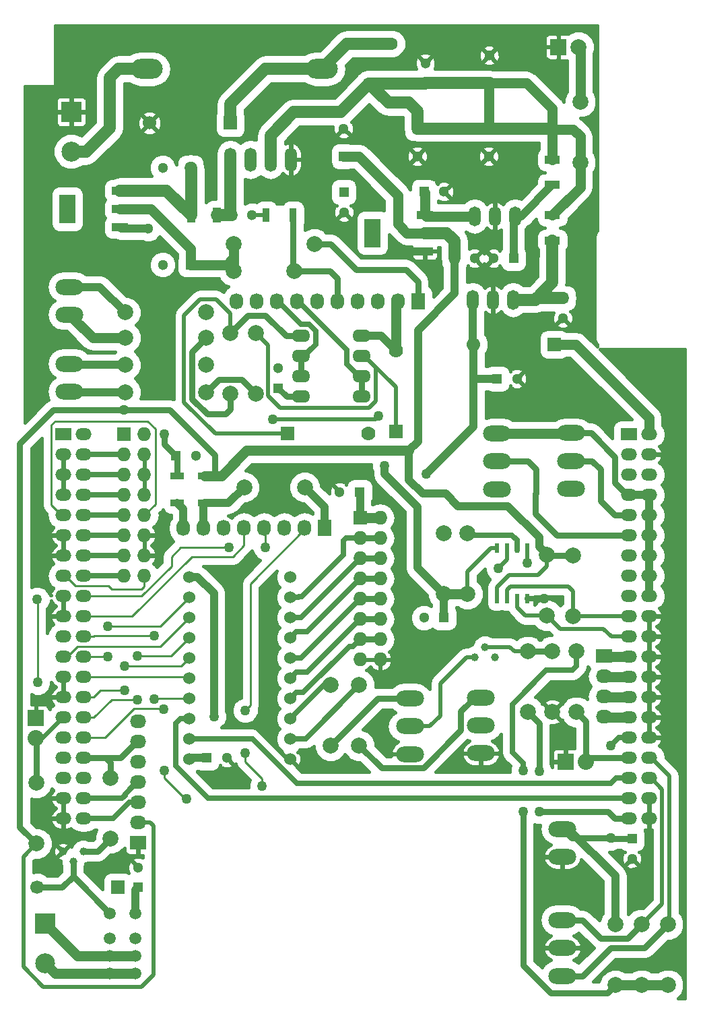
<source format=gtl>
G04 #@! TF.FileFunction,Copper,L1,Top,Signal*
%FSLAX46Y46*%
G04 Gerber Fmt 4.6, Leading zero omitted, Abs format (unit mm)*
G04 Created by KiCad (PCBNEW 4.0.2+e4-6225~38~ubuntu14.04.1-stable) date mar 10 may 2016 15:30:21 ART*
%MOMM*%
G01*
G04 APERTURE LIST*
%ADD10C,0.100000*%
%ADD11R,1.727200X1.727200*%
%ADD12O,1.727200X1.727200*%
%ADD13C,1.300000*%
%ADD14R,1.300000X1.300000*%
%ADD15C,1.699260*%
%ADD16R,1.699260X1.699260*%
%ADD17R,2.000000X2.000000*%
%ADD18C,2.000000*%
%ADD19O,1.501140X2.999740*%
%ADD20O,4.000500X2.499360*%
%ADD21C,1.600000*%
%ADD22R,0.900000X1.700000*%
%ADD23R,1.700000X0.900000*%
%ADD24R,2.500000X2.500000*%
%ADD25C,2.500000*%
%ADD26C,1.500000*%
%ADD27R,1.899920X1.000760*%
%ADD28R,1.000760X1.899920*%
%ADD29C,1.998980*%
%ADD30C,1.524000*%
%ADD31R,1.727200X2.032000*%
%ADD32O,1.727200X2.032000*%
%ADD33R,2.032000X2.032000*%
%ADD34O,2.032000X2.032000*%
%ADD35R,2.032000X1.727200*%
%ADD36O,2.032000X1.727200*%
%ADD37C,1.000760*%
%ADD38R,2.032000X3.657600*%
%ADD39R,2.032000X1.016000*%
%ADD40O,2.300000X1.600000*%
%ADD41R,0.508000X1.143000*%
%ADD42C,1.778000*%
%ADD43R,1.778000X1.778000*%
%ADD44O,3.500120X1.998980*%
%ADD45O,1.501140X2.499360*%
%ADD46R,2.000000X1.524000*%
%ADD47O,2.000000X1.524000*%
%ADD48C,1.270000*%
%ADD49C,0.762000*%
%ADD50C,0.508000*%
%ADD51C,1.016000*%
%ADD52C,0.635000*%
%ADD53C,1.270000*%
%ADD54C,0.254000*%
%ADD55C,1.524000*%
%ADD56C,0.381000*%
G04 APERTURE END LIST*
D10*
D11*
X87642700Y-88887300D03*
D12*
X90182700Y-88887300D03*
X87642700Y-91427300D03*
X90182700Y-91427300D03*
X87642700Y-93967300D03*
X90182700Y-93967300D03*
X87642700Y-96507300D03*
X90182700Y-96507300D03*
X87642700Y-99047300D03*
X90182700Y-99047300D03*
X87642700Y-101587300D03*
X90182700Y-101587300D03*
X87642700Y-104127300D03*
X90182700Y-104127300D03*
X87642700Y-106667300D03*
X90182700Y-106667300D03*
D13*
X133500000Y-54000000D03*
D14*
X133500000Y-50500000D03*
D13*
X124500000Y-54000000D03*
D14*
X124500000Y-50500000D03*
X136600000Y-66800000D03*
D13*
X134100000Y-66800000D03*
D14*
X142811500Y-71807700D03*
D13*
X142811500Y-74307700D03*
D14*
X125349000Y-58420000D03*
D13*
X127849000Y-58420000D03*
D14*
X94145100Y-91579700D03*
D13*
X96645100Y-91579700D03*
X133553200Y-41315760D03*
D14*
X133553200Y-44815760D03*
X101200000Y-61400000D03*
D13*
X103700000Y-61400000D03*
D14*
X125506480Y-44815760D03*
D13*
X125506480Y-42315760D03*
X92500000Y-55400000D03*
D14*
X96000000Y-55400000D03*
X129200000Y-66800000D03*
D13*
X131700000Y-66800000D03*
D14*
X90678000Y-60579000D03*
D13*
X90678000Y-63079000D03*
X92500000Y-67600000D03*
D14*
X96000000Y-67600000D03*
D13*
X115250000Y-50500000D03*
D14*
X115250000Y-54000000D03*
X106997500Y-83096100D03*
D13*
X106997500Y-80596100D03*
D14*
X151498300Y-139687300D03*
D13*
X151498300Y-142187300D03*
D14*
X98044000Y-129540000D03*
D13*
X100544000Y-129540000D03*
D14*
X89408000Y-145796000D03*
D13*
X89408000Y-143296000D03*
D14*
X117248300Y-96151700D03*
D13*
X114748300Y-96151700D03*
D15*
X90839480Y-49802540D03*
D16*
X100999480Y-49802540D03*
D17*
X142250000Y-40250000D03*
D18*
X144790000Y-40250000D03*
D19*
X108600000Y-54400000D03*
X106060000Y-54400000D03*
X103520000Y-54400000D03*
X100980000Y-54400000D03*
D20*
X112500740Y-43000000D03*
X90499260Y-43000000D03*
D21*
X121259600Y-39842440D03*
X118459600Y-44842440D03*
D22*
X108900000Y-61400000D03*
X105500000Y-61400000D03*
D23*
X97739200Y-94108800D03*
X97739200Y-97508800D03*
X94335600Y-94108800D03*
X94335600Y-97508800D03*
D24*
X81000000Y-48400000D03*
D25*
X81000000Y-53400000D03*
D26*
X89052000Y-149047200D03*
X85852000Y-149047200D03*
X85852000Y-152247200D03*
X85852000Y-154447200D03*
X85852000Y-156647200D03*
X89052000Y-152247200D03*
X89052000Y-154447200D03*
X89052000Y-156647200D03*
D27*
X141500000Y-57600200D03*
X141500000Y-54399800D03*
X141500000Y-64600200D03*
X141500000Y-61399800D03*
D28*
X96062800Y-61400000D03*
X99263200Y-61400000D03*
D29*
X87800000Y-83600000D03*
X97960000Y-83600000D03*
X87800000Y-80200000D03*
X97960000Y-80200000D03*
X87800000Y-76800000D03*
X97960000Y-76800000D03*
X87800000Y-73600000D03*
X97960000Y-73600000D03*
X101400000Y-65000000D03*
X111560000Y-65000000D03*
D30*
X95808800Y-106832400D03*
X95808800Y-109372400D03*
X95808800Y-111912400D03*
X95808800Y-114452400D03*
X95808800Y-116992400D03*
X95808800Y-119532400D03*
X95808800Y-122072400D03*
X95808800Y-124612400D03*
X95808800Y-127152400D03*
X95808800Y-129692400D03*
X108508800Y-129692400D03*
X108508800Y-127152400D03*
X108508800Y-124612400D03*
X108508800Y-122072400D03*
X108508800Y-119532400D03*
X108508800Y-116992400D03*
X108508800Y-114452400D03*
X108508800Y-111912400D03*
X108508800Y-109372400D03*
X108508800Y-106832400D03*
D31*
X124600000Y-72200000D03*
D32*
X122060000Y-72200000D03*
X119520000Y-72200000D03*
X116980000Y-72200000D03*
X114440000Y-72200000D03*
X111900000Y-72200000D03*
X109360000Y-72200000D03*
X106820000Y-72200000D03*
X104280000Y-72200000D03*
X101740000Y-72200000D03*
D11*
X117297200Y-99415600D03*
D12*
X119837200Y-99415600D03*
X117297200Y-101955600D03*
X119837200Y-101955600D03*
X117297200Y-104495600D03*
X119837200Y-104495600D03*
X117297200Y-107035600D03*
X119837200Y-107035600D03*
X117297200Y-109575600D03*
X119837200Y-109575600D03*
X117297200Y-112115600D03*
X119837200Y-112115600D03*
X117297200Y-114655600D03*
X119837200Y-114655600D03*
X117297200Y-117195600D03*
X119837200Y-117195600D03*
D33*
X143167100Y-130035300D03*
D34*
X145707100Y-130035300D03*
D33*
X76555600Y-124561600D03*
D34*
X76555600Y-127101600D03*
D35*
X89408000Y-140208000D03*
D36*
X89408000Y-137668000D03*
X89408000Y-135128000D03*
X89408000Y-132588000D03*
X89408000Y-130048000D03*
X89408000Y-127508000D03*
X89408000Y-124968000D03*
D31*
X112877600Y-100685600D03*
D32*
X110337600Y-100685600D03*
X107797600Y-100685600D03*
X105257600Y-100685600D03*
X102717600Y-100685600D03*
X100177600Y-100685600D03*
X97637600Y-100685600D03*
X95097600Y-100685600D03*
D37*
X81229200Y-142544800D03*
X79959200Y-141274800D03*
X82499200Y-141274800D03*
D38*
X80498000Y-60600000D03*
D39*
X87102000Y-60600000D03*
X87102000Y-58314000D03*
X87102000Y-62886000D03*
D38*
X118872000Y-63627000D03*
D39*
X125476000Y-63627000D03*
X125476000Y-61341000D03*
X125476000Y-65913000D03*
D40*
X117513100Y-84162900D03*
X117513100Y-81622900D03*
X117513100Y-79082900D03*
X117513100Y-76542900D03*
X109893100Y-76542900D03*
X109893100Y-79082900D03*
X109893100Y-81622900D03*
X109893100Y-84162900D03*
D41*
X134495000Y-103225000D03*
X135765000Y-103225000D03*
X137035000Y-103225000D03*
X138305000Y-103225000D03*
X138305000Y-109575000D03*
X137035000Y-109575000D03*
X135765000Y-109575000D03*
X134495000Y-109575000D03*
D15*
X131584700Y-77609700D03*
D16*
X141744700Y-77609700D03*
D42*
X121780300Y-78371700D03*
D43*
X121780300Y-88531700D03*
D42*
X118376700Y-88785700D03*
D43*
X108216700Y-88785700D03*
D15*
X76707480Y-145798540D03*
D16*
X86867480Y-145798540D03*
D44*
X80772000Y-83538060D03*
X80772000Y-80037940D03*
X80772000Y-73886060D03*
X80772000Y-70385940D03*
X134531100Y-92285820D03*
X134531100Y-88785700D03*
X134531100Y-95785940D03*
X143827500Y-92235020D03*
X143827500Y-88734900D03*
X143827500Y-95735140D03*
X123558300Y-125564900D03*
X123558300Y-129065020D03*
X123558300Y-122064780D03*
X132499100Y-125463300D03*
X132499100Y-128963420D03*
X132499100Y-121963180D03*
X142748000Y-153416000D03*
X142748000Y-156916120D03*
X142748000Y-149915880D03*
X142748000Y-138457940D03*
X142748000Y-141958060D03*
D24*
X77673200Y-150317200D03*
D25*
X77673200Y-155317200D03*
D29*
X145000000Y-54750000D03*
X145000000Y-47130000D03*
X104203500Y-76187300D03*
X104203500Y-83807300D03*
X101003100Y-76187300D03*
X101003100Y-83807300D03*
X101400000Y-68400000D03*
X109020000Y-68400000D03*
X140817600Y-111658400D03*
X140817600Y-104038400D03*
X144068800Y-111709200D03*
X144068800Y-104089200D03*
X127825500Y-101346000D03*
X127825500Y-108966000D03*
X130810000Y-101346000D03*
X130810000Y-108966000D03*
X113600000Y-120400000D03*
X113600000Y-128020000D03*
X117200000Y-120400000D03*
X117200000Y-128020000D03*
X138391900Y-116166900D03*
X138391900Y-123786900D03*
X141490700Y-116166900D03*
X141490700Y-123786900D03*
X152717500Y-150456900D03*
X152717500Y-158076900D03*
X156019500Y-150456900D03*
X156019500Y-158076900D03*
X149402800Y-158089600D03*
X149402800Y-150469600D03*
X144538700Y-116166900D03*
X144538700Y-123786900D03*
X76606400Y-140309600D03*
X76606400Y-132689600D03*
X102730300Y-95542100D03*
X110350300Y-95542100D03*
X85953600Y-139649200D03*
X85953600Y-132029200D03*
D14*
X127836300Y-111950500D03*
D13*
X125336300Y-111950500D03*
D35*
X147942300Y-116776500D03*
D36*
X147942300Y-119316500D03*
X147942300Y-121856500D03*
X147942300Y-124396500D03*
D14*
X115277900Y-58498100D03*
D13*
X115277900Y-60998100D03*
D14*
X134520300Y-81927700D03*
D13*
X137020300Y-81927700D03*
D45*
X134250000Y-61500000D03*
X136790000Y-61500000D03*
X131710000Y-61500000D03*
X134000000Y-72000000D03*
X136540000Y-72000000D03*
X131460000Y-72000000D03*
D37*
X133007100Y-115608100D03*
X134277100Y-116878100D03*
X131737100Y-116878100D03*
D46*
X151130000Y-88900000D03*
D47*
X153670000Y-88900000D03*
X151130000Y-101600000D03*
X153670000Y-91440000D03*
X151130000Y-104140000D03*
X153670000Y-93980000D03*
X151130000Y-106680000D03*
X153670000Y-96520000D03*
X151130000Y-109220000D03*
X153670000Y-99060000D03*
X151130000Y-111760000D03*
X153670000Y-101600000D03*
X151130000Y-114300000D03*
X153670000Y-104140000D03*
X151130000Y-116840000D03*
X153670000Y-106680000D03*
X151130000Y-119380000D03*
X153670000Y-109220000D03*
X151130000Y-121920000D03*
X153670000Y-111760000D03*
X151130000Y-124460000D03*
X153670000Y-114300000D03*
X151130000Y-127000000D03*
X153670000Y-116840000D03*
X153670000Y-119380000D03*
X151130000Y-129540000D03*
X153670000Y-121920000D03*
X153670000Y-127000000D03*
X153670000Y-129540000D03*
X153670000Y-132080000D03*
X153670000Y-134620000D03*
X151130000Y-132080000D03*
X151130000Y-134620000D03*
X151130000Y-91440000D03*
X151130000Y-93980000D03*
X151130000Y-96520000D03*
X151130000Y-99060000D03*
X151130000Y-137160000D03*
X153670000Y-137160000D03*
X153670000Y-124460000D03*
D46*
X80010000Y-88900000D03*
D47*
X82550000Y-88900000D03*
X80010000Y-91440000D03*
X82550000Y-91440000D03*
X80010000Y-93980000D03*
X82550000Y-93980000D03*
X80010000Y-96520000D03*
X82550000Y-96520000D03*
X80010000Y-99060000D03*
X82550000Y-99060000D03*
X80010000Y-101600000D03*
X82550000Y-101600000D03*
X80010000Y-104140000D03*
X82550000Y-104140000D03*
X80010000Y-106680000D03*
X82550000Y-106680000D03*
X80010000Y-109220000D03*
X82550000Y-109220000D03*
X80010000Y-111760000D03*
X82550000Y-111760000D03*
X80010000Y-114300000D03*
X82550000Y-114300000D03*
X80010000Y-116840000D03*
X82550000Y-116840000D03*
X80010000Y-119380000D03*
X82550000Y-119380000D03*
X80010000Y-121920000D03*
X82550000Y-121920000D03*
X80010000Y-124460000D03*
X82550000Y-124460000D03*
X80010000Y-127000000D03*
X82550000Y-127000000D03*
X80010000Y-129540000D03*
X82550000Y-129540000D03*
X80010000Y-132080000D03*
X82550000Y-132080000D03*
X80010000Y-134620000D03*
X82550000Y-134620000D03*
X80010000Y-137160000D03*
X82550000Y-137160000D03*
D48*
X100799900Y-125412500D03*
X123304300Y-65925700D03*
X140462600Y-109575000D03*
X151130000Y-96520000D03*
X139814300Y-131203700D03*
X139814300Y-136283700D03*
X151130000Y-137160000D03*
X148816700Y-128003300D03*
X148805900Y-139636500D03*
X91401900Y-122161300D03*
X91401900Y-114185700D03*
X85623400Y-113004600D03*
X85623400Y-116840000D03*
X105371900Y-103111300D03*
X100799900Y-103111300D03*
X89268300Y-116725700D03*
X89268300Y-122212100D03*
X87693500Y-117995700D03*
X87693500Y-121043700D03*
X87693500Y-121043700D03*
X102882700Y-123583700D03*
X102831900Y-128917700D03*
X104965500Y-133083300D03*
X95516700Y-134708900D03*
X92671900Y-131152900D03*
X92621100Y-123431300D03*
X82550000Y-91440000D03*
X80010000Y-114300000D03*
X80010000Y-114300000D03*
X76720700Y-109664500D03*
X76771500Y-120078500D03*
X138290300Y-105041700D03*
X87642700Y-85864689D03*
X98920300Y-124345700D03*
X137833100Y-131127491D03*
X137833100Y-136283700D03*
X106337100Y-87007700D03*
X119646700Y-86601300D03*
X120408700Y-92849711D03*
X134702632Y-105721232D03*
X127825500Y-101346000D03*
X127825500Y-101346000D03*
X92697311Y-88887300D03*
X125641100Y-93865700D03*
D49*
X89408000Y-127508000D02*
X89255600Y-127508000D01*
X89255600Y-127508000D02*
X87223600Y-129540000D01*
X87223600Y-129540000D02*
X85369400Y-129540000D01*
X85953600Y-130124200D02*
X85369400Y-129540000D01*
X85369400Y-129540000D02*
X82550000Y-129540000D01*
X85953600Y-132029200D02*
X85953600Y-130124200D01*
D50*
X108178600Y-129692400D02*
X103898700Y-125412500D01*
X103898700Y-125412500D02*
X100799900Y-125412500D01*
X108508800Y-129692400D02*
X108178600Y-129692400D01*
D51*
X125476000Y-65913000D02*
X123317000Y-65913000D01*
X123317000Y-65913000D02*
X123304300Y-65925700D01*
D52*
X138305000Y-109575000D02*
X140462600Y-109575000D01*
X82550000Y-134620000D02*
X87376000Y-134620000D01*
X87376000Y-134620000D02*
X87757000Y-134239000D01*
X87757000Y-134239000D02*
X87757000Y-134086600D01*
X87757000Y-134086600D02*
X89255600Y-132588000D01*
X89255600Y-132588000D02*
X89408000Y-132588000D01*
X82550000Y-137160000D02*
X86272855Y-137160000D01*
X86272855Y-137160000D02*
X88304855Y-135128000D01*
X88304855Y-135128000D02*
X89408000Y-135128000D01*
D49*
X139407900Y-93306900D02*
X138386820Y-92285820D01*
X138386820Y-92285820D02*
X134531100Y-92285820D01*
X139407900Y-96310450D02*
X139407900Y-93306900D01*
X139357100Y-98894900D02*
X139357100Y-96361250D01*
X139357100Y-96361250D02*
X139407900Y-96310450D01*
X142062200Y-101600000D02*
X139357100Y-98894900D01*
X151130000Y-101600000D02*
X142062200Y-101600000D01*
X147535900Y-93306900D02*
X146464020Y-92235020D01*
X146464020Y-92235020D02*
X143827500Y-92235020D01*
X147535900Y-97227900D02*
X147535900Y-93306900D01*
X151130000Y-99060000D02*
X149368000Y-99060000D01*
X149368000Y-99060000D02*
X147535900Y-97227900D01*
D51*
X153670000Y-109220000D02*
X153670000Y-106680000D01*
X153670000Y-106680000D02*
X153670000Y-104140000D01*
X153670000Y-104140000D02*
X153670000Y-101600000D01*
X153670000Y-99060000D02*
X153670000Y-101600000D01*
X153670000Y-96520000D02*
X153670000Y-99060000D01*
X151130000Y-96520000D02*
X153670000Y-96520000D01*
D49*
X143827500Y-88734900D02*
X146339560Y-88734900D01*
X146339560Y-88734900D02*
X149367990Y-91763330D01*
X149367990Y-91763330D02*
X149367990Y-94995990D01*
X149367990Y-94995990D02*
X150892000Y-96520000D01*
X150892000Y-96520000D02*
X151130000Y-96520000D01*
D53*
X134531100Y-88785700D02*
X143776700Y-88785700D01*
X143776700Y-88785700D02*
X143827500Y-88734900D01*
D49*
X134581900Y-88734900D02*
X134531100Y-88785700D01*
D53*
X151130000Y-116840000D02*
X148005800Y-116840000D01*
X148005800Y-116840000D02*
X147942300Y-116776500D01*
X151130000Y-119380000D02*
X148005800Y-119380000D01*
X148005800Y-119380000D02*
X147942300Y-119316500D01*
D49*
X139814300Y-131203700D02*
X139814300Y-125209300D01*
X139814300Y-125209300D02*
X138391900Y-123786900D01*
X151130000Y-137160000D02*
X149368000Y-137160000D01*
X149368000Y-137160000D02*
X148491700Y-136283700D01*
X148491700Y-136283700D02*
X140712325Y-136283700D01*
X140712325Y-136283700D02*
X139814300Y-136283700D01*
X151498300Y-139687300D02*
X148856700Y-139687300D01*
X148856700Y-139687300D02*
X148805900Y-139636500D01*
X148958300Y-139788900D02*
X148805900Y-139636500D01*
D52*
X149820000Y-127000000D02*
X148816700Y-128003300D01*
D49*
X148805900Y-139636500D02*
X143926560Y-139636500D01*
X143926560Y-139636500D02*
X142748000Y-138457940D01*
D51*
X149402800Y-150469600D02*
X149402800Y-144362170D01*
X149402800Y-144362170D02*
X143498570Y-138457940D01*
X143498570Y-138457940D02*
X142748000Y-138457940D01*
D52*
X151130000Y-127000000D02*
X149820000Y-127000000D01*
X95808800Y-124612400D02*
X94731170Y-124612400D01*
X94094299Y-130515361D02*
X98198938Y-134620000D01*
X94731170Y-124612400D02*
X94094299Y-125249271D01*
X94094299Y-125249271D02*
X94094299Y-130515361D01*
X98198938Y-134620000D02*
X149495000Y-134620000D01*
X149495000Y-134620000D02*
X151130000Y-134620000D01*
X150892000Y-134620000D02*
X151130000Y-134620000D01*
D49*
X145707100Y-130035300D02*
X145707100Y-124955300D01*
X145707100Y-124955300D02*
X144538700Y-123786900D01*
X151130000Y-129540000D02*
X146202400Y-129540000D01*
X146202400Y-129540000D02*
X145707100Y-130035300D01*
D52*
X95808800Y-127152400D02*
X103807258Y-127152400D01*
X148859999Y-132715001D02*
X149495000Y-132080000D01*
X149495000Y-132080000D02*
X151130000Y-132080000D01*
X103807258Y-127152400D02*
X109369859Y-132715001D01*
X109369859Y-132715001D02*
X148859999Y-132715001D01*
X150892000Y-132080000D02*
X151130000Y-132080000D01*
D54*
X95808800Y-122072400D02*
X91490800Y-122072400D01*
X91490800Y-122072400D02*
X91401900Y-122161300D01*
X83918300Y-114185700D02*
X91401900Y-114185700D01*
X82550000Y-114300000D02*
X83804000Y-114300000D01*
X83804000Y-114300000D02*
X83918300Y-114185700D01*
X82550000Y-114300000D02*
X82788000Y-114300000D01*
X85623400Y-113004600D02*
X92176600Y-113004600D01*
X92176600Y-113004600D02*
X95808800Y-109372400D01*
X82550000Y-116840000D02*
X85623400Y-116840000D01*
D49*
X82550000Y-116840000D02*
X82788000Y-116840000D01*
X82788000Y-116840000D02*
X82800700Y-116827300D01*
D53*
X151130000Y-121920000D02*
X148005800Y-121920000D01*
X148005800Y-121920000D02*
X147942300Y-121856500D01*
D51*
X151117300Y-121907300D02*
X151130000Y-121920000D01*
D53*
X151130000Y-124460000D02*
X148005800Y-124460000D01*
X148005800Y-124460000D02*
X147942300Y-124396500D01*
D51*
X151117300Y-124447300D02*
X151130000Y-124460000D01*
D50*
X151130000Y-111760000D02*
X144119600Y-111760000D01*
X144119600Y-111760000D02*
X144068800Y-111709200D01*
X143471900Y-107988100D02*
X144068800Y-108585000D01*
X144068800Y-108585000D02*
X144068800Y-111709200D01*
X136207500Y-107988100D02*
X143471900Y-107988100D01*
X135765000Y-108430600D02*
X136207500Y-107988100D01*
X135765000Y-109575000D02*
X135765000Y-108430600D01*
D54*
X82550000Y-111760000D02*
X88625678Y-111760000D01*
X102717600Y-102885242D02*
X102717600Y-101955600D01*
X88625678Y-111760000D02*
X96131377Y-104254301D01*
X96131377Y-104254301D02*
X101348541Y-104254301D01*
X101348541Y-104254301D02*
X102717600Y-102885242D01*
X102717600Y-101955600D02*
X102717600Y-100685600D01*
X105371900Y-103111300D02*
X105371900Y-100799900D01*
X105371900Y-100799900D02*
X105257600Y-100685600D01*
X94754700Y-103120649D02*
X100790551Y-103120649D01*
X100790551Y-103120649D02*
X100799900Y-103111300D01*
X93586300Y-105482539D02*
X93586300Y-104289049D01*
X93586300Y-104289049D02*
X94754700Y-103120649D01*
X89848839Y-109220000D02*
X93586300Y-105482539D01*
X82550000Y-109220000D02*
X89848839Y-109220000D01*
D51*
X82550000Y-109220000D02*
X82582880Y-109220000D01*
D54*
X89268300Y-116725700D02*
X93535500Y-116725700D01*
X93535500Y-116725700D02*
X95808800Y-114452400D01*
X86051900Y-122212100D02*
X89268300Y-122212100D01*
X82550000Y-124460000D02*
X83804000Y-124460000D01*
X83804000Y-124460000D02*
X86051900Y-122212100D01*
X82550000Y-124460000D02*
X82788000Y-124460000D01*
X87693500Y-117995700D02*
X94805500Y-117995700D01*
X94805500Y-117995700D02*
X95808800Y-116992400D01*
X84680300Y-121043700D02*
X87693500Y-121043700D01*
X82550000Y-121920000D02*
X83804000Y-121920000D01*
X83804000Y-121920000D02*
X84680300Y-121043700D01*
X82550000Y-119380000D02*
X95656400Y-119380000D01*
X95656400Y-119380000D02*
X95808800Y-119532400D01*
X102882700Y-123583700D02*
X103517699Y-122948701D01*
X103517699Y-122948701D02*
X103517699Y-107657901D01*
X103517699Y-107657901D02*
X110337600Y-100838000D01*
X110337600Y-100838000D02*
X110337600Y-100685600D01*
X102831900Y-130051675D02*
X102831900Y-128917700D01*
X104965500Y-133083300D02*
X104965500Y-132185275D01*
X104965500Y-132185275D02*
X102831900Y-130051675D01*
X95431475Y-134810500D02*
X95431475Y-134794125D01*
X95431475Y-134794125D02*
X95516700Y-134708900D01*
X92671900Y-131152900D02*
X92671900Y-132050925D01*
X92671900Y-132050925D02*
X95431475Y-134810500D01*
X88903351Y-123380500D02*
X92570300Y-123380500D01*
X92570300Y-123380500D02*
X92621100Y-123431300D01*
X82550000Y-127000000D02*
X85283851Y-127000000D01*
X85283851Y-127000000D02*
X88903351Y-123380500D01*
X110337600Y-100533200D02*
X110337600Y-100685600D01*
X82550000Y-127000000D02*
X82788000Y-127000000D01*
D52*
X87642700Y-91427300D02*
X82562700Y-91427300D01*
X82562700Y-91427300D02*
X82550000Y-91440000D01*
D54*
X82788000Y-91440000D02*
X82550000Y-91440000D01*
D52*
X82550000Y-93980000D02*
X87630000Y-93980000D01*
X87630000Y-93980000D02*
X87642700Y-93967300D01*
X82550000Y-96520000D02*
X87630000Y-96520000D01*
X87630000Y-96520000D02*
X87642700Y-96507300D01*
X87642700Y-99047300D02*
X82562700Y-99047300D01*
X82562700Y-99047300D02*
X82550000Y-99060000D01*
X87642700Y-101587300D02*
X82562700Y-101587300D01*
X82562700Y-101587300D02*
X82550000Y-101600000D01*
X87642700Y-104127300D02*
X82562700Y-104127300D01*
X82562700Y-104127300D02*
X82550000Y-104140000D01*
X87642700Y-106667300D02*
X82562700Y-106667300D01*
X82562700Y-106667300D02*
X82550000Y-106680000D01*
X82788000Y-106680000D02*
X82550000Y-106680000D01*
D50*
X151130000Y-114300000D02*
X148895768Y-114300000D01*
X147921677Y-113325909D02*
X144890491Y-113325909D01*
X148895768Y-114300000D02*
X147921677Y-113325909D01*
X142502891Y-113343691D02*
X141817089Y-112657889D01*
X144890491Y-113325909D02*
X144872709Y-113343691D01*
X144872709Y-113343691D02*
X142502891Y-113343691D01*
X141817089Y-112657889D02*
X140817600Y-111658400D01*
X140817600Y-111658400D02*
X138038900Y-111658400D01*
X138038900Y-111658400D02*
X137035000Y-110654500D01*
X137035000Y-110654500D02*
X137035000Y-109575000D01*
D49*
X142748000Y-156916120D02*
X145260060Y-156916120D01*
X145260060Y-156916120D02*
X148802079Y-153374101D01*
X148802079Y-153374101D02*
X153102299Y-153374101D01*
X153102299Y-153374101D02*
X155020011Y-151456389D01*
X155020011Y-151456389D02*
X156019500Y-150456900D01*
D50*
X156019500Y-150456900D02*
X156194020Y-150282380D01*
X156194020Y-150282380D02*
X156194020Y-131826020D01*
X156194020Y-131826020D02*
X153908000Y-129540000D01*
X153908000Y-129540000D02*
X153670000Y-129540000D01*
D49*
X142748000Y-149915880D02*
X145260060Y-149915880D01*
X145260060Y-149915880D02*
X147575271Y-152231091D01*
X150943309Y-152231091D02*
X151718011Y-151456389D01*
X147575271Y-152231091D02*
X150943309Y-152231091D01*
X151718011Y-151456389D02*
X152717500Y-150456900D01*
D50*
X152717500Y-150456900D02*
X155305010Y-147869390D01*
X155305010Y-147869390D02*
X155305010Y-133477010D01*
X155305010Y-133477010D02*
X153908000Y-132080000D01*
X153908000Y-132080000D02*
X153670000Y-132080000D01*
D54*
X90182700Y-99047300D02*
X91554301Y-97675699D01*
X91554301Y-97675699D02*
X91554301Y-88228931D01*
X78971899Y-87261699D02*
X78501999Y-87731599D01*
X91554301Y-88228931D02*
X90587069Y-87261699D01*
X90587069Y-87261699D02*
X78971899Y-87261699D01*
X79772000Y-99060000D02*
X80010000Y-99060000D01*
X78501999Y-87731599D02*
X78501999Y-97789999D01*
X78501999Y-97789999D02*
X79772000Y-99060000D01*
X80010000Y-106680000D02*
X80248000Y-106680000D01*
X80248000Y-106680000D02*
X81518000Y-107950000D01*
X81518000Y-107950000D02*
X85674200Y-107950000D01*
X85674200Y-107950000D02*
X86118700Y-108394500D01*
X89776300Y-108394500D02*
X90182700Y-107988100D01*
X86118700Y-108394500D02*
X89776300Y-108394500D01*
X90182700Y-107988100D02*
X90182700Y-106667300D01*
X80010000Y-116840000D02*
X80515935Y-116840000D01*
X80515935Y-116840000D02*
X81785935Y-115570000D01*
X81785935Y-115570000D02*
X92151200Y-115570000D01*
X92151200Y-115570000D02*
X95046801Y-112674399D01*
X95046801Y-112674399D02*
X95808800Y-111912400D01*
D50*
X76555600Y-127101600D02*
X77368400Y-127101600D01*
X77368400Y-127101600D02*
X80010000Y-124460000D01*
D49*
X76606400Y-132689600D02*
X76606400Y-127152400D01*
X76606400Y-127152400D02*
X76555600Y-127101600D01*
D54*
X76771500Y-120078500D02*
X76771500Y-109715300D01*
X76771500Y-109715300D02*
X76720700Y-109664500D01*
D50*
X80010000Y-129540000D02*
X79772000Y-129540000D01*
D51*
X110350300Y-95542100D02*
X112877600Y-98069400D01*
X112877600Y-98069400D02*
X112877600Y-100685600D01*
D49*
X112877600Y-100685600D02*
X112877600Y-100838000D01*
D53*
X133500000Y-50500000D02*
X133500000Y-44868960D01*
X133500000Y-44868960D02*
X133553200Y-44815760D01*
X145000000Y-54750000D02*
X145000000Y-51502600D01*
X145000000Y-51502600D02*
X144081500Y-50584100D01*
X144081500Y-50584100D02*
X141715900Y-50584100D01*
X141715900Y-50584100D02*
X141500000Y-50800000D01*
X145000000Y-54750000D02*
X145000000Y-57899800D01*
X145000000Y-57899800D02*
X141500000Y-61399800D01*
X141423800Y-48028000D02*
X138211560Y-44815760D01*
X138211560Y-44815760D02*
X133553200Y-44815760D01*
X141500000Y-48028000D02*
X141423800Y-48028000D01*
X141500000Y-48028000D02*
X141500000Y-50800000D01*
X141500000Y-50800000D02*
X141500000Y-54399800D01*
D55*
X123418000Y-47244000D02*
X120861160Y-47244000D01*
X120861160Y-47244000D02*
X118459600Y-44842440D01*
X124500000Y-50500000D02*
X124500000Y-48326000D01*
X124500000Y-48326000D02*
X123418000Y-47244000D01*
X124500000Y-50500000D02*
X133500000Y-50500000D01*
X133500000Y-50500000D02*
X141200000Y-50500000D01*
X125506480Y-44815760D02*
X133553200Y-44815760D01*
X118459600Y-44842440D02*
X125479800Y-44842440D01*
X125479800Y-44842440D02*
X125506480Y-44815760D01*
X106060000Y-54400000D02*
X106060000Y-51376130D01*
X106060000Y-51376130D02*
X108983131Y-48452999D01*
X108983131Y-48452999D02*
X114849041Y-48452999D01*
X114849041Y-48452999D02*
X117659601Y-45642439D01*
X117659601Y-45642439D02*
X118459600Y-44842440D01*
D51*
X136790000Y-61500000D02*
X137600200Y-61500000D01*
X137600200Y-61500000D02*
X141500000Y-57600200D01*
X136600000Y-66800000D02*
X136600000Y-61690000D01*
X136600000Y-61690000D02*
X136790000Y-61500000D01*
D53*
X136790000Y-61246000D02*
X136790000Y-61500000D01*
D55*
X142811500Y-71807700D02*
X139520300Y-71807700D01*
X139520300Y-71807700D02*
X139328000Y-72000000D01*
D53*
X136525000Y-72015000D02*
X136540000Y-72000000D01*
D55*
X141500000Y-64600200D02*
X141500000Y-66624580D01*
X141500000Y-66624580D02*
X141478000Y-66646580D01*
X141478000Y-66646580D02*
X141478000Y-69850000D01*
X141478000Y-69850000D02*
X139328000Y-72000000D01*
X139328000Y-72000000D02*
X136540000Y-72000000D01*
D53*
X131710000Y-61500000D02*
X125635000Y-61500000D01*
X125635000Y-61500000D02*
X125476000Y-61341000D01*
X125476000Y-61341000D02*
X125476000Y-58547000D01*
X125476000Y-58547000D02*
X125349000Y-58420000D01*
D55*
X101200000Y-61400000D02*
X99263200Y-61400000D01*
X100980000Y-54400000D02*
X100980000Y-61180000D01*
X100980000Y-61180000D02*
X101200000Y-61400000D01*
D51*
X90678000Y-63079000D02*
X87295000Y-63079000D01*
X87295000Y-63079000D02*
X87102000Y-62886000D01*
X121780300Y-78371700D02*
X119951500Y-76542900D01*
X119951500Y-76542900D02*
X117513100Y-76542900D01*
D53*
X121780300Y-78371700D02*
X121780300Y-72479700D01*
X121780300Y-72479700D02*
X122060000Y-72200000D01*
D50*
X138290300Y-104319200D02*
X138290300Y-105041700D01*
X138305000Y-103225000D02*
X138305000Y-104304500D01*
X138305000Y-104304500D02*
X138290300Y-104319200D01*
X103700000Y-61400000D02*
X105500000Y-61400000D01*
D55*
X96062800Y-61400000D02*
X92976800Y-58314000D01*
X92976800Y-58314000D02*
X87102000Y-58314000D01*
X96062800Y-61400000D02*
X96062800Y-55462800D01*
X96062800Y-55462800D02*
X96000000Y-55400000D01*
D53*
X97739200Y-94108800D02*
X99072700Y-94108800D01*
X99072700Y-94108800D02*
X99859200Y-94108800D01*
D49*
X87642700Y-85864689D02*
X93395771Y-85864689D01*
X93395771Y-85864689D02*
X99072700Y-91541618D01*
X99072700Y-91541618D02*
X99072700Y-94108800D01*
D50*
X134495000Y-109575000D02*
X134495000Y-108084140D01*
X134495000Y-108084140D02*
X136013439Y-106565701D01*
X136013439Y-106565701D02*
X139703791Y-106565701D01*
X139703791Y-106565701D02*
X140817600Y-105451892D01*
X140817600Y-105451892D02*
X140817600Y-104038400D01*
D51*
X124574300Y-75831700D02*
X129200000Y-71206000D01*
X129200000Y-71206000D02*
X129200000Y-66800000D01*
X124574300Y-89801702D02*
X124574300Y-75831700D01*
X123431301Y-90944701D02*
X124574300Y-89801702D01*
D49*
X76606400Y-140309600D02*
X74523599Y-138226799D01*
X74523599Y-138226799D02*
X74523599Y-90093539D01*
X74523599Y-90093539D02*
X78752449Y-85864689D01*
X78752449Y-85864689D02*
X87642700Y-85864689D01*
D51*
X98920300Y-124345700D02*
X98920300Y-108866270D01*
X98920300Y-108866270D02*
X96886430Y-106832400D01*
X96886430Y-106832400D02*
X95808800Y-106832400D01*
X129653040Y-97928440D02*
X128079500Y-96354900D01*
X128079500Y-96354900D02*
X125183900Y-96354900D01*
X140817600Y-104038400D02*
X139818111Y-103038911D01*
X139818111Y-103038911D02*
X139818111Y-101855209D01*
X139818111Y-101855209D02*
X135891342Y-97928440D01*
X135891342Y-97928440D02*
X129653040Y-97928440D01*
X125183900Y-96354900D02*
X123431301Y-94602301D01*
X123431301Y-94602301D02*
X123431301Y-90944701D01*
D52*
X144538700Y-118046500D02*
X144538700Y-116166900D01*
X144030700Y-118554500D02*
X144538700Y-118046500D01*
X137833100Y-131127491D02*
X137833100Y-130229466D01*
X137833100Y-130229466D02*
X136439909Y-128836275D01*
X136439909Y-128836275D02*
X136439909Y-122849943D01*
X136439909Y-122849943D02*
X140735352Y-118554500D01*
X140735352Y-118554500D02*
X144030700Y-118554500D01*
D49*
X149402800Y-158089600D02*
X148403311Y-159089089D01*
X141320052Y-159089089D02*
X137833100Y-155602137D01*
X148403311Y-159089089D02*
X141320052Y-159089089D01*
X137833100Y-155602137D02*
X137833100Y-136283700D01*
D53*
X152717500Y-158076900D02*
X149415500Y-158076900D01*
X149415500Y-158076900D02*
X149402800Y-158089600D01*
X156019500Y-158076900D02*
X152717500Y-158076900D01*
X99859200Y-94108800D02*
X103023299Y-90944701D01*
X103023299Y-90944701D02*
X123431301Y-90944701D01*
D52*
X97739200Y-94108800D02*
X97339200Y-94108800D01*
D50*
X76606400Y-140309600D02*
X74968849Y-141947151D01*
X74968849Y-141947151D02*
X74968849Y-155778571D01*
X90932000Y-137668000D02*
X89408000Y-137668000D01*
X74968849Y-155778571D02*
X77476479Y-158286201D01*
X91313001Y-138049001D02*
X90932000Y-137668000D01*
X77476479Y-158286201D02*
X89838721Y-158286201D01*
X89838721Y-158286201D02*
X91313001Y-156811921D01*
X91313001Y-156811921D02*
X91313001Y-138049001D01*
D51*
X98044000Y-129540000D02*
X95961200Y-129540000D01*
X95961200Y-129540000D02*
X95808800Y-129692400D01*
D49*
X144068800Y-104089200D02*
X140868400Y-104089200D01*
X140868400Y-104089200D02*
X140817600Y-104038400D01*
D55*
X129200000Y-66800000D02*
X129200000Y-64626000D01*
X129200000Y-64626000D02*
X128201000Y-63627000D01*
X128201000Y-63627000D02*
X128016000Y-63627000D01*
X128016000Y-63627000D02*
X125476000Y-63627000D01*
D53*
X122047000Y-58877000D02*
X122047000Y-62484000D01*
X122047000Y-62484000D02*
X123190000Y-63627000D01*
X123190000Y-63627000D02*
X125476000Y-63627000D01*
X115250000Y-54000000D02*
X117170000Y-54000000D01*
X117170000Y-54000000D02*
X122047000Y-58877000D01*
D50*
X119646700Y-86601300D02*
X119240301Y-87007699D01*
X119240301Y-87007699D02*
X106337101Y-87007699D01*
X106337101Y-87007699D02*
X106337100Y-87007700D01*
D51*
X120410620Y-93916500D02*
X120410620Y-92851631D01*
X120410620Y-92851631D02*
X120408700Y-92849711D01*
X127825500Y-108966000D02*
X124500029Y-105640529D01*
X124500029Y-105640529D02*
X124500029Y-98005909D01*
X124500029Y-98005909D02*
X120410620Y-93916500D01*
X127836300Y-111950500D02*
X127836300Y-108976800D01*
X127836300Y-108976800D02*
X127825500Y-108966000D01*
D53*
X130810000Y-108966000D02*
X127825500Y-108966000D01*
D50*
X134495000Y-103225000D02*
X133733000Y-103225000D01*
X133733000Y-103225000D02*
X130810000Y-106148000D01*
X130810000Y-106148000D02*
X130810000Y-107552508D01*
X130810000Y-107552508D02*
X130810000Y-108966000D01*
D53*
X101400000Y-66738500D02*
X101400000Y-65000000D01*
X101400000Y-68400000D02*
X101400000Y-66738500D01*
X101400000Y-66738500D02*
X100538500Y-67600000D01*
X100538500Y-67600000D02*
X96000000Y-67600000D01*
X96000000Y-67600000D02*
X96000000Y-65559398D01*
X96000000Y-65559398D02*
X91019602Y-60579000D01*
X91019602Y-60579000D02*
X90678000Y-60579000D01*
X87102000Y-60600000D02*
X90657000Y-60600000D01*
X90657000Y-60600000D02*
X90678000Y-60579000D01*
D51*
X90831642Y-60579000D02*
X90678000Y-60579000D01*
D49*
X109893100Y-84162900D02*
X108064300Y-84162900D01*
X108064300Y-84162900D02*
X106997500Y-83096100D01*
X109831500Y-84224500D02*
X109893100Y-84162900D01*
D55*
X100999480Y-49802540D02*
X100999480Y-47428910D01*
X100999480Y-47428910D02*
X105428390Y-43000000D01*
X105428390Y-43000000D02*
X108976490Y-43000000D01*
X108976490Y-43000000D02*
X112500740Y-43000000D01*
X112500740Y-43000000D02*
X115658300Y-39842440D01*
X115658300Y-39842440D02*
X121259600Y-39842440D01*
X81000000Y-53400000D02*
X82872940Y-53400000D01*
X82872940Y-53400000D02*
X85852000Y-50420940D01*
X86975010Y-43000000D02*
X90499260Y-43000000D01*
X85852000Y-50420940D02*
X85852000Y-44123010D01*
X85852000Y-44123010D02*
X86975010Y-43000000D01*
D51*
X87800000Y-80200000D02*
X80934060Y-80200000D01*
X80934060Y-80200000D02*
X80772000Y-80037940D01*
X87800000Y-83600000D02*
X80833940Y-83600000D01*
X80833940Y-83600000D02*
X80772000Y-83538060D01*
X80772000Y-70385940D02*
X84585940Y-70385940D01*
X84585940Y-70385940D02*
X87800000Y-73600000D01*
D53*
X87800000Y-76800000D02*
X83685940Y-76800000D01*
X83685940Y-76800000D02*
X80772000Y-73886060D01*
D51*
X81522570Y-73886060D02*
X80772000Y-73886060D01*
D49*
X113600000Y-128020000D02*
X119555220Y-122064780D01*
X119555220Y-122064780D02*
X123558300Y-122064780D01*
D50*
X131737100Y-116878100D02*
X130721100Y-116878100D01*
X130721100Y-116878100D02*
X127368300Y-120230900D01*
X127368300Y-120230900D02*
X127368300Y-124244100D01*
X127368300Y-124244100D02*
X126047500Y-125564900D01*
X126047500Y-125564900D02*
X123558300Y-125564900D01*
D49*
X133249670Y-125463300D02*
X132499100Y-125463300D01*
X117200000Y-128020000D02*
X120006520Y-130826520D01*
X120006520Y-130826520D02*
X125256280Y-130826520D01*
X125256280Y-130826520D02*
X129987030Y-126095770D01*
X129987030Y-126095770D02*
X129987030Y-123724680D01*
X131748530Y-121963180D02*
X132499100Y-121963180D01*
X129987030Y-123724680D02*
X131748530Y-121963180D01*
X108900000Y-61400000D02*
X108900000Y-68280000D01*
X108900000Y-68280000D02*
X109020000Y-68400000D01*
X113535800Y-68400000D02*
X114440000Y-69304200D01*
X114440000Y-69304200D02*
X114440000Y-72200000D01*
X109020000Y-68400000D02*
X113535800Y-68400000D01*
X114440000Y-72200000D02*
X114440000Y-72047600D01*
D51*
X102730300Y-95542100D02*
X100763600Y-97508800D01*
X100763600Y-97508800D02*
X97739200Y-97508800D01*
X97637600Y-100685600D02*
X97637600Y-97610400D01*
X97637600Y-97610400D02*
X97739200Y-97508800D01*
X95097600Y-100685600D02*
X95097600Y-98270800D01*
X95097600Y-98270800D02*
X94335600Y-97508800D01*
D53*
X85852000Y-154447200D02*
X81803200Y-154447200D01*
X81803200Y-154447200D02*
X77673200Y-150317200D01*
X89052000Y-154447200D02*
X85852000Y-154447200D01*
D49*
X104203500Y-83807300D02*
X102442009Y-82045809D01*
X102442009Y-82045809D02*
X99514191Y-82045809D01*
X99514191Y-82045809D02*
X98959489Y-82600511D01*
X98959489Y-82600511D02*
X97960000Y-83600000D01*
X97960000Y-76800000D02*
X96198509Y-78561491D01*
X96198509Y-78561491D02*
X96198509Y-84445517D01*
X100393500Y-86347300D02*
X101003100Y-85737700D01*
X96198509Y-84445517D02*
X98100292Y-86347300D01*
X98100292Y-86347300D02*
X100393500Y-86347300D01*
X101003100Y-85737700D02*
X101003100Y-83807300D01*
X124600000Y-72200000D02*
X124600000Y-72047600D01*
X124600000Y-72047600D02*
X124587000Y-72034600D01*
X124587000Y-72034600D02*
X124587000Y-69723000D01*
X124587000Y-69723000D02*
X123063000Y-68199000D01*
X123063000Y-68199000D02*
X116840000Y-68199000D01*
X116840000Y-68199000D02*
X113641000Y-65000000D01*
X113641000Y-65000000D02*
X111560000Y-65000000D01*
D52*
X131600000Y-101590500D02*
X136416500Y-101590500D01*
X136416500Y-101590500D02*
X137035000Y-102209000D01*
X137035000Y-102209000D02*
X137035000Y-103415500D01*
X119520000Y-72390500D02*
X119520000Y-72542900D01*
D50*
X134702632Y-105721232D02*
X135765000Y-104658864D01*
X135765000Y-104658864D02*
X135765000Y-103225000D01*
D52*
X116980000Y-72200000D02*
X116980000Y-72352400D01*
X109360000Y-72200000D02*
X109538443Y-72200000D01*
X109538443Y-72200000D02*
X115620790Y-78282347D01*
X115620790Y-78282347D02*
X115620790Y-80080590D01*
X115620790Y-80080590D02*
X117163100Y-81622900D01*
X117163100Y-81622900D02*
X117513100Y-81622900D01*
D49*
X117513100Y-84162900D02*
X117513100Y-81622900D01*
D51*
X109360000Y-72200000D02*
X109360000Y-72352400D01*
D52*
X106820000Y-72200000D02*
X106998443Y-72200000D01*
X106998443Y-72200000D02*
X109842833Y-75044390D01*
X109842833Y-75044390D02*
X110863803Y-75044390D01*
X110863803Y-75044390D02*
X111741610Y-75922197D01*
X111741610Y-75922197D02*
X111741610Y-77584390D01*
X111741610Y-77584390D02*
X110243100Y-79082900D01*
X110243100Y-79082900D02*
X109893100Y-79082900D01*
D49*
X106820000Y-72200000D02*
X106908641Y-72200000D01*
X109893100Y-81622900D02*
X109893100Y-79082900D01*
D50*
X138391900Y-116166900D02*
X136715500Y-116166900D01*
X136715500Y-116166900D02*
X136156700Y-115608100D01*
X136156700Y-115608100D02*
X133007100Y-115608100D01*
D49*
X138391900Y-116166900D02*
X141490700Y-116166900D01*
X82499200Y-141274800D02*
X84328000Y-141274800D01*
X84328000Y-141274800D02*
X85953600Y-139649200D01*
D53*
X85852000Y-156647200D02*
X79003200Y-156647200D01*
X79003200Y-156647200D02*
X77673200Y-155317200D01*
X89052000Y-156647200D02*
X85852000Y-156647200D01*
X153670000Y-88900000D02*
X153670000Y-86868000D01*
X153670000Y-86868000D02*
X144411700Y-77609700D01*
X144411700Y-77609700D02*
X143864330Y-77609700D01*
X143864330Y-77609700D02*
X141744700Y-77609700D01*
X145000000Y-44386500D02*
X145000000Y-47130000D01*
X145000000Y-44590000D02*
X145000000Y-44386500D01*
X145000000Y-44386500D02*
X145000000Y-40460000D01*
X145000000Y-40460000D02*
X144790000Y-40250000D01*
D50*
X121780300Y-88531700D02*
X121780300Y-83000100D01*
X121780300Y-83000100D02*
X117863100Y-79082900D01*
X117863100Y-79082900D02*
X117513100Y-79082900D01*
X104203500Y-76187300D02*
X105712499Y-77696299D01*
X105712499Y-77696299D02*
X105712499Y-84071699D01*
X105712499Y-84071699D02*
X107238710Y-85597910D01*
X107238710Y-85597910D02*
X118457500Y-85597910D01*
X118457500Y-85597910D02*
X119298110Y-84757300D01*
X119298110Y-84757300D02*
X119298110Y-80517910D01*
X119298110Y-80517910D02*
X117863100Y-79082900D01*
D49*
X117513100Y-79082900D02*
X116700300Y-79082900D01*
D50*
X108216700Y-88785700D02*
X99101837Y-88785700D01*
X99101837Y-88785700D02*
X95182499Y-84866362D01*
X95182499Y-84866362D02*
X95182499Y-73958453D01*
X95182499Y-73958453D02*
X97175443Y-71965509D01*
X97175443Y-71965509D02*
X99233755Y-71965509D01*
X99233755Y-71965509D02*
X101003100Y-73734854D01*
X101003100Y-73734854D02*
X101003100Y-74773808D01*
X101003100Y-74773808D02*
X101003100Y-76187300D01*
D49*
X101003100Y-76187300D02*
X103212390Y-73978010D01*
X103212390Y-73978010D02*
X105416210Y-73978010D01*
X105416210Y-73978010D02*
X107981100Y-76542900D01*
X107981100Y-76542900D02*
X109893100Y-76542900D01*
X76707480Y-145798540D02*
X79855060Y-145798540D01*
X79855060Y-145798540D02*
X81229200Y-144424400D01*
X85852000Y-149047200D02*
X81229200Y-144424400D01*
X81229200Y-144424400D02*
X81229200Y-142544800D01*
D52*
X108508800Y-127152400D02*
X110447600Y-127152400D01*
X110447600Y-127152400D02*
X117200000Y-120400000D01*
X108508800Y-124612400D02*
X112721200Y-120400000D01*
X112721200Y-120400000D02*
X113600000Y-120400000D01*
X108508800Y-122072400D02*
X109270799Y-121310401D01*
X109270799Y-121310401D02*
X110176571Y-121310401D01*
X110176571Y-121310401D02*
X115967773Y-115519199D01*
X115967773Y-115519199D02*
X116433601Y-115519199D01*
X116433601Y-115519199D02*
X117297200Y-114655600D01*
D49*
X117297200Y-114655600D02*
X119837200Y-114655600D01*
D52*
X108508800Y-119532400D02*
X109270799Y-118770401D01*
X109270799Y-118770401D02*
X110642399Y-118770401D01*
X110642399Y-118770401D02*
X116433601Y-112979199D01*
X116433601Y-112979199D02*
X117297200Y-112115600D01*
D49*
X117297200Y-112115600D02*
X119837200Y-112115600D01*
D52*
X108508800Y-116992400D02*
X109880400Y-116992400D01*
X109880400Y-116992400D02*
X117297200Y-109575600D01*
D49*
X117297200Y-109575600D02*
X119837200Y-109575600D01*
D52*
X108508800Y-114452400D02*
X109270799Y-113690401D01*
X109270799Y-113690401D02*
X110642399Y-113690401D01*
X110642399Y-113690401D02*
X116433601Y-107899199D01*
X116433601Y-107899199D02*
X117297200Y-107035600D01*
D49*
X117297200Y-107035600D02*
X119837200Y-107035600D01*
D52*
X108508800Y-111912400D02*
X109880400Y-111912400D01*
X109880400Y-111912400D02*
X117297200Y-104495600D01*
D49*
X117297200Y-104495600D02*
X119837200Y-104495600D01*
D52*
X115227100Y-102298500D02*
X115570000Y-101955600D01*
X115570000Y-101955600D02*
X117297200Y-101955600D01*
X115227100Y-104025700D02*
X115227100Y-102298500D01*
X109649930Y-109308900D02*
X109943900Y-109308900D01*
X109943900Y-109308900D02*
X115227100Y-104025700D01*
X108508800Y-109372400D02*
X109586430Y-109372400D01*
X109586430Y-109372400D02*
X109649930Y-109308900D01*
D49*
X117297200Y-101955600D02*
X119837200Y-101955600D01*
D51*
X131460000Y-72000000D02*
X131460000Y-77485000D01*
X131460000Y-77485000D02*
X131584700Y-77609700D01*
D53*
X131571480Y-72111480D02*
X131460000Y-72000000D01*
D51*
X117297200Y-99415600D02*
X117297200Y-96200600D01*
X117297200Y-96200600D02*
X117248300Y-96151700D01*
X131571480Y-80774540D02*
X131571480Y-81927700D01*
X131571480Y-81927700D02*
X131571480Y-87935320D01*
X134520300Y-81927700D02*
X132854300Y-81927700D01*
X132854300Y-81927700D02*
X131571480Y-81927700D01*
X131571480Y-80774540D02*
X131584700Y-80761320D01*
X131584700Y-80761320D02*
X131584700Y-77609700D01*
D49*
X92697311Y-88887300D02*
X92697311Y-90131911D01*
X92697311Y-90131911D02*
X94145100Y-91579700D01*
D51*
X131571480Y-87935320D02*
X125641100Y-93865700D01*
D49*
X94335600Y-94108800D02*
X94335600Y-91770200D01*
X94335600Y-91770200D02*
X94145100Y-91579700D01*
D51*
X89052000Y-149047200D02*
X89052000Y-146152000D01*
X89052000Y-146152000D02*
X89408000Y-145796000D01*
D53*
X119837200Y-99415600D02*
X117297200Y-99415600D01*
D51*
X117299100Y-99413700D02*
X117297200Y-99415600D01*
X119875300Y-99453700D02*
X119837200Y-99415600D01*
D56*
G36*
X158115000Y-159715200D02*
X157321044Y-159715200D01*
X157780954Y-159256091D01*
X158098129Y-158492251D01*
X158098850Y-157665178D01*
X157783010Y-156900785D01*
X157198691Y-156315446D01*
X156434851Y-155998271D01*
X155607778Y-155997550D01*
X154843385Y-156313390D01*
X154794289Y-156362400D01*
X153943563Y-156362400D01*
X153896691Y-156315446D01*
X153132851Y-155998271D01*
X152305778Y-155997550D01*
X151541385Y-156313390D01*
X151492289Y-156362400D01*
X150616185Y-156362400D01*
X150581991Y-156328146D01*
X149818151Y-156010971D01*
X148991078Y-156010250D01*
X148226685Y-156326090D01*
X147641346Y-156910409D01*
X147343131Y-157628589D01*
X146613049Y-157628589D01*
X149407038Y-154834601D01*
X153102299Y-154834601D01*
X153661208Y-154723427D01*
X154135028Y-154406830D01*
X156005980Y-152535879D01*
X156431222Y-152536250D01*
X157195615Y-152220410D01*
X157780954Y-151636091D01*
X158098129Y-150872251D01*
X158098850Y-150045178D01*
X157783010Y-149280785D01*
X157527520Y-149024849D01*
X157527520Y-131826020D01*
X157461835Y-131495799D01*
X157426013Y-131315711D01*
X157136947Y-130883093D01*
X155789343Y-129535489D01*
X155650064Y-128835288D01*
X155250877Y-128237863D01*
X154933671Y-128025912D01*
X154985631Y-127987828D01*
X155281627Y-127500243D01*
X155339221Y-127290975D01*
X155192306Y-127063500D01*
X153733500Y-127063500D01*
X153733500Y-127083500D01*
X153606500Y-127083500D01*
X153606500Y-127063500D01*
X153586500Y-127063500D01*
X153586500Y-126936500D01*
X153606500Y-126936500D01*
X153606500Y-124523500D01*
X153733500Y-124523500D01*
X153733500Y-126936500D01*
X155192306Y-126936500D01*
X155339221Y-126709025D01*
X155281627Y-126499757D01*
X154985631Y-126012172D01*
X154600651Y-125730000D01*
X154985631Y-125447828D01*
X155281627Y-124960243D01*
X155339221Y-124750975D01*
X155192306Y-124523500D01*
X153733500Y-124523500D01*
X153606500Y-124523500D01*
X153586500Y-124523500D01*
X153586500Y-124396500D01*
X153606500Y-124396500D01*
X153606500Y-121983500D01*
X153733500Y-121983500D01*
X153733500Y-124396500D01*
X155192306Y-124396500D01*
X155339221Y-124169025D01*
X155281627Y-123959757D01*
X154985631Y-123472172D01*
X154600651Y-123190000D01*
X154985631Y-122907828D01*
X155281627Y-122420243D01*
X155339221Y-122210975D01*
X155192306Y-121983500D01*
X153733500Y-121983500D01*
X153606500Y-121983500D01*
X153586500Y-121983500D01*
X153586500Y-121856500D01*
X153606500Y-121856500D01*
X153606500Y-119443500D01*
X153733500Y-119443500D01*
X153733500Y-121856500D01*
X155192306Y-121856500D01*
X155339221Y-121629025D01*
X155281627Y-121419757D01*
X154985631Y-120932172D01*
X154600651Y-120650000D01*
X154985631Y-120367828D01*
X155281627Y-119880243D01*
X155339221Y-119670975D01*
X155192306Y-119443500D01*
X153733500Y-119443500D01*
X153606500Y-119443500D01*
X153586500Y-119443500D01*
X153586500Y-119316500D01*
X153606500Y-119316500D01*
X153606500Y-116903500D01*
X153733500Y-116903500D01*
X153733500Y-119316500D01*
X155192306Y-119316500D01*
X155339221Y-119089025D01*
X155281627Y-118879757D01*
X154985631Y-118392172D01*
X154600651Y-118110000D01*
X154985631Y-117827828D01*
X155281627Y-117340243D01*
X155339221Y-117130975D01*
X155192306Y-116903500D01*
X153733500Y-116903500D01*
X153606500Y-116903500D01*
X153586500Y-116903500D01*
X153586500Y-116776500D01*
X153606500Y-116776500D01*
X153606500Y-114363500D01*
X153733500Y-114363500D01*
X153733500Y-116776500D01*
X155192306Y-116776500D01*
X155339221Y-116549025D01*
X155281627Y-116339757D01*
X154985631Y-115852172D01*
X154600651Y-115570000D01*
X154985631Y-115287828D01*
X155281627Y-114800243D01*
X155339221Y-114590975D01*
X155192306Y-114363500D01*
X153733500Y-114363500D01*
X153606500Y-114363500D01*
X153586500Y-114363500D01*
X153586500Y-114236500D01*
X153606500Y-114236500D01*
X153606500Y-111823500D01*
X153733500Y-111823500D01*
X153733500Y-114236500D01*
X155192306Y-114236500D01*
X155339221Y-114009025D01*
X155281627Y-113799757D01*
X154985631Y-113312172D01*
X154600651Y-113030000D01*
X154985631Y-112747828D01*
X155281627Y-112260243D01*
X155339221Y-112050975D01*
X155192306Y-111823500D01*
X153733500Y-111823500D01*
X153606500Y-111823500D01*
X153586500Y-111823500D01*
X153586500Y-111696500D01*
X153606500Y-111696500D01*
X153606500Y-111676500D01*
X153733500Y-111676500D01*
X153733500Y-111696500D01*
X155192306Y-111696500D01*
X155339221Y-111469025D01*
X155281627Y-111259757D01*
X154985631Y-110772172D01*
X154933671Y-110734088D01*
X155250877Y-110522137D01*
X155650064Y-109924712D01*
X155790240Y-109220000D01*
X155650064Y-108515288D01*
X155272350Y-107950000D01*
X155650064Y-107384712D01*
X155790240Y-106680000D01*
X155650064Y-105975288D01*
X155272350Y-105410000D01*
X155650064Y-104844712D01*
X155790240Y-104140000D01*
X155650064Y-103435288D01*
X155272350Y-102870000D01*
X155650064Y-102304712D01*
X155790240Y-101600000D01*
X155650064Y-100895288D01*
X155272350Y-100330000D01*
X155650064Y-99764712D01*
X155790240Y-99060000D01*
X155650064Y-98355288D01*
X155272350Y-97790000D01*
X155650064Y-97224712D01*
X155790240Y-96520000D01*
X155650064Y-95815288D01*
X155272350Y-95250000D01*
X155650064Y-94684712D01*
X155790240Y-93980000D01*
X155650064Y-93275288D01*
X155250877Y-92677863D01*
X154933671Y-92465912D01*
X154985631Y-92427828D01*
X155281627Y-91940243D01*
X155339221Y-91730975D01*
X155192306Y-91503500D01*
X153733500Y-91503500D01*
X153733500Y-91523500D01*
X153606500Y-91523500D01*
X153606500Y-91503500D01*
X153586500Y-91503500D01*
X153586500Y-91376500D01*
X153606500Y-91376500D01*
X153606500Y-91356500D01*
X153733500Y-91356500D01*
X153733500Y-91376500D01*
X155192306Y-91376500D01*
X155339221Y-91149025D01*
X155281627Y-90939757D01*
X154985631Y-90452172D01*
X154933671Y-90414088D01*
X155250877Y-90202137D01*
X155650064Y-89604712D01*
X155790240Y-88900000D01*
X155650064Y-88195288D01*
X155384500Y-87797844D01*
X155384500Y-86868000D01*
X155253991Y-86211889D01*
X154882335Y-85655665D01*
X154882332Y-85655663D01*
X147484070Y-78257400D01*
X158115000Y-78257400D01*
X158115000Y-159715200D01*
X158115000Y-159715200D01*
G37*
X158115000Y-159715200D02*
X157321044Y-159715200D01*
X157780954Y-159256091D01*
X158098129Y-158492251D01*
X158098850Y-157665178D01*
X157783010Y-156900785D01*
X157198691Y-156315446D01*
X156434851Y-155998271D01*
X155607778Y-155997550D01*
X154843385Y-156313390D01*
X154794289Y-156362400D01*
X153943563Y-156362400D01*
X153896691Y-156315446D01*
X153132851Y-155998271D01*
X152305778Y-155997550D01*
X151541385Y-156313390D01*
X151492289Y-156362400D01*
X150616185Y-156362400D01*
X150581991Y-156328146D01*
X149818151Y-156010971D01*
X148991078Y-156010250D01*
X148226685Y-156326090D01*
X147641346Y-156910409D01*
X147343131Y-157628589D01*
X146613049Y-157628589D01*
X149407038Y-154834601D01*
X153102299Y-154834601D01*
X153661208Y-154723427D01*
X154135028Y-154406830D01*
X156005980Y-152535879D01*
X156431222Y-152536250D01*
X157195615Y-152220410D01*
X157780954Y-151636091D01*
X158098129Y-150872251D01*
X158098850Y-150045178D01*
X157783010Y-149280785D01*
X157527520Y-149024849D01*
X157527520Y-131826020D01*
X157461835Y-131495799D01*
X157426013Y-131315711D01*
X157136947Y-130883093D01*
X155789343Y-129535489D01*
X155650064Y-128835288D01*
X155250877Y-128237863D01*
X154933671Y-128025912D01*
X154985631Y-127987828D01*
X155281627Y-127500243D01*
X155339221Y-127290975D01*
X155192306Y-127063500D01*
X153733500Y-127063500D01*
X153733500Y-127083500D01*
X153606500Y-127083500D01*
X153606500Y-127063500D01*
X153586500Y-127063500D01*
X153586500Y-126936500D01*
X153606500Y-126936500D01*
X153606500Y-124523500D01*
X153733500Y-124523500D01*
X153733500Y-126936500D01*
X155192306Y-126936500D01*
X155339221Y-126709025D01*
X155281627Y-126499757D01*
X154985631Y-126012172D01*
X154600651Y-125730000D01*
X154985631Y-125447828D01*
X155281627Y-124960243D01*
X155339221Y-124750975D01*
X155192306Y-124523500D01*
X153733500Y-124523500D01*
X153606500Y-124523500D01*
X153586500Y-124523500D01*
X153586500Y-124396500D01*
X153606500Y-124396500D01*
X153606500Y-121983500D01*
X153733500Y-121983500D01*
X153733500Y-124396500D01*
X155192306Y-124396500D01*
X155339221Y-124169025D01*
X155281627Y-123959757D01*
X154985631Y-123472172D01*
X154600651Y-123190000D01*
X154985631Y-122907828D01*
X155281627Y-122420243D01*
X155339221Y-122210975D01*
X155192306Y-121983500D01*
X153733500Y-121983500D01*
X153606500Y-121983500D01*
X153586500Y-121983500D01*
X153586500Y-121856500D01*
X153606500Y-121856500D01*
X153606500Y-119443500D01*
X153733500Y-119443500D01*
X153733500Y-121856500D01*
X155192306Y-121856500D01*
X155339221Y-121629025D01*
X155281627Y-121419757D01*
X154985631Y-120932172D01*
X154600651Y-120650000D01*
X154985631Y-120367828D01*
X155281627Y-119880243D01*
X155339221Y-119670975D01*
X155192306Y-119443500D01*
X153733500Y-119443500D01*
X153606500Y-119443500D01*
X153586500Y-119443500D01*
X153586500Y-119316500D01*
X153606500Y-119316500D01*
X153606500Y-116903500D01*
X153733500Y-116903500D01*
X153733500Y-119316500D01*
X155192306Y-119316500D01*
X155339221Y-119089025D01*
X155281627Y-118879757D01*
X154985631Y-118392172D01*
X154600651Y-118110000D01*
X154985631Y-117827828D01*
X155281627Y-117340243D01*
X155339221Y-117130975D01*
X155192306Y-116903500D01*
X153733500Y-116903500D01*
X153606500Y-116903500D01*
X153586500Y-116903500D01*
X153586500Y-116776500D01*
X153606500Y-116776500D01*
X153606500Y-114363500D01*
X153733500Y-114363500D01*
X153733500Y-116776500D01*
X155192306Y-116776500D01*
X155339221Y-116549025D01*
X155281627Y-116339757D01*
X154985631Y-115852172D01*
X154600651Y-115570000D01*
X154985631Y-115287828D01*
X155281627Y-114800243D01*
X155339221Y-114590975D01*
X155192306Y-114363500D01*
X153733500Y-114363500D01*
X153606500Y-114363500D01*
X153586500Y-114363500D01*
X153586500Y-114236500D01*
X153606500Y-114236500D01*
X153606500Y-111823500D01*
X153733500Y-111823500D01*
X153733500Y-114236500D01*
X155192306Y-114236500D01*
X155339221Y-114009025D01*
X155281627Y-113799757D01*
X154985631Y-113312172D01*
X154600651Y-113030000D01*
X154985631Y-112747828D01*
X155281627Y-112260243D01*
X155339221Y-112050975D01*
X155192306Y-111823500D01*
X153733500Y-111823500D01*
X153606500Y-111823500D01*
X153586500Y-111823500D01*
X153586500Y-111696500D01*
X153606500Y-111696500D01*
X153606500Y-111676500D01*
X153733500Y-111676500D01*
X153733500Y-111696500D01*
X155192306Y-111696500D01*
X155339221Y-111469025D01*
X155281627Y-111259757D01*
X154985631Y-110772172D01*
X154933671Y-110734088D01*
X155250877Y-110522137D01*
X155650064Y-109924712D01*
X155790240Y-109220000D01*
X155650064Y-108515288D01*
X155272350Y-107950000D01*
X155650064Y-107384712D01*
X155790240Y-106680000D01*
X155650064Y-105975288D01*
X155272350Y-105410000D01*
X155650064Y-104844712D01*
X155790240Y-104140000D01*
X155650064Y-103435288D01*
X155272350Y-102870000D01*
X155650064Y-102304712D01*
X155790240Y-101600000D01*
X155650064Y-100895288D01*
X155272350Y-100330000D01*
X155650064Y-99764712D01*
X155790240Y-99060000D01*
X155650064Y-98355288D01*
X155272350Y-97790000D01*
X155650064Y-97224712D01*
X155790240Y-96520000D01*
X155650064Y-95815288D01*
X155272350Y-95250000D01*
X155650064Y-94684712D01*
X155790240Y-93980000D01*
X155650064Y-93275288D01*
X155250877Y-92677863D01*
X154933671Y-92465912D01*
X154985631Y-92427828D01*
X155281627Y-91940243D01*
X155339221Y-91730975D01*
X155192306Y-91503500D01*
X153733500Y-91503500D01*
X153733500Y-91523500D01*
X153606500Y-91523500D01*
X153606500Y-91503500D01*
X153586500Y-91503500D01*
X153586500Y-91376500D01*
X153606500Y-91376500D01*
X153606500Y-91356500D01*
X153733500Y-91356500D01*
X153733500Y-91376500D01*
X155192306Y-91376500D01*
X155339221Y-91149025D01*
X155281627Y-90939757D01*
X154985631Y-90452172D01*
X154933671Y-90414088D01*
X155250877Y-90202137D01*
X155650064Y-89604712D01*
X155790240Y-88900000D01*
X155650064Y-88195288D01*
X155384500Y-87797844D01*
X155384500Y-86868000D01*
X155253991Y-86211889D01*
X154882335Y-85655665D01*
X154882332Y-85655663D01*
X147484070Y-78257400D01*
X158115000Y-78257400D01*
X158115000Y-159715200D01*
G36*
X139471769Y-137997902D02*
X139954430Y-137998323D01*
X139863006Y-138457940D01*
X140021260Y-139253535D01*
X140471928Y-139928008D01*
X141146401Y-140378676D01*
X141304044Y-140410033D01*
X141288971Y-140413622D01*
X140751868Y-140802301D01*
X140404391Y-141366934D01*
X140331452Y-141629903D01*
X140475389Y-141894560D01*
X142684500Y-141894560D01*
X142684500Y-141874560D01*
X142811500Y-141874560D01*
X142811500Y-141894560D01*
X142831500Y-141894560D01*
X142831500Y-142021560D01*
X142811500Y-142021560D01*
X142811500Y-143656050D01*
X143562070Y-143656050D01*
X144207029Y-143502498D01*
X144744132Y-143113819D01*
X145091609Y-142549186D01*
X145146576Y-142351010D01*
X147815300Y-145019734D01*
X147815300Y-149116758D01*
X147641346Y-149290409D01*
X147365164Y-149955526D01*
X146292789Y-148883151D01*
X145818969Y-148566554D01*
X145260060Y-148455380D01*
X145030465Y-148455380D01*
X145024072Y-148445812D01*
X144349599Y-147995144D01*
X143554004Y-147836890D01*
X141941996Y-147836890D01*
X141146401Y-147995144D01*
X140471928Y-148445812D01*
X140021260Y-149120285D01*
X139863006Y-149915880D01*
X140021260Y-150711475D01*
X140471928Y-151385948D01*
X141146401Y-151836616D01*
X141304044Y-151867973D01*
X141288971Y-151871562D01*
X140751868Y-152260241D01*
X140404391Y-152824874D01*
X140331452Y-153087843D01*
X140475389Y-153352500D01*
X142684500Y-153352500D01*
X142684500Y-153332500D01*
X142811500Y-153332500D01*
X142811500Y-153352500D01*
X145020611Y-153352500D01*
X145164548Y-153087843D01*
X145091609Y-152824874D01*
X144744132Y-152260241D01*
X144207029Y-151871562D01*
X144191956Y-151867973D01*
X144349599Y-151836616D01*
X144808626Y-151529904D01*
X146542542Y-153263821D01*
X146724992Y-153385730D01*
X144808626Y-155302096D01*
X144349599Y-154995384D01*
X144191956Y-154964027D01*
X144207029Y-154960438D01*
X144744132Y-154571759D01*
X145091609Y-154007126D01*
X145164548Y-153744157D01*
X145020611Y-153479500D01*
X142811500Y-153479500D01*
X142811500Y-153499500D01*
X142684500Y-153499500D01*
X142684500Y-153479500D01*
X140475389Y-153479500D01*
X140331452Y-153744157D01*
X140404391Y-154007126D01*
X140751868Y-154571759D01*
X141288971Y-154960438D01*
X141304044Y-154964027D01*
X141146401Y-154995384D01*
X140471928Y-155446052D01*
X140179750Y-155883328D01*
X139293600Y-154997179D01*
X139293600Y-142286217D01*
X140331452Y-142286217D01*
X140404391Y-142549186D01*
X140751868Y-143113819D01*
X141288971Y-143502498D01*
X141933930Y-143656050D01*
X142684500Y-143656050D01*
X142684500Y-142021560D01*
X140475389Y-142021560D01*
X140331452Y-142286217D01*
X139293600Y-142286217D01*
X139293600Y-137923920D01*
X139471769Y-137997902D01*
X139471769Y-137997902D01*
G37*
X139471769Y-137997902D02*
X139954430Y-137998323D01*
X139863006Y-138457940D01*
X140021260Y-139253535D01*
X140471928Y-139928008D01*
X141146401Y-140378676D01*
X141304044Y-140410033D01*
X141288971Y-140413622D01*
X140751868Y-140802301D01*
X140404391Y-141366934D01*
X140331452Y-141629903D01*
X140475389Y-141894560D01*
X142684500Y-141894560D01*
X142684500Y-141874560D01*
X142811500Y-141874560D01*
X142811500Y-141894560D01*
X142831500Y-141894560D01*
X142831500Y-142021560D01*
X142811500Y-142021560D01*
X142811500Y-143656050D01*
X143562070Y-143656050D01*
X144207029Y-143502498D01*
X144744132Y-143113819D01*
X145091609Y-142549186D01*
X145146576Y-142351010D01*
X147815300Y-145019734D01*
X147815300Y-149116758D01*
X147641346Y-149290409D01*
X147365164Y-149955526D01*
X146292789Y-148883151D01*
X145818969Y-148566554D01*
X145260060Y-148455380D01*
X145030465Y-148455380D01*
X145024072Y-148445812D01*
X144349599Y-147995144D01*
X143554004Y-147836890D01*
X141941996Y-147836890D01*
X141146401Y-147995144D01*
X140471928Y-148445812D01*
X140021260Y-149120285D01*
X139863006Y-149915880D01*
X140021260Y-150711475D01*
X140471928Y-151385948D01*
X141146401Y-151836616D01*
X141304044Y-151867973D01*
X141288971Y-151871562D01*
X140751868Y-152260241D01*
X140404391Y-152824874D01*
X140331452Y-153087843D01*
X140475389Y-153352500D01*
X142684500Y-153352500D01*
X142684500Y-153332500D01*
X142811500Y-153332500D01*
X142811500Y-153352500D01*
X145020611Y-153352500D01*
X145164548Y-153087843D01*
X145091609Y-152824874D01*
X144744132Y-152260241D01*
X144207029Y-151871562D01*
X144191956Y-151867973D01*
X144349599Y-151836616D01*
X144808626Y-151529904D01*
X146542542Y-153263821D01*
X146724992Y-153385730D01*
X144808626Y-155302096D01*
X144349599Y-154995384D01*
X144191956Y-154964027D01*
X144207029Y-154960438D01*
X144744132Y-154571759D01*
X145091609Y-154007126D01*
X145164548Y-153744157D01*
X145020611Y-153479500D01*
X142811500Y-153479500D01*
X142811500Y-153499500D01*
X142684500Y-153499500D01*
X142684500Y-153479500D01*
X140475389Y-153479500D01*
X140331452Y-153744157D01*
X140404391Y-154007126D01*
X140751868Y-154571759D01*
X141288971Y-154960438D01*
X141304044Y-154964027D01*
X141146401Y-154995384D01*
X140471928Y-155446052D01*
X140179750Y-155883328D01*
X139293600Y-154997179D01*
X139293600Y-142286217D01*
X140331452Y-142286217D01*
X140404391Y-142549186D01*
X140751868Y-143113819D01*
X141288971Y-143502498D01*
X141933930Y-143656050D01*
X142684500Y-143656050D01*
X142684500Y-142021560D01*
X140475389Y-142021560D01*
X140331452Y-142286217D01*
X139293600Y-142286217D01*
X139293600Y-137923920D01*
X139471769Y-137997902D01*
G36*
X153733500Y-134556500D02*
X153753500Y-134556500D01*
X153753500Y-134683500D01*
X153733500Y-134683500D01*
X153733500Y-137096500D01*
X153753500Y-137096500D01*
X153753500Y-137223500D01*
X153733500Y-137223500D01*
X153733500Y-138620500D01*
X153971500Y-138620500D01*
X153971510Y-138620498D01*
X153971510Y-147317036D01*
X152910469Y-148378077D01*
X152305778Y-148377550D01*
X151541385Y-148693390D01*
X151053473Y-149180451D01*
X150990300Y-149117168D01*
X150990300Y-144362170D01*
X150869459Y-143754660D01*
X150525332Y-143239638D01*
X150365443Y-143079749D01*
X150695654Y-143079749D01*
X150742377Y-143335770D01*
X151239419Y-143537627D01*
X151775873Y-143533909D01*
X152254223Y-143335770D01*
X152300946Y-143079749D01*
X151498300Y-142277103D01*
X150695654Y-143079749D01*
X150365443Y-143079749D01*
X148636547Y-141350853D01*
X149145439Y-141351297D01*
X149637939Y-141147800D01*
X150122353Y-141147800D01*
X150420086Y-141351232D01*
X150594951Y-141386643D01*
X150349830Y-141431377D01*
X150147973Y-141928419D01*
X150151691Y-142464873D01*
X150349830Y-142943223D01*
X150605851Y-142989946D01*
X151408497Y-142187300D01*
X151394355Y-142173158D01*
X151484158Y-142083355D01*
X151498300Y-142097497D01*
X151512442Y-142083355D01*
X151602245Y-142173158D01*
X151588103Y-142187300D01*
X152390749Y-142989946D01*
X152646770Y-142943223D01*
X152848627Y-142446181D01*
X152844909Y-141909727D01*
X152646770Y-141431377D01*
X152411454Y-141388433D01*
X152548339Y-141362676D01*
X152915750Y-141126253D01*
X153162232Y-140765514D01*
X153248948Y-140337300D01*
X153248948Y-139037300D01*
X153173676Y-138637261D01*
X153124501Y-138560841D01*
X153368500Y-138620500D01*
X153606500Y-138620500D01*
X153606500Y-137223500D01*
X153586500Y-137223500D01*
X153586500Y-137096500D01*
X153606500Y-137096500D01*
X153606500Y-134683500D01*
X153586500Y-134683500D01*
X153586500Y-134556500D01*
X153606500Y-134556500D01*
X153606500Y-134536500D01*
X153733500Y-134536500D01*
X153733500Y-134556500D01*
X153733500Y-134556500D01*
G37*
X153733500Y-134556500D02*
X153753500Y-134556500D01*
X153753500Y-134683500D01*
X153733500Y-134683500D01*
X153733500Y-137096500D01*
X153753500Y-137096500D01*
X153753500Y-137223500D01*
X153733500Y-137223500D01*
X153733500Y-138620500D01*
X153971500Y-138620500D01*
X153971510Y-138620498D01*
X153971510Y-147317036D01*
X152910469Y-148378077D01*
X152305778Y-148377550D01*
X151541385Y-148693390D01*
X151053473Y-149180451D01*
X150990300Y-149117168D01*
X150990300Y-144362170D01*
X150869459Y-143754660D01*
X150525332Y-143239638D01*
X150365443Y-143079749D01*
X150695654Y-143079749D01*
X150742377Y-143335770D01*
X151239419Y-143537627D01*
X151775873Y-143533909D01*
X152254223Y-143335770D01*
X152300946Y-143079749D01*
X151498300Y-142277103D01*
X150695654Y-143079749D01*
X150365443Y-143079749D01*
X148636547Y-141350853D01*
X149145439Y-141351297D01*
X149637939Y-141147800D01*
X150122353Y-141147800D01*
X150420086Y-141351232D01*
X150594951Y-141386643D01*
X150349830Y-141431377D01*
X150147973Y-141928419D01*
X150151691Y-142464873D01*
X150349830Y-142943223D01*
X150605851Y-142989946D01*
X151408497Y-142187300D01*
X151394355Y-142173158D01*
X151484158Y-142083355D01*
X151498300Y-142097497D01*
X151512442Y-142083355D01*
X151602245Y-142173158D01*
X151588103Y-142187300D01*
X152390749Y-142989946D01*
X152646770Y-142943223D01*
X152848627Y-142446181D01*
X152844909Y-141909727D01*
X152646770Y-141431377D01*
X152411454Y-141388433D01*
X152548339Y-141362676D01*
X152915750Y-141126253D01*
X153162232Y-140765514D01*
X153248948Y-140337300D01*
X153248948Y-139037300D01*
X153173676Y-138637261D01*
X153124501Y-138560841D01*
X153368500Y-138620500D01*
X153606500Y-138620500D01*
X153606500Y-137223500D01*
X153586500Y-137223500D01*
X153586500Y-137096500D01*
X153606500Y-137096500D01*
X153606500Y-134683500D01*
X153586500Y-134683500D01*
X153586500Y-134556500D01*
X153606500Y-134556500D01*
X153606500Y-134536500D01*
X153733500Y-134536500D01*
X153733500Y-134556500D01*
G36*
X89471500Y-140144500D02*
X89491500Y-140144500D01*
X89491500Y-140271500D01*
X89471500Y-140271500D01*
X89471500Y-141595475D01*
X89646125Y-141770100D01*
X89979501Y-141770100D01*
X89979501Y-142072633D01*
X89666881Y-141945673D01*
X89130427Y-141949391D01*
X88652077Y-142147530D01*
X88605354Y-142403551D01*
X89408000Y-143206197D01*
X89422142Y-143192055D01*
X89511945Y-143281858D01*
X89497803Y-143296000D01*
X89511945Y-143310142D01*
X89422142Y-143399945D01*
X89408000Y-143385803D01*
X89393858Y-143399945D01*
X89304055Y-143310142D01*
X89318197Y-143296000D01*
X88515551Y-142493354D01*
X88259530Y-142540077D01*
X88057673Y-143037119D01*
X88061391Y-143573573D01*
X88237050Y-143997652D01*
X88145324Y-143934978D01*
X87717110Y-143848262D01*
X86017850Y-143848262D01*
X85617811Y-143923534D01*
X85250400Y-144159957D01*
X85003918Y-144520696D01*
X84917202Y-144948910D01*
X84917202Y-146046943D01*
X82689700Y-143819442D01*
X82689700Y-143147273D01*
X82808805Y-142860436D01*
X82808810Y-142854951D01*
X82812079Y-142854954D01*
X83101663Y-142735300D01*
X84328000Y-142735300D01*
X84886909Y-142624126D01*
X85360729Y-142307529D01*
X85940079Y-141728179D01*
X86365322Y-141728550D01*
X87129715Y-141412710D01*
X87693500Y-140849907D01*
X87693500Y-141210540D01*
X87799840Y-141467268D01*
X87996331Y-141663760D01*
X88253059Y-141770100D01*
X89169875Y-141770100D01*
X89344500Y-141595475D01*
X89344500Y-140271500D01*
X89324500Y-140271500D01*
X89324500Y-140144500D01*
X89344500Y-140144500D01*
X89344500Y-140124500D01*
X89471500Y-140124500D01*
X89471500Y-140144500D01*
X89471500Y-140144500D01*
G37*
X89471500Y-140144500D02*
X89491500Y-140144500D01*
X89491500Y-140271500D01*
X89471500Y-140271500D01*
X89471500Y-141595475D01*
X89646125Y-141770100D01*
X89979501Y-141770100D01*
X89979501Y-142072633D01*
X89666881Y-141945673D01*
X89130427Y-141949391D01*
X88652077Y-142147530D01*
X88605354Y-142403551D01*
X89408000Y-143206197D01*
X89422142Y-143192055D01*
X89511945Y-143281858D01*
X89497803Y-143296000D01*
X89511945Y-143310142D01*
X89422142Y-143399945D01*
X89408000Y-143385803D01*
X89393858Y-143399945D01*
X89304055Y-143310142D01*
X89318197Y-143296000D01*
X88515551Y-142493354D01*
X88259530Y-142540077D01*
X88057673Y-143037119D01*
X88061391Y-143573573D01*
X88237050Y-143997652D01*
X88145324Y-143934978D01*
X87717110Y-143848262D01*
X86017850Y-143848262D01*
X85617811Y-143923534D01*
X85250400Y-144159957D01*
X85003918Y-144520696D01*
X84917202Y-144948910D01*
X84917202Y-146046943D01*
X82689700Y-143819442D01*
X82689700Y-143147273D01*
X82808805Y-142860436D01*
X82808810Y-142854951D01*
X82812079Y-142854954D01*
X83101663Y-142735300D01*
X84328000Y-142735300D01*
X84886909Y-142624126D01*
X85360729Y-142307529D01*
X85940079Y-141728179D01*
X86365322Y-141728550D01*
X87129715Y-141412710D01*
X87693500Y-140849907D01*
X87693500Y-141210540D01*
X87799840Y-141467268D01*
X87996331Y-141663760D01*
X88253059Y-141770100D01*
X89169875Y-141770100D01*
X89344500Y-141595475D01*
X89344500Y-140271500D01*
X89324500Y-140271500D01*
X89324500Y-140144500D01*
X89344500Y-140144500D01*
X89344500Y-140124500D01*
X89471500Y-140124500D01*
X89471500Y-140144500D01*
G36*
X78746329Y-133594088D02*
X78694369Y-133632172D01*
X78398373Y-134119757D01*
X78340779Y-134329025D01*
X78487694Y-134556500D01*
X79946500Y-134556500D01*
X79946500Y-134536500D01*
X80073500Y-134536500D01*
X80073500Y-134556500D01*
X80093500Y-134556500D01*
X80093500Y-134683500D01*
X80073500Y-134683500D01*
X80073500Y-137096500D01*
X80093500Y-137096500D01*
X80093500Y-137223500D01*
X80073500Y-137223500D01*
X80073500Y-138620500D01*
X80311500Y-138620500D01*
X80865576Y-138485026D01*
X80945349Y-138426556D01*
X80969123Y-138462137D01*
X81566548Y-138861324D01*
X82271260Y-139001500D01*
X82828740Y-139001500D01*
X83533452Y-138861324D01*
X83988905Y-138557000D01*
X84156024Y-138557000D01*
X83874971Y-139233849D01*
X83874597Y-139662745D01*
X83723042Y-139814300D01*
X83101673Y-139814300D01*
X82814836Y-139695195D01*
X82186321Y-139694646D01*
X81605439Y-139934662D01*
X81160624Y-140378701D01*
X81024572Y-140706350D01*
X80984105Y-140608653D01*
X80743605Y-140580198D01*
X80049003Y-141274800D01*
X80063145Y-141288942D01*
X79973342Y-141378745D01*
X79959200Y-141364603D01*
X79264598Y-142059205D01*
X79293053Y-142299705D01*
X79649409Y-142442037D01*
X79649046Y-142857679D01*
X79768700Y-143147263D01*
X79768700Y-143819441D01*
X79250102Y-144338040D01*
X77975351Y-144338040D01*
X77801671Y-144164057D01*
X77092891Y-143869745D01*
X76325436Y-143869076D01*
X76302349Y-143878615D01*
X76302349Y-142499505D01*
X76413431Y-142388423D01*
X77018122Y-142388950D01*
X77782515Y-142073110D01*
X78367854Y-141488791D01*
X78549402Y-141051574D01*
X78757388Y-141051574D01*
X78763446Y-141528480D01*
X78934295Y-141940947D01*
X79174795Y-141969402D01*
X79869397Y-141274800D01*
X79174795Y-140580198D01*
X78934295Y-140608653D01*
X78757388Y-141051574D01*
X78549402Y-141051574D01*
X78685029Y-140724951D01*
X78685233Y-140490395D01*
X79264598Y-140490395D01*
X79959200Y-141184997D01*
X80653802Y-140490395D01*
X80625347Y-140249895D01*
X80182426Y-140072988D01*
X79705520Y-140079046D01*
X79293053Y-140249895D01*
X79264598Y-140490395D01*
X78685233Y-140490395D01*
X78685750Y-139897878D01*
X78369910Y-139133485D01*
X77785591Y-138548146D01*
X77021751Y-138230971D01*
X76592856Y-138230597D01*
X75984099Y-137621841D01*
X75984099Y-137450975D01*
X78340779Y-137450975D01*
X78398373Y-137660243D01*
X78694369Y-138147828D01*
X79154424Y-138485026D01*
X79708500Y-138620500D01*
X79946500Y-138620500D01*
X79946500Y-137223500D01*
X78487694Y-137223500D01*
X78340779Y-137450975D01*
X75984099Y-137450975D01*
X75984099Y-134910975D01*
X78340779Y-134910975D01*
X78398373Y-135120243D01*
X78694369Y-135607828D01*
X79079349Y-135890000D01*
X78694369Y-136172172D01*
X78398373Y-136659757D01*
X78340779Y-136869025D01*
X78487694Y-137096500D01*
X79946500Y-137096500D01*
X79946500Y-134683500D01*
X78487694Y-134683500D01*
X78340779Y-134910975D01*
X75984099Y-134910975D01*
X75984099Y-134682296D01*
X76191049Y-134768229D01*
X77018122Y-134768950D01*
X77782515Y-134453110D01*
X78367854Y-133868791D01*
X78539349Y-133455787D01*
X78746329Y-133594088D01*
X78746329Y-133594088D01*
G37*
X78746329Y-133594088D02*
X78694369Y-133632172D01*
X78398373Y-134119757D01*
X78340779Y-134329025D01*
X78487694Y-134556500D01*
X79946500Y-134556500D01*
X79946500Y-134536500D01*
X80073500Y-134536500D01*
X80073500Y-134556500D01*
X80093500Y-134556500D01*
X80093500Y-134683500D01*
X80073500Y-134683500D01*
X80073500Y-137096500D01*
X80093500Y-137096500D01*
X80093500Y-137223500D01*
X80073500Y-137223500D01*
X80073500Y-138620500D01*
X80311500Y-138620500D01*
X80865576Y-138485026D01*
X80945349Y-138426556D01*
X80969123Y-138462137D01*
X81566548Y-138861324D01*
X82271260Y-139001500D01*
X82828740Y-139001500D01*
X83533452Y-138861324D01*
X83988905Y-138557000D01*
X84156024Y-138557000D01*
X83874971Y-139233849D01*
X83874597Y-139662745D01*
X83723042Y-139814300D01*
X83101673Y-139814300D01*
X82814836Y-139695195D01*
X82186321Y-139694646D01*
X81605439Y-139934662D01*
X81160624Y-140378701D01*
X81024572Y-140706350D01*
X80984105Y-140608653D01*
X80743605Y-140580198D01*
X80049003Y-141274800D01*
X80063145Y-141288942D01*
X79973342Y-141378745D01*
X79959200Y-141364603D01*
X79264598Y-142059205D01*
X79293053Y-142299705D01*
X79649409Y-142442037D01*
X79649046Y-142857679D01*
X79768700Y-143147263D01*
X79768700Y-143819441D01*
X79250102Y-144338040D01*
X77975351Y-144338040D01*
X77801671Y-144164057D01*
X77092891Y-143869745D01*
X76325436Y-143869076D01*
X76302349Y-143878615D01*
X76302349Y-142499505D01*
X76413431Y-142388423D01*
X77018122Y-142388950D01*
X77782515Y-142073110D01*
X78367854Y-141488791D01*
X78549402Y-141051574D01*
X78757388Y-141051574D01*
X78763446Y-141528480D01*
X78934295Y-141940947D01*
X79174795Y-141969402D01*
X79869397Y-141274800D01*
X79174795Y-140580198D01*
X78934295Y-140608653D01*
X78757388Y-141051574D01*
X78549402Y-141051574D01*
X78685029Y-140724951D01*
X78685233Y-140490395D01*
X79264598Y-140490395D01*
X79959200Y-141184997D01*
X80653802Y-140490395D01*
X80625347Y-140249895D01*
X80182426Y-140072988D01*
X79705520Y-140079046D01*
X79293053Y-140249895D01*
X79264598Y-140490395D01*
X78685233Y-140490395D01*
X78685750Y-139897878D01*
X78369910Y-139133485D01*
X77785591Y-138548146D01*
X77021751Y-138230971D01*
X76592856Y-138230597D01*
X75984099Y-137621841D01*
X75984099Y-137450975D01*
X78340779Y-137450975D01*
X78398373Y-137660243D01*
X78694369Y-138147828D01*
X79154424Y-138485026D01*
X79708500Y-138620500D01*
X79946500Y-138620500D01*
X79946500Y-137223500D01*
X78487694Y-137223500D01*
X78340779Y-137450975D01*
X75984099Y-137450975D01*
X75984099Y-134910975D01*
X78340779Y-134910975D01*
X78398373Y-135120243D01*
X78694369Y-135607828D01*
X79079349Y-135890000D01*
X78694369Y-136172172D01*
X78398373Y-136659757D01*
X78340779Y-136869025D01*
X78487694Y-137096500D01*
X79946500Y-137096500D01*
X79946500Y-134683500D01*
X78487694Y-134683500D01*
X78340779Y-134910975D01*
X75984099Y-134910975D01*
X75984099Y-134682296D01*
X76191049Y-134768229D01*
X77018122Y-134768950D01*
X77782515Y-134453110D01*
X78367854Y-133868791D01*
X78539349Y-133455787D01*
X78746329Y-133594088D01*
G36*
X100647945Y-129525858D02*
X100633803Y-129540000D01*
X101436449Y-130342646D01*
X101674631Y-130299179D01*
X101717239Y-130513383D01*
X101957863Y-130873500D01*
X101978776Y-130904799D01*
X103416616Y-132342639D01*
X103251298Y-132740769D01*
X103250877Y-133223000D01*
X98777594Y-133223000D01*
X96821189Y-131266595D01*
X96850563Y-131254458D01*
X96927430Y-131177725D01*
X96965786Y-131203932D01*
X97394000Y-131290648D01*
X98694000Y-131290648D01*
X99094039Y-131215376D01*
X99461450Y-130978953D01*
X99707932Y-130618214D01*
X99743343Y-130443349D01*
X99788077Y-130688470D01*
X100285119Y-130890327D01*
X100821573Y-130886609D01*
X101299923Y-130688470D01*
X101346646Y-130432449D01*
X100544000Y-129629803D01*
X100529858Y-129643945D01*
X100440055Y-129554142D01*
X100454197Y-129540000D01*
X100440055Y-129525858D01*
X100529858Y-129436055D01*
X100544000Y-129450197D01*
X100558142Y-129436055D01*
X100647945Y-129525858D01*
X100647945Y-129525858D01*
G37*
X100647945Y-129525858D02*
X100633803Y-129540000D01*
X101436449Y-130342646D01*
X101674631Y-130299179D01*
X101717239Y-130513383D01*
X101957863Y-130873500D01*
X101978776Y-130904799D01*
X103416616Y-132342639D01*
X103251298Y-132740769D01*
X103250877Y-133223000D01*
X98777594Y-133223000D01*
X96821189Y-131266595D01*
X96850563Y-131254458D01*
X96927430Y-131177725D01*
X96965786Y-131203932D01*
X97394000Y-131290648D01*
X98694000Y-131290648D01*
X99094039Y-131215376D01*
X99461450Y-130978953D01*
X99707932Y-130618214D01*
X99743343Y-130443349D01*
X99788077Y-130688470D01*
X100285119Y-130890327D01*
X100821573Y-130886609D01*
X101299923Y-130688470D01*
X101346646Y-130432449D01*
X100544000Y-129629803D01*
X100529858Y-129643945D01*
X100440055Y-129554142D01*
X100454197Y-129540000D01*
X100440055Y-129525858D01*
X100529858Y-129436055D01*
X100544000Y-129450197D01*
X100558142Y-129436055D01*
X100647945Y-129525858D01*
G36*
X135042909Y-128836275D02*
X135149249Y-129370884D01*
X135452081Y-129824103D01*
X136205171Y-130577193D01*
X136118898Y-130784960D01*
X136118433Y-131318001D01*
X126830257Y-131318001D01*
X128856681Y-129291577D01*
X130082552Y-129291577D01*
X130155491Y-129554546D01*
X130502968Y-130119179D01*
X131040071Y-130507858D01*
X131685030Y-130661410D01*
X132435600Y-130661410D01*
X132435600Y-129026920D01*
X132562600Y-129026920D01*
X132562600Y-130661410D01*
X133313170Y-130661410D01*
X133958129Y-130507858D01*
X134495232Y-130119179D01*
X134842709Y-129554546D01*
X134915648Y-129291577D01*
X134771711Y-129026920D01*
X132562600Y-129026920D01*
X132435600Y-129026920D01*
X130226489Y-129026920D01*
X130082552Y-129291577D01*
X128856681Y-129291577D01*
X130817607Y-127330652D01*
X130897501Y-127384036D01*
X131055144Y-127415393D01*
X131040071Y-127418982D01*
X130502968Y-127807661D01*
X130155491Y-128372294D01*
X130082552Y-128635263D01*
X130226489Y-128899920D01*
X132435600Y-128899920D01*
X132435600Y-128879920D01*
X132562600Y-128879920D01*
X132562600Y-128899920D01*
X134771711Y-128899920D01*
X134915648Y-128635263D01*
X134842709Y-128372294D01*
X134495232Y-127807661D01*
X133958129Y-127418982D01*
X133943056Y-127415393D01*
X134100699Y-127384036D01*
X134775172Y-126933368D01*
X135042909Y-126532671D01*
X135042909Y-128836275D01*
X135042909Y-128836275D01*
G37*
X135042909Y-128836275D02*
X135149249Y-129370884D01*
X135452081Y-129824103D01*
X136205171Y-130577193D01*
X136118898Y-130784960D01*
X136118433Y-131318001D01*
X126830257Y-131318001D01*
X128856681Y-129291577D01*
X130082552Y-129291577D01*
X130155491Y-129554546D01*
X130502968Y-130119179D01*
X131040071Y-130507858D01*
X131685030Y-130661410D01*
X132435600Y-130661410D01*
X132435600Y-129026920D01*
X132562600Y-129026920D01*
X132562600Y-130661410D01*
X133313170Y-130661410D01*
X133958129Y-130507858D01*
X134495232Y-130119179D01*
X134842709Y-129554546D01*
X134915648Y-129291577D01*
X134771711Y-129026920D01*
X132562600Y-129026920D01*
X132435600Y-129026920D01*
X130226489Y-129026920D01*
X130082552Y-129291577D01*
X128856681Y-129291577D01*
X130817607Y-127330652D01*
X130897501Y-127384036D01*
X131055144Y-127415393D01*
X131040071Y-127418982D01*
X130502968Y-127807661D01*
X130155491Y-128372294D01*
X130082552Y-128635263D01*
X130226489Y-128899920D01*
X132435600Y-128899920D01*
X132435600Y-128879920D01*
X132562600Y-128879920D01*
X132562600Y-128899920D01*
X134771711Y-128899920D01*
X134915648Y-128635263D01*
X134842709Y-128372294D01*
X134495232Y-127807661D01*
X133958129Y-127418982D01*
X133943056Y-127415393D01*
X134100699Y-127384036D01*
X134775172Y-126933368D01*
X135042909Y-126532671D01*
X135042909Y-128836275D01*
G36*
X111520650Y-128431722D02*
X111836490Y-129196115D01*
X112420809Y-129781454D01*
X113184649Y-130098629D01*
X114011722Y-130099350D01*
X114776115Y-129783510D01*
X115361454Y-129199191D01*
X115399702Y-129107080D01*
X115436490Y-129196115D01*
X116020809Y-129781454D01*
X116784649Y-130098629D01*
X117213545Y-130099003D01*
X118432542Y-131318001D01*
X109948515Y-131318001D01*
X109374609Y-130744095D01*
X109392297Y-130665699D01*
X108508800Y-129782203D01*
X108494658Y-129796345D01*
X108404855Y-129706542D01*
X108418997Y-129692400D01*
X108404855Y-129678258D01*
X108494658Y-129588455D01*
X108508800Y-129602597D01*
X108522942Y-129588455D01*
X108612745Y-129678258D01*
X108598603Y-129692400D01*
X109482099Y-130575897D01*
X109749746Y-130515510D01*
X109970275Y-129977965D01*
X109968308Y-129396945D01*
X109749746Y-128869290D01*
X109482102Y-128808904D01*
X109604026Y-128686980D01*
X109591069Y-128674023D01*
X109715909Y-128549400D01*
X110447600Y-128549400D01*
X110982209Y-128443060D01*
X111435428Y-128140228D01*
X111520979Y-128054677D01*
X111520650Y-128431722D01*
X111520650Y-128431722D01*
G37*
X111520650Y-128431722D02*
X111836490Y-129196115D01*
X112420809Y-129781454D01*
X113184649Y-130098629D01*
X114011722Y-130099350D01*
X114776115Y-129783510D01*
X115361454Y-129199191D01*
X115399702Y-129107080D01*
X115436490Y-129196115D01*
X116020809Y-129781454D01*
X116784649Y-130098629D01*
X117213545Y-130099003D01*
X118432542Y-131318001D01*
X109948515Y-131318001D01*
X109374609Y-130744095D01*
X109392297Y-130665699D01*
X108508800Y-129782203D01*
X108494658Y-129796345D01*
X108404855Y-129706542D01*
X108418997Y-129692400D01*
X108404855Y-129678258D01*
X108494658Y-129588455D01*
X108508800Y-129602597D01*
X108522942Y-129588455D01*
X108612745Y-129678258D01*
X108598603Y-129692400D01*
X109482099Y-130575897D01*
X109749746Y-130515510D01*
X109970275Y-129977965D01*
X109968308Y-129396945D01*
X109749746Y-128869290D01*
X109482102Y-128808904D01*
X109604026Y-128686980D01*
X109591069Y-128674023D01*
X109715909Y-128549400D01*
X110447600Y-128549400D01*
X110982209Y-128443060D01*
X111435428Y-128140228D01*
X111520979Y-128054677D01*
X111520650Y-128431722D01*
G36*
X146101435Y-118351742D02*
X145953657Y-118572908D01*
X145805747Y-119316500D01*
X145953657Y-120060092D01*
X146305391Y-120586500D01*
X145953657Y-121112908D01*
X145805747Y-121856500D01*
X145869578Y-122177397D01*
X145717891Y-122025446D01*
X144954051Y-121708271D01*
X144126978Y-121707550D01*
X143362585Y-122023390D01*
X142777246Y-122607709D01*
X142715468Y-122756487D01*
X142635389Y-122732013D01*
X141580503Y-123786900D01*
X142635389Y-124841787D01*
X142715041Y-124817443D01*
X142775190Y-124963015D01*
X143359509Y-125548354D01*
X144123349Y-125865529D01*
X144246600Y-125865636D01*
X144246600Y-128320800D01*
X143405225Y-128320800D01*
X143230600Y-128495425D01*
X143230600Y-129971800D01*
X143250600Y-129971800D01*
X143250600Y-130098800D01*
X143230600Y-130098800D01*
X143230600Y-130118800D01*
X143103600Y-130118800D01*
X143103600Y-130098800D01*
X141627225Y-130098800D01*
X141452600Y-130273425D01*
X141452600Y-130679024D01*
X141274800Y-130248716D01*
X141274800Y-128880360D01*
X141452600Y-128880360D01*
X141452600Y-129797175D01*
X141627225Y-129971800D01*
X143103600Y-129971800D01*
X143103600Y-128495425D01*
X142928975Y-128320800D01*
X142012159Y-128320800D01*
X141755431Y-128427140D01*
X141558940Y-128623632D01*
X141452600Y-128880360D01*
X141274800Y-128880360D01*
X141274800Y-125484338D01*
X141824064Y-125485757D01*
X142448813Y-125228866D01*
X142456249Y-125223897D01*
X142545587Y-124931589D01*
X141490700Y-123876703D01*
X141476558Y-123890845D01*
X141386755Y-123801042D01*
X141400897Y-123786900D01*
X140346011Y-122732013D01*
X140221255Y-122770142D01*
X140168395Y-122642211D01*
X140435813Y-122642211D01*
X141490700Y-123697097D01*
X142545587Y-122642211D01*
X142456249Y-122349903D01*
X141832836Y-122089788D01*
X141157336Y-122088043D01*
X140532587Y-122344934D01*
X140525151Y-122349903D01*
X140435813Y-122642211D01*
X140168395Y-122642211D01*
X140155410Y-122610785D01*
X139571091Y-122025446D01*
X139337188Y-121928320D01*
X141314008Y-119951500D01*
X144030700Y-119951500D01*
X144565309Y-119845160D01*
X145018528Y-119542328D01*
X145526528Y-119034329D01*
X145829360Y-118581109D01*
X145837274Y-118541324D01*
X145928455Y-118082923D01*
X146101435Y-118351742D01*
X146101435Y-118351742D01*
G37*
X146101435Y-118351742D02*
X145953657Y-118572908D01*
X145805747Y-119316500D01*
X145953657Y-120060092D01*
X146305391Y-120586500D01*
X145953657Y-121112908D01*
X145805747Y-121856500D01*
X145869578Y-122177397D01*
X145717891Y-122025446D01*
X144954051Y-121708271D01*
X144126978Y-121707550D01*
X143362585Y-122023390D01*
X142777246Y-122607709D01*
X142715468Y-122756487D01*
X142635389Y-122732013D01*
X141580503Y-123786900D01*
X142635389Y-124841787D01*
X142715041Y-124817443D01*
X142775190Y-124963015D01*
X143359509Y-125548354D01*
X144123349Y-125865529D01*
X144246600Y-125865636D01*
X144246600Y-128320800D01*
X143405225Y-128320800D01*
X143230600Y-128495425D01*
X143230600Y-129971800D01*
X143250600Y-129971800D01*
X143250600Y-130098800D01*
X143230600Y-130098800D01*
X143230600Y-130118800D01*
X143103600Y-130118800D01*
X143103600Y-130098800D01*
X141627225Y-130098800D01*
X141452600Y-130273425D01*
X141452600Y-130679024D01*
X141274800Y-130248716D01*
X141274800Y-128880360D01*
X141452600Y-128880360D01*
X141452600Y-129797175D01*
X141627225Y-129971800D01*
X143103600Y-129971800D01*
X143103600Y-128495425D01*
X142928975Y-128320800D01*
X142012159Y-128320800D01*
X141755431Y-128427140D01*
X141558940Y-128623632D01*
X141452600Y-128880360D01*
X141274800Y-128880360D01*
X141274800Y-125484338D01*
X141824064Y-125485757D01*
X142448813Y-125228866D01*
X142456249Y-125223897D01*
X142545587Y-124931589D01*
X141490700Y-123876703D01*
X141476558Y-123890845D01*
X141386755Y-123801042D01*
X141400897Y-123786900D01*
X140346011Y-122732013D01*
X140221255Y-122770142D01*
X140168395Y-122642211D01*
X140435813Y-122642211D01*
X141490700Y-123697097D01*
X142545587Y-122642211D01*
X142456249Y-122349903D01*
X141832836Y-122089788D01*
X141157336Y-122088043D01*
X140532587Y-122344934D01*
X140525151Y-122349903D01*
X140435813Y-122642211D01*
X140168395Y-122642211D01*
X140155410Y-122610785D01*
X139571091Y-122025446D01*
X139337188Y-121928320D01*
X141314008Y-119951500D01*
X144030700Y-119951500D01*
X144565309Y-119845160D01*
X145018528Y-119542328D01*
X145526528Y-119034329D01*
X145829360Y-118581109D01*
X145837274Y-118541324D01*
X145928455Y-118082923D01*
X146101435Y-118351742D01*
G36*
X121282228Y-123534848D02*
X121701266Y-123814840D01*
X121282228Y-124094832D01*
X120831560Y-124769305D01*
X120673306Y-125564900D01*
X120831560Y-126360495D01*
X121282228Y-127034968D01*
X121956701Y-127485636D01*
X122114344Y-127516993D01*
X122099271Y-127520582D01*
X121562168Y-127909261D01*
X121214691Y-128473894D01*
X121141752Y-128736863D01*
X121285689Y-129001520D01*
X123494800Y-129001520D01*
X123494800Y-128981520D01*
X123621800Y-128981520D01*
X123621800Y-129001520D01*
X123641800Y-129001520D01*
X123641800Y-129128520D01*
X123621800Y-129128520D01*
X123621800Y-129148520D01*
X123494800Y-129148520D01*
X123494800Y-129128520D01*
X121285689Y-129128520D01*
X121156522Y-129366020D01*
X120611479Y-129366020D01*
X119278979Y-128033521D01*
X119279350Y-127608278D01*
X118963510Y-126843885D01*
X118379191Y-126258546D01*
X117706316Y-125979143D01*
X120160179Y-123525280D01*
X121275835Y-123525280D01*
X121282228Y-123534848D01*
X121282228Y-123534848D01*
G37*
X121282228Y-123534848D02*
X121701266Y-123814840D01*
X121282228Y-124094832D01*
X120831560Y-124769305D01*
X120673306Y-125564900D01*
X120831560Y-126360495D01*
X121282228Y-127034968D01*
X121956701Y-127485636D01*
X122114344Y-127516993D01*
X122099271Y-127520582D01*
X121562168Y-127909261D01*
X121214691Y-128473894D01*
X121141752Y-128736863D01*
X121285689Y-129001520D01*
X123494800Y-129001520D01*
X123494800Y-128981520D01*
X123621800Y-128981520D01*
X123621800Y-129001520D01*
X123641800Y-129001520D01*
X123641800Y-129128520D01*
X123621800Y-129128520D01*
X123621800Y-129148520D01*
X123494800Y-129148520D01*
X123494800Y-129128520D01*
X121285689Y-129128520D01*
X121156522Y-129366020D01*
X120611479Y-129366020D01*
X119278979Y-128033521D01*
X119279350Y-127608278D01*
X118963510Y-126843885D01*
X118379191Y-126258546D01*
X117706316Y-125979143D01*
X120160179Y-123525280D01*
X121275835Y-123525280D01*
X121282228Y-123534848D01*
G36*
X103917570Y-104081217D02*
X104399446Y-104563935D01*
X104756963Y-104712389D01*
X102664575Y-106804777D01*
X102403038Y-107196193D01*
X102311199Y-107657901D01*
X102311199Y-121964748D01*
X101912783Y-122129370D01*
X101430065Y-122611246D01*
X101168498Y-123241169D01*
X101167903Y-123923239D01*
X101428370Y-124553617D01*
X101910246Y-125036335D01*
X102540169Y-125297902D01*
X103222239Y-125298497D01*
X103852617Y-125038030D01*
X104335335Y-124556154D01*
X104596902Y-123926231D01*
X104597306Y-123462870D01*
X104632360Y-123410409D01*
X104638309Y-123380500D01*
X104724199Y-122948701D01*
X104724199Y-108157649D01*
X106845334Y-106036514D01*
X106667620Y-106464496D01*
X106666981Y-107197090D01*
X106946742Y-107874163D01*
X107174525Y-108102344D01*
X106948563Y-108327912D01*
X106667620Y-109004496D01*
X106666981Y-109737090D01*
X106946742Y-110414163D01*
X107174525Y-110642344D01*
X106948563Y-110867912D01*
X106667620Y-111544496D01*
X106666981Y-112277090D01*
X106946742Y-112954163D01*
X107174525Y-113182344D01*
X106948563Y-113407912D01*
X106667620Y-114084496D01*
X106666981Y-114817090D01*
X106946742Y-115494163D01*
X107174525Y-115722344D01*
X106948563Y-115947912D01*
X106667620Y-116624496D01*
X106666981Y-117357090D01*
X106946742Y-118034163D01*
X107174525Y-118262344D01*
X106948563Y-118487912D01*
X106667620Y-119164496D01*
X106666981Y-119897090D01*
X106946742Y-120574163D01*
X107174525Y-120802344D01*
X106948563Y-121027912D01*
X106667620Y-121704496D01*
X106666981Y-122437090D01*
X106946742Y-123114163D01*
X107174525Y-123342344D01*
X106948563Y-123567912D01*
X106667620Y-124244496D01*
X106666981Y-124977090D01*
X106946742Y-125654163D01*
X107174525Y-125882344D01*
X106948563Y-126107912D01*
X106667620Y-126784496D01*
X106666981Y-127517090D01*
X106946742Y-128194163D01*
X107426148Y-128674406D01*
X107413574Y-128686980D01*
X107535498Y-128808904D01*
X107457105Y-128826591D01*
X104795086Y-126164572D01*
X104341867Y-125861740D01*
X103807258Y-125755400D01*
X99934925Y-125755400D01*
X100372935Y-125318154D01*
X100634502Y-124688231D01*
X100635097Y-124006161D01*
X100507800Y-123698079D01*
X100507800Y-108866270D01*
X100386959Y-108258760D01*
X100042832Y-107743738D01*
X98008962Y-105709868D01*
X97636207Y-105460801D01*
X101348541Y-105460801D01*
X101810249Y-105368962D01*
X102201665Y-105107425D01*
X103570724Y-103738366D01*
X103647777Y-103623049D01*
X103697507Y-103548623D01*
X103917570Y-104081217D01*
X103917570Y-104081217D01*
G37*
X103917570Y-104081217D02*
X104399446Y-104563935D01*
X104756963Y-104712389D01*
X102664575Y-106804777D01*
X102403038Y-107196193D01*
X102311199Y-107657901D01*
X102311199Y-121964748D01*
X101912783Y-122129370D01*
X101430065Y-122611246D01*
X101168498Y-123241169D01*
X101167903Y-123923239D01*
X101428370Y-124553617D01*
X101910246Y-125036335D01*
X102540169Y-125297902D01*
X103222239Y-125298497D01*
X103852617Y-125038030D01*
X104335335Y-124556154D01*
X104596902Y-123926231D01*
X104597306Y-123462870D01*
X104632360Y-123410409D01*
X104638309Y-123380500D01*
X104724199Y-122948701D01*
X104724199Y-108157649D01*
X106845334Y-106036514D01*
X106667620Y-106464496D01*
X106666981Y-107197090D01*
X106946742Y-107874163D01*
X107174525Y-108102344D01*
X106948563Y-108327912D01*
X106667620Y-109004496D01*
X106666981Y-109737090D01*
X106946742Y-110414163D01*
X107174525Y-110642344D01*
X106948563Y-110867912D01*
X106667620Y-111544496D01*
X106666981Y-112277090D01*
X106946742Y-112954163D01*
X107174525Y-113182344D01*
X106948563Y-113407912D01*
X106667620Y-114084496D01*
X106666981Y-114817090D01*
X106946742Y-115494163D01*
X107174525Y-115722344D01*
X106948563Y-115947912D01*
X106667620Y-116624496D01*
X106666981Y-117357090D01*
X106946742Y-118034163D01*
X107174525Y-118262344D01*
X106948563Y-118487912D01*
X106667620Y-119164496D01*
X106666981Y-119897090D01*
X106946742Y-120574163D01*
X107174525Y-120802344D01*
X106948563Y-121027912D01*
X106667620Y-121704496D01*
X106666981Y-122437090D01*
X106946742Y-123114163D01*
X107174525Y-123342344D01*
X106948563Y-123567912D01*
X106667620Y-124244496D01*
X106666981Y-124977090D01*
X106946742Y-125654163D01*
X107174525Y-125882344D01*
X106948563Y-126107912D01*
X106667620Y-126784496D01*
X106666981Y-127517090D01*
X106946742Y-128194163D01*
X107426148Y-128674406D01*
X107413574Y-128686980D01*
X107535498Y-128808904D01*
X107457105Y-128826591D01*
X104795086Y-126164572D01*
X104341867Y-125861740D01*
X103807258Y-125755400D01*
X99934925Y-125755400D01*
X100372935Y-125318154D01*
X100634502Y-124688231D01*
X100635097Y-124006161D01*
X100507800Y-123698079D01*
X100507800Y-108866270D01*
X100386959Y-108258760D01*
X100042832Y-107743738D01*
X98008962Y-105709868D01*
X97636207Y-105460801D01*
X101348541Y-105460801D01*
X101810249Y-105368962D01*
X102201665Y-105107425D01*
X103570724Y-103738366D01*
X103647777Y-103623049D01*
X103697507Y-103548623D01*
X103917570Y-104081217D01*
G36*
X80073500Y-119316500D02*
X80093500Y-119316500D01*
X80093500Y-119443500D01*
X80073500Y-119443500D01*
X80073500Y-121856500D01*
X80093500Y-121856500D01*
X80093500Y-121983500D01*
X80073500Y-121983500D01*
X80073500Y-122003500D01*
X79946500Y-122003500D01*
X79946500Y-121983500D01*
X78487694Y-121983500D01*
X78340779Y-122210975D01*
X78398373Y-122420243D01*
X78694369Y-122907828D01*
X78746329Y-122945912D01*
X78429123Y-123157863D01*
X78267338Y-123399991D01*
X78163760Y-123149931D01*
X77967268Y-122953440D01*
X77710540Y-122847100D01*
X76793725Y-122847100D01*
X76619100Y-123021725D01*
X76619100Y-124498100D01*
X76639100Y-124498100D01*
X76639100Y-124625100D01*
X76619100Y-124625100D01*
X76619100Y-124645100D01*
X76492100Y-124645100D01*
X76492100Y-124625100D01*
X76472100Y-124625100D01*
X76472100Y-124498100D01*
X76492100Y-124498100D01*
X76492100Y-123021725D01*
X76317475Y-122847100D01*
X75984099Y-122847100D01*
X75984099Y-121607976D01*
X76428969Y-121792702D01*
X77111039Y-121793297D01*
X77741417Y-121532830D01*
X78224135Y-121050954D01*
X78485702Y-120421031D01*
X78486048Y-120024667D01*
X78694369Y-120367828D01*
X79079349Y-120650000D01*
X78694369Y-120932172D01*
X78398373Y-121419757D01*
X78340779Y-121629025D01*
X78487694Y-121856500D01*
X79946500Y-121856500D01*
X79946500Y-119443500D01*
X79926500Y-119443500D01*
X79926500Y-119316500D01*
X79946500Y-119316500D01*
X79946500Y-119296500D01*
X80073500Y-119296500D01*
X80073500Y-119316500D01*
X80073500Y-119316500D01*
G37*
X80073500Y-119316500D02*
X80093500Y-119316500D01*
X80093500Y-119443500D01*
X80073500Y-119443500D01*
X80073500Y-121856500D01*
X80093500Y-121856500D01*
X80093500Y-121983500D01*
X80073500Y-121983500D01*
X80073500Y-122003500D01*
X79946500Y-122003500D01*
X79946500Y-121983500D01*
X78487694Y-121983500D01*
X78340779Y-122210975D01*
X78398373Y-122420243D01*
X78694369Y-122907828D01*
X78746329Y-122945912D01*
X78429123Y-123157863D01*
X78267338Y-123399991D01*
X78163760Y-123149931D01*
X77967268Y-122953440D01*
X77710540Y-122847100D01*
X76793725Y-122847100D01*
X76619100Y-123021725D01*
X76619100Y-124498100D01*
X76639100Y-124498100D01*
X76639100Y-124625100D01*
X76619100Y-124625100D01*
X76619100Y-124645100D01*
X76492100Y-124645100D01*
X76492100Y-124625100D01*
X76472100Y-124625100D01*
X76472100Y-124498100D01*
X76492100Y-124498100D01*
X76492100Y-123021725D01*
X76317475Y-122847100D01*
X75984099Y-122847100D01*
X75984099Y-121607976D01*
X76428969Y-121792702D01*
X77111039Y-121793297D01*
X77741417Y-121532830D01*
X78224135Y-121050954D01*
X78485702Y-120421031D01*
X78486048Y-120024667D01*
X78694369Y-120367828D01*
X79079349Y-120650000D01*
X78694369Y-120932172D01*
X78398373Y-121419757D01*
X78340779Y-121629025D01*
X78487694Y-121856500D01*
X79946500Y-121856500D01*
X79946500Y-119443500D01*
X79926500Y-119443500D01*
X79926500Y-119316500D01*
X79946500Y-119316500D01*
X79946500Y-119296500D01*
X80073500Y-119296500D01*
X80073500Y-119316500D01*
G36*
X118693903Y-93189250D02*
X118823120Y-93501979D01*
X118823120Y-93916500D01*
X118943961Y-94524010D01*
X119288088Y-95039032D01*
X122912529Y-98663473D01*
X122912529Y-105640529D01*
X123033370Y-106248039D01*
X123377497Y-106763061D01*
X125746364Y-109131928D01*
X125746150Y-109377722D01*
X126061990Y-110142115D01*
X126248800Y-110329251D01*
X126248800Y-110456728D01*
X125681828Y-110221301D01*
X124993790Y-110220700D01*
X124357897Y-110483446D01*
X123870956Y-110969538D01*
X123607101Y-111604972D01*
X123606500Y-112293010D01*
X123869246Y-112928903D01*
X124355338Y-113415844D01*
X124990772Y-113679699D01*
X125678810Y-113680300D01*
X126314703Y-113417554D01*
X126384458Y-113347920D01*
X126397347Y-113367950D01*
X126758086Y-113614432D01*
X127186300Y-113701148D01*
X128486300Y-113701148D01*
X128886339Y-113625876D01*
X129253750Y-113389453D01*
X129500232Y-113028714D01*
X129586948Y-112600500D01*
X129586948Y-111300500D01*
X129511676Y-110900461D01*
X129423800Y-110763898D01*
X129423800Y-110680500D01*
X129583937Y-110680500D01*
X129630809Y-110727454D01*
X130394649Y-111044629D01*
X131221722Y-111045350D01*
X131986115Y-110729510D01*
X132571454Y-110145191D01*
X132888629Y-109381351D01*
X132889350Y-108554278D01*
X132573510Y-107789885D01*
X132143500Y-107359124D01*
X132143500Y-106700354D01*
X132988014Y-105855840D01*
X132987835Y-106060771D01*
X133248302Y-106691149D01*
X133624890Y-107068396D01*
X133552073Y-107141213D01*
X133263007Y-107573832D01*
X133161500Y-108084140D01*
X133161500Y-108899069D01*
X133140352Y-109003500D01*
X133140352Y-110146500D01*
X133215624Y-110546539D01*
X133452047Y-110913950D01*
X133812786Y-111160432D01*
X134241000Y-111247148D01*
X134749000Y-111247148D01*
X135143990Y-111172826D01*
X135511000Y-111247148D01*
X135858025Y-111247148D01*
X136092073Y-111597427D01*
X137095973Y-112601327D01*
X137528592Y-112890393D01*
X138038900Y-112991900D01*
X139211201Y-112991900D01*
X139638409Y-113419854D01*
X140402249Y-113737029D01*
X141010906Y-113737560D01*
X141361142Y-114087796D01*
X141078978Y-114087550D01*
X140314585Y-114403390D01*
X140011046Y-114706400D01*
X139871521Y-114706400D01*
X139571091Y-114405446D01*
X138807251Y-114088271D01*
X137980178Y-114087550D01*
X137215785Y-114403390D01*
X137012118Y-114606702D01*
X136667008Y-114376107D01*
X136156700Y-114274600D01*
X133908266Y-114274600D01*
X133903199Y-114269524D01*
X133322736Y-114028495D01*
X132694221Y-114027946D01*
X132113339Y-114267962D01*
X131668524Y-114712001D01*
X131427495Y-115292464D01*
X131427490Y-115297949D01*
X131424221Y-115297946D01*
X130843339Y-115537962D01*
X130836689Y-115544600D01*
X130721100Y-115544600D01*
X130210791Y-115646107D01*
X129778173Y-115935173D01*
X126425373Y-119287973D01*
X126136307Y-119720592D01*
X126034800Y-120230900D01*
X126034800Y-120894674D01*
X125834372Y-120594712D01*
X125159899Y-120144044D01*
X124364304Y-119985790D01*
X122752296Y-119985790D01*
X121956701Y-120144044D01*
X121282228Y-120594712D01*
X121275835Y-120604280D01*
X119555220Y-120604280D01*
X119278765Y-120659270D01*
X119279350Y-119988278D01*
X118963510Y-119223885D01*
X118379191Y-118638546D01*
X118098103Y-118521828D01*
X118166865Y-118493233D01*
X118567200Y-118091782D01*
X118967535Y-118493233D01*
X119530317Y-118727263D01*
X119773700Y-118581788D01*
X119773700Y-117259100D01*
X119900700Y-117259100D01*
X119900700Y-118581788D01*
X120144083Y-118727263D01*
X120706865Y-118493233D01*
X121137248Y-118061650D01*
X121368859Y-117502483D01*
X121223221Y-117259100D01*
X119900700Y-117259100D01*
X119773700Y-117259100D01*
X117360700Y-117259100D01*
X117360700Y-117279100D01*
X117233700Y-117279100D01*
X117233700Y-117259100D01*
X117213700Y-117259100D01*
X117213700Y-117132100D01*
X117233700Y-117132100D01*
X117233700Y-117112100D01*
X117360700Y-117112100D01*
X117360700Y-117132100D01*
X119773700Y-117132100D01*
X119773700Y-117112100D01*
X119900700Y-117112100D01*
X119900700Y-117132100D01*
X121223221Y-117132100D01*
X121368859Y-116888717D01*
X121137248Y-116329550D01*
X121002514Y-116194441D01*
X121249247Y-116029579D01*
X121670458Y-115399192D01*
X121818368Y-114655600D01*
X121670458Y-113912008D01*
X121318724Y-113385600D01*
X121670458Y-112859192D01*
X121818368Y-112115600D01*
X121670458Y-111372008D01*
X121318724Y-110845600D01*
X121670458Y-110319192D01*
X121818368Y-109575600D01*
X121670458Y-108832008D01*
X121318724Y-108305600D01*
X121670458Y-107779192D01*
X121818368Y-107035600D01*
X121670458Y-106292008D01*
X121318724Y-105765600D01*
X121670458Y-105239192D01*
X121818368Y-104495600D01*
X121670458Y-103752008D01*
X121318724Y-103225600D01*
X121670458Y-102699192D01*
X121818368Y-101955600D01*
X121670458Y-101212008D01*
X121318724Y-100685600D01*
X121670458Y-100159192D01*
X121818368Y-99415600D01*
X121670458Y-98672008D01*
X121249247Y-98041621D01*
X120618860Y-97620410D01*
X119875268Y-97472500D01*
X119799132Y-97472500D01*
X119055540Y-97620410D01*
X118934779Y-97701100D01*
X118884700Y-97701100D01*
X118884700Y-97270208D01*
X118912232Y-97229914D01*
X118998948Y-96801700D01*
X118998948Y-95501700D01*
X118923676Y-95101661D01*
X118687253Y-94734250D01*
X118326514Y-94487768D01*
X117898300Y-94401052D01*
X116598300Y-94401052D01*
X116198261Y-94476324D01*
X115830850Y-94712747D01*
X115584368Y-95073486D01*
X115548957Y-95248351D01*
X115504223Y-95003230D01*
X115007181Y-94801373D01*
X114470727Y-94805091D01*
X113992377Y-95003230D01*
X113945654Y-95259251D01*
X114748300Y-96061897D01*
X114762442Y-96047755D01*
X114852245Y-96137558D01*
X114838103Y-96151700D01*
X114852245Y-96165842D01*
X114762442Y-96255645D01*
X114748300Y-96241503D01*
X114734158Y-96255645D01*
X114644355Y-96165842D01*
X114658497Y-96151700D01*
X113855851Y-95349054D01*
X113599830Y-95395777D01*
X113397973Y-95892819D01*
X113401127Y-96347863D01*
X112429436Y-95376172D01*
X112429650Y-95130378D01*
X112113810Y-94365985D01*
X111529491Y-93780646D01*
X110765651Y-93463471D01*
X109938578Y-93462750D01*
X109174185Y-93778590D01*
X108588846Y-94362909D01*
X108271671Y-95126749D01*
X108270950Y-95953822D01*
X108586790Y-96718215D01*
X109171109Y-97303554D01*
X109934949Y-97620729D01*
X110184082Y-97620946D01*
X111290100Y-98726964D01*
X111290100Y-98836545D01*
X111081192Y-98696957D01*
X110337600Y-98549047D01*
X109594008Y-98696957D01*
X109067600Y-99048691D01*
X108541192Y-98696957D01*
X107797600Y-98549047D01*
X107054008Y-98696957D01*
X106527600Y-99048691D01*
X106001192Y-98696957D01*
X105257600Y-98549047D01*
X104514008Y-98696957D01*
X103987600Y-99048691D01*
X103461192Y-98696957D01*
X102717600Y-98549047D01*
X101974008Y-98696957D01*
X101343621Y-99118168D01*
X101186788Y-99352886D01*
X100766013Y-99095820D01*
X101371110Y-98975459D01*
X101886132Y-98631332D01*
X102896228Y-97621236D01*
X103142022Y-97621450D01*
X103906415Y-97305610D01*
X104491754Y-96721291D01*
X104808929Y-95957451D01*
X104809650Y-95130378D01*
X104493810Y-94365985D01*
X103909491Y-93780646D01*
X103145651Y-93463471D01*
X102929387Y-93463282D01*
X103733468Y-92659201D01*
X118694365Y-92659201D01*
X118693903Y-93189250D01*
X118693903Y-93189250D01*
G37*
X118693903Y-93189250D02*
X118823120Y-93501979D01*
X118823120Y-93916500D01*
X118943961Y-94524010D01*
X119288088Y-95039032D01*
X122912529Y-98663473D01*
X122912529Y-105640529D01*
X123033370Y-106248039D01*
X123377497Y-106763061D01*
X125746364Y-109131928D01*
X125746150Y-109377722D01*
X126061990Y-110142115D01*
X126248800Y-110329251D01*
X126248800Y-110456728D01*
X125681828Y-110221301D01*
X124993790Y-110220700D01*
X124357897Y-110483446D01*
X123870956Y-110969538D01*
X123607101Y-111604972D01*
X123606500Y-112293010D01*
X123869246Y-112928903D01*
X124355338Y-113415844D01*
X124990772Y-113679699D01*
X125678810Y-113680300D01*
X126314703Y-113417554D01*
X126384458Y-113347920D01*
X126397347Y-113367950D01*
X126758086Y-113614432D01*
X127186300Y-113701148D01*
X128486300Y-113701148D01*
X128886339Y-113625876D01*
X129253750Y-113389453D01*
X129500232Y-113028714D01*
X129586948Y-112600500D01*
X129586948Y-111300500D01*
X129511676Y-110900461D01*
X129423800Y-110763898D01*
X129423800Y-110680500D01*
X129583937Y-110680500D01*
X129630809Y-110727454D01*
X130394649Y-111044629D01*
X131221722Y-111045350D01*
X131986115Y-110729510D01*
X132571454Y-110145191D01*
X132888629Y-109381351D01*
X132889350Y-108554278D01*
X132573510Y-107789885D01*
X132143500Y-107359124D01*
X132143500Y-106700354D01*
X132988014Y-105855840D01*
X132987835Y-106060771D01*
X133248302Y-106691149D01*
X133624890Y-107068396D01*
X133552073Y-107141213D01*
X133263007Y-107573832D01*
X133161500Y-108084140D01*
X133161500Y-108899069D01*
X133140352Y-109003500D01*
X133140352Y-110146500D01*
X133215624Y-110546539D01*
X133452047Y-110913950D01*
X133812786Y-111160432D01*
X134241000Y-111247148D01*
X134749000Y-111247148D01*
X135143990Y-111172826D01*
X135511000Y-111247148D01*
X135858025Y-111247148D01*
X136092073Y-111597427D01*
X137095973Y-112601327D01*
X137528592Y-112890393D01*
X138038900Y-112991900D01*
X139211201Y-112991900D01*
X139638409Y-113419854D01*
X140402249Y-113737029D01*
X141010906Y-113737560D01*
X141361142Y-114087796D01*
X141078978Y-114087550D01*
X140314585Y-114403390D01*
X140011046Y-114706400D01*
X139871521Y-114706400D01*
X139571091Y-114405446D01*
X138807251Y-114088271D01*
X137980178Y-114087550D01*
X137215785Y-114403390D01*
X137012118Y-114606702D01*
X136667008Y-114376107D01*
X136156700Y-114274600D01*
X133908266Y-114274600D01*
X133903199Y-114269524D01*
X133322736Y-114028495D01*
X132694221Y-114027946D01*
X132113339Y-114267962D01*
X131668524Y-114712001D01*
X131427495Y-115292464D01*
X131427490Y-115297949D01*
X131424221Y-115297946D01*
X130843339Y-115537962D01*
X130836689Y-115544600D01*
X130721100Y-115544600D01*
X130210791Y-115646107D01*
X129778173Y-115935173D01*
X126425373Y-119287973D01*
X126136307Y-119720592D01*
X126034800Y-120230900D01*
X126034800Y-120894674D01*
X125834372Y-120594712D01*
X125159899Y-120144044D01*
X124364304Y-119985790D01*
X122752296Y-119985790D01*
X121956701Y-120144044D01*
X121282228Y-120594712D01*
X121275835Y-120604280D01*
X119555220Y-120604280D01*
X119278765Y-120659270D01*
X119279350Y-119988278D01*
X118963510Y-119223885D01*
X118379191Y-118638546D01*
X118098103Y-118521828D01*
X118166865Y-118493233D01*
X118567200Y-118091782D01*
X118967535Y-118493233D01*
X119530317Y-118727263D01*
X119773700Y-118581788D01*
X119773700Y-117259100D01*
X119900700Y-117259100D01*
X119900700Y-118581788D01*
X120144083Y-118727263D01*
X120706865Y-118493233D01*
X121137248Y-118061650D01*
X121368859Y-117502483D01*
X121223221Y-117259100D01*
X119900700Y-117259100D01*
X119773700Y-117259100D01*
X117360700Y-117259100D01*
X117360700Y-117279100D01*
X117233700Y-117279100D01*
X117233700Y-117259100D01*
X117213700Y-117259100D01*
X117213700Y-117132100D01*
X117233700Y-117132100D01*
X117233700Y-117112100D01*
X117360700Y-117112100D01*
X117360700Y-117132100D01*
X119773700Y-117132100D01*
X119773700Y-117112100D01*
X119900700Y-117112100D01*
X119900700Y-117132100D01*
X121223221Y-117132100D01*
X121368859Y-116888717D01*
X121137248Y-116329550D01*
X121002514Y-116194441D01*
X121249247Y-116029579D01*
X121670458Y-115399192D01*
X121818368Y-114655600D01*
X121670458Y-113912008D01*
X121318724Y-113385600D01*
X121670458Y-112859192D01*
X121818368Y-112115600D01*
X121670458Y-111372008D01*
X121318724Y-110845600D01*
X121670458Y-110319192D01*
X121818368Y-109575600D01*
X121670458Y-108832008D01*
X121318724Y-108305600D01*
X121670458Y-107779192D01*
X121818368Y-107035600D01*
X121670458Y-106292008D01*
X121318724Y-105765600D01*
X121670458Y-105239192D01*
X121818368Y-104495600D01*
X121670458Y-103752008D01*
X121318724Y-103225600D01*
X121670458Y-102699192D01*
X121818368Y-101955600D01*
X121670458Y-101212008D01*
X121318724Y-100685600D01*
X121670458Y-100159192D01*
X121818368Y-99415600D01*
X121670458Y-98672008D01*
X121249247Y-98041621D01*
X120618860Y-97620410D01*
X119875268Y-97472500D01*
X119799132Y-97472500D01*
X119055540Y-97620410D01*
X118934779Y-97701100D01*
X118884700Y-97701100D01*
X118884700Y-97270208D01*
X118912232Y-97229914D01*
X118998948Y-96801700D01*
X118998948Y-95501700D01*
X118923676Y-95101661D01*
X118687253Y-94734250D01*
X118326514Y-94487768D01*
X117898300Y-94401052D01*
X116598300Y-94401052D01*
X116198261Y-94476324D01*
X115830850Y-94712747D01*
X115584368Y-95073486D01*
X115548957Y-95248351D01*
X115504223Y-95003230D01*
X115007181Y-94801373D01*
X114470727Y-94805091D01*
X113992377Y-95003230D01*
X113945654Y-95259251D01*
X114748300Y-96061897D01*
X114762442Y-96047755D01*
X114852245Y-96137558D01*
X114838103Y-96151700D01*
X114852245Y-96165842D01*
X114762442Y-96255645D01*
X114748300Y-96241503D01*
X114734158Y-96255645D01*
X114644355Y-96165842D01*
X114658497Y-96151700D01*
X113855851Y-95349054D01*
X113599830Y-95395777D01*
X113397973Y-95892819D01*
X113401127Y-96347863D01*
X112429436Y-95376172D01*
X112429650Y-95130378D01*
X112113810Y-94365985D01*
X111529491Y-93780646D01*
X110765651Y-93463471D01*
X109938578Y-93462750D01*
X109174185Y-93778590D01*
X108588846Y-94362909D01*
X108271671Y-95126749D01*
X108270950Y-95953822D01*
X108586790Y-96718215D01*
X109171109Y-97303554D01*
X109934949Y-97620729D01*
X110184082Y-97620946D01*
X111290100Y-98726964D01*
X111290100Y-98836545D01*
X111081192Y-98696957D01*
X110337600Y-98549047D01*
X109594008Y-98696957D01*
X109067600Y-99048691D01*
X108541192Y-98696957D01*
X107797600Y-98549047D01*
X107054008Y-98696957D01*
X106527600Y-99048691D01*
X106001192Y-98696957D01*
X105257600Y-98549047D01*
X104514008Y-98696957D01*
X103987600Y-99048691D01*
X103461192Y-98696957D01*
X102717600Y-98549047D01*
X101974008Y-98696957D01*
X101343621Y-99118168D01*
X101186788Y-99352886D01*
X100766013Y-99095820D01*
X101371110Y-98975459D01*
X101886132Y-98631332D01*
X102896228Y-97621236D01*
X103142022Y-97621450D01*
X103906415Y-97305610D01*
X104491754Y-96721291D01*
X104808929Y-95957451D01*
X104809650Y-95130378D01*
X104493810Y-94365985D01*
X103909491Y-93780646D01*
X103145651Y-93463471D01*
X102929387Y-93463282D01*
X103733468Y-92659201D01*
X118694365Y-92659201D01*
X118693903Y-93189250D01*
G36*
X80073500Y-109156500D02*
X80093500Y-109156500D01*
X80093500Y-109283500D01*
X80073500Y-109283500D01*
X80073500Y-111696500D01*
X80093500Y-111696500D01*
X80093500Y-111823500D01*
X80073500Y-111823500D01*
X80073500Y-111843500D01*
X79946500Y-111843500D01*
X79946500Y-111823500D01*
X78487694Y-111823500D01*
X78340779Y-112050975D01*
X78398373Y-112260243D01*
X78694369Y-112747828D01*
X78746329Y-112785912D01*
X78429123Y-112997863D01*
X78029936Y-113595288D01*
X77978000Y-113856388D01*
X77978000Y-110831948D01*
X78173335Y-110636954D01*
X78434902Y-110007031D01*
X78435099Y-109780741D01*
X78694369Y-110207828D01*
X79079349Y-110490000D01*
X78694369Y-110772172D01*
X78398373Y-111259757D01*
X78340779Y-111469025D01*
X78487694Y-111696500D01*
X79946500Y-111696500D01*
X79946500Y-109283500D01*
X79926500Y-109283500D01*
X79926500Y-109156500D01*
X79946500Y-109156500D01*
X79946500Y-109136500D01*
X80073500Y-109136500D01*
X80073500Y-109156500D01*
X80073500Y-109156500D01*
G37*
X80073500Y-109156500D02*
X80093500Y-109156500D01*
X80093500Y-109283500D01*
X80073500Y-109283500D01*
X80073500Y-111696500D01*
X80093500Y-111696500D01*
X80093500Y-111823500D01*
X80073500Y-111823500D01*
X80073500Y-111843500D01*
X79946500Y-111843500D01*
X79946500Y-111823500D01*
X78487694Y-111823500D01*
X78340779Y-112050975D01*
X78398373Y-112260243D01*
X78694369Y-112747828D01*
X78746329Y-112785912D01*
X78429123Y-112997863D01*
X78029936Y-113595288D01*
X77978000Y-113856388D01*
X77978000Y-110831948D01*
X78173335Y-110636954D01*
X78434902Y-110007031D01*
X78435099Y-109780741D01*
X78694369Y-110207828D01*
X79079349Y-110490000D01*
X78694369Y-110772172D01*
X78398373Y-111259757D01*
X78340779Y-111469025D01*
X78487694Y-111696500D01*
X79946500Y-111696500D01*
X79946500Y-109283500D01*
X79926500Y-109283500D01*
X79926500Y-109156500D01*
X79946500Y-109156500D01*
X79946500Y-109136500D01*
X80073500Y-109136500D01*
X80073500Y-109156500D01*
G36*
X142735300Y-110102801D02*
X142468329Y-110369307D01*
X141996791Y-109896946D01*
X141232951Y-109579771D01*
X140405878Y-109579050D01*
X139641485Y-109894890D01*
X139257500Y-110278206D01*
X139257500Y-109813125D01*
X139082875Y-109638500D01*
X138389648Y-109638500D01*
X138389648Y-109511500D01*
X139082875Y-109511500D01*
X139257500Y-109336875D01*
X139257500Y-109321600D01*
X142735300Y-109321600D01*
X142735300Y-110102801D01*
X142735300Y-110102801D01*
G37*
X142735300Y-110102801D02*
X142468329Y-110369307D01*
X141996791Y-109896946D01*
X141232951Y-109579771D01*
X140405878Y-109579050D01*
X139641485Y-109894890D01*
X139257500Y-110278206D01*
X139257500Y-109813125D01*
X139082875Y-109638500D01*
X138389648Y-109638500D01*
X138389648Y-109511500D01*
X139082875Y-109511500D01*
X139257500Y-109336875D01*
X139257500Y-109321600D01*
X142735300Y-109321600D01*
X142735300Y-110102801D01*
G36*
X77295499Y-97789999D02*
X77387338Y-98251707D01*
X77456549Y-98355288D01*
X77648875Y-98643123D01*
X77918959Y-98913207D01*
X77889760Y-99060000D01*
X78029936Y-99764712D01*
X78429123Y-100362137D01*
X78746329Y-100574088D01*
X78694369Y-100612172D01*
X78398373Y-101099757D01*
X78340779Y-101309025D01*
X78487694Y-101536500D01*
X79946500Y-101536500D01*
X79946500Y-101516500D01*
X80073500Y-101516500D01*
X80073500Y-101536500D01*
X80093500Y-101536500D01*
X80093500Y-101663500D01*
X80073500Y-101663500D01*
X80073500Y-104076500D01*
X80093500Y-104076500D01*
X80093500Y-104203500D01*
X80073500Y-104203500D01*
X80073500Y-104223500D01*
X79946500Y-104223500D01*
X79946500Y-104203500D01*
X78487694Y-104203500D01*
X78340779Y-104430975D01*
X78398373Y-104640243D01*
X78694369Y-105127828D01*
X78746329Y-105165912D01*
X78429123Y-105377863D01*
X78029936Y-105975288D01*
X77889760Y-106680000D01*
X78029936Y-107384712D01*
X78429123Y-107982137D01*
X78746329Y-108194088D01*
X78694369Y-108232172D01*
X78398373Y-108719757D01*
X78340779Y-108929025D01*
X78487693Y-109156498D01*
X78365889Y-109156498D01*
X78175030Y-108694583D01*
X77693154Y-108211865D01*
X77063231Y-107950298D01*
X76381161Y-107949703D01*
X75984099Y-108113766D01*
X75984099Y-101890975D01*
X78340779Y-101890975D01*
X78398373Y-102100243D01*
X78694369Y-102587828D01*
X79079349Y-102870000D01*
X78694369Y-103152172D01*
X78398373Y-103639757D01*
X78340779Y-103849025D01*
X78487694Y-104076500D01*
X79946500Y-104076500D01*
X79946500Y-101663500D01*
X78487694Y-101663500D01*
X78340779Y-101890975D01*
X75984099Y-101890975D01*
X75984099Y-90698497D01*
X77295499Y-89387097D01*
X77295499Y-97789999D01*
X77295499Y-97789999D01*
G37*
X77295499Y-97789999D02*
X77387338Y-98251707D01*
X77456549Y-98355288D01*
X77648875Y-98643123D01*
X77918959Y-98913207D01*
X77889760Y-99060000D01*
X78029936Y-99764712D01*
X78429123Y-100362137D01*
X78746329Y-100574088D01*
X78694369Y-100612172D01*
X78398373Y-101099757D01*
X78340779Y-101309025D01*
X78487694Y-101536500D01*
X79946500Y-101536500D01*
X79946500Y-101516500D01*
X80073500Y-101516500D01*
X80073500Y-101536500D01*
X80093500Y-101536500D01*
X80093500Y-101663500D01*
X80073500Y-101663500D01*
X80073500Y-104076500D01*
X80093500Y-104076500D01*
X80093500Y-104203500D01*
X80073500Y-104203500D01*
X80073500Y-104223500D01*
X79946500Y-104223500D01*
X79946500Y-104203500D01*
X78487694Y-104203500D01*
X78340779Y-104430975D01*
X78398373Y-104640243D01*
X78694369Y-105127828D01*
X78746329Y-105165912D01*
X78429123Y-105377863D01*
X78029936Y-105975288D01*
X77889760Y-106680000D01*
X78029936Y-107384712D01*
X78429123Y-107982137D01*
X78746329Y-108194088D01*
X78694369Y-108232172D01*
X78398373Y-108719757D01*
X78340779Y-108929025D01*
X78487693Y-109156498D01*
X78365889Y-109156498D01*
X78175030Y-108694583D01*
X77693154Y-108211865D01*
X77063231Y-107950298D01*
X76381161Y-107949703D01*
X75984099Y-108113766D01*
X75984099Y-101890975D01*
X78340779Y-101890975D01*
X78398373Y-102100243D01*
X78694369Y-102587828D01*
X79079349Y-102870000D01*
X78694369Y-103152172D01*
X78398373Y-103639757D01*
X78340779Y-103849025D01*
X78487694Y-104076500D01*
X79946500Y-104076500D01*
X79946500Y-101663500D01*
X78487694Y-101663500D01*
X78340779Y-101890975D01*
X75984099Y-101890975D01*
X75984099Y-90698497D01*
X77295499Y-89387097D01*
X77295499Y-97789999D01*
G36*
X92696647Y-98726250D02*
X93057386Y-98972732D01*
X93485600Y-99059448D01*
X93510100Y-99059448D01*
X93510100Y-99437725D01*
X93302410Y-99748555D01*
X93154500Y-100492147D01*
X93154500Y-100879053D01*
X93302410Y-101622645D01*
X93723621Y-102253032D01*
X93838985Y-102330116D01*
X92733176Y-103435925D01*
X92471639Y-103827341D01*
X92379800Y-104289049D01*
X92379800Y-104982791D01*
X91784814Y-105577777D01*
X91594747Y-105293321D01*
X91348014Y-105128459D01*
X91482748Y-104993350D01*
X91714359Y-104434183D01*
X91568721Y-104190800D01*
X90246200Y-104190800D01*
X90246200Y-104210800D01*
X90119200Y-104210800D01*
X90119200Y-104190800D01*
X90099200Y-104190800D01*
X90099200Y-104063800D01*
X90119200Y-104063800D01*
X90119200Y-101650800D01*
X90246200Y-101650800D01*
X90246200Y-104063800D01*
X91568721Y-104063800D01*
X91714359Y-103820417D01*
X91482748Y-103261250D01*
X91079921Y-102857300D01*
X91482748Y-102453350D01*
X91714359Y-101894183D01*
X91568721Y-101650800D01*
X90246200Y-101650800D01*
X90119200Y-101650800D01*
X90099200Y-101650800D01*
X90099200Y-101523800D01*
X90119200Y-101523800D01*
X90119200Y-101503800D01*
X90246200Y-101503800D01*
X90246200Y-101523800D01*
X91568721Y-101523800D01*
X91714359Y-101280417D01*
X91482748Y-100721250D01*
X91348014Y-100586141D01*
X91594747Y-100421279D01*
X92015958Y-99790892D01*
X92163868Y-99047300D01*
X92118256Y-98817993D01*
X92407426Y-98528823D01*
X92490043Y-98405178D01*
X92696647Y-98726250D01*
X92696647Y-98726250D01*
G37*
X92696647Y-98726250D02*
X93057386Y-98972732D01*
X93485600Y-99059448D01*
X93510100Y-99059448D01*
X93510100Y-99437725D01*
X93302410Y-99748555D01*
X93154500Y-100492147D01*
X93154500Y-100879053D01*
X93302410Y-101622645D01*
X93723621Y-102253032D01*
X93838985Y-102330116D01*
X92733176Y-103435925D01*
X92471639Y-103827341D01*
X92379800Y-104289049D01*
X92379800Y-104982791D01*
X91784814Y-105577777D01*
X91594747Y-105293321D01*
X91348014Y-105128459D01*
X91482748Y-104993350D01*
X91714359Y-104434183D01*
X91568721Y-104190800D01*
X90246200Y-104190800D01*
X90246200Y-104210800D01*
X90119200Y-104210800D01*
X90119200Y-104190800D01*
X90099200Y-104190800D01*
X90099200Y-104063800D01*
X90119200Y-104063800D01*
X90119200Y-101650800D01*
X90246200Y-101650800D01*
X90246200Y-104063800D01*
X91568721Y-104063800D01*
X91714359Y-103820417D01*
X91482748Y-103261250D01*
X91079921Y-102857300D01*
X91482748Y-102453350D01*
X91714359Y-101894183D01*
X91568721Y-101650800D01*
X90246200Y-101650800D01*
X90119200Y-101650800D01*
X90099200Y-101650800D01*
X90099200Y-101523800D01*
X90119200Y-101523800D01*
X90119200Y-101503800D01*
X90246200Y-101503800D01*
X90246200Y-101523800D01*
X91568721Y-101523800D01*
X91714359Y-101280417D01*
X91482748Y-100721250D01*
X91348014Y-100586141D01*
X91594747Y-100421279D01*
X92015958Y-99790892D01*
X92163868Y-99047300D01*
X92118256Y-98817993D01*
X92407426Y-98528823D01*
X92490043Y-98405178D01*
X92696647Y-98726250D01*
G36*
X100241100Y-100622100D02*
X100261100Y-100622100D01*
X100261100Y-100749100D01*
X100241100Y-100749100D01*
X100241100Y-100769100D01*
X100114100Y-100769100D01*
X100114100Y-100749100D01*
X100094100Y-100749100D01*
X100094100Y-100622100D01*
X100114100Y-100622100D01*
X100114100Y-100602100D01*
X100241100Y-100602100D01*
X100241100Y-100622100D01*
X100241100Y-100622100D01*
G37*
X100241100Y-100622100D02*
X100261100Y-100622100D01*
X100261100Y-100749100D01*
X100241100Y-100749100D01*
X100241100Y-100769100D01*
X100114100Y-100769100D01*
X100114100Y-100749100D01*
X100094100Y-100749100D01*
X100094100Y-100622100D01*
X100114100Y-100622100D01*
X100114100Y-100602100D01*
X100241100Y-100602100D01*
X100241100Y-100622100D01*
G36*
X80073500Y-91376500D02*
X80093500Y-91376500D01*
X80093500Y-91503500D01*
X80073500Y-91503500D01*
X80073500Y-93916500D01*
X80093500Y-93916500D01*
X80093500Y-94043500D01*
X80073500Y-94043500D01*
X80073500Y-96456500D01*
X80093500Y-96456500D01*
X80093500Y-96583500D01*
X80073500Y-96583500D01*
X80073500Y-96603500D01*
X79946500Y-96603500D01*
X79946500Y-96583500D01*
X79926500Y-96583500D01*
X79926500Y-96456500D01*
X79946500Y-96456500D01*
X79946500Y-94043500D01*
X79926500Y-94043500D01*
X79926500Y-93916500D01*
X79946500Y-93916500D01*
X79946500Y-91503500D01*
X79926500Y-91503500D01*
X79926500Y-91376500D01*
X79946500Y-91376500D01*
X79946500Y-91356500D01*
X80073500Y-91356500D01*
X80073500Y-91376500D01*
X80073500Y-91376500D01*
G37*
X80073500Y-91376500D02*
X80093500Y-91376500D01*
X80093500Y-91503500D01*
X80073500Y-91503500D01*
X80073500Y-93916500D01*
X80093500Y-93916500D01*
X80093500Y-94043500D01*
X80073500Y-94043500D01*
X80073500Y-96456500D01*
X80093500Y-96456500D01*
X80093500Y-96583500D01*
X80073500Y-96583500D01*
X80073500Y-96603500D01*
X79946500Y-96603500D01*
X79946500Y-96583500D01*
X79926500Y-96583500D01*
X79926500Y-96456500D01*
X79946500Y-96456500D01*
X79946500Y-94043500D01*
X79926500Y-94043500D01*
X79926500Y-93916500D01*
X79946500Y-93916500D01*
X79946500Y-91503500D01*
X79926500Y-91503500D01*
X79926500Y-91376500D01*
X79946500Y-91376500D01*
X79946500Y-91356500D01*
X80073500Y-91356500D01*
X80073500Y-91376500D01*
G36*
X90246200Y-91363800D02*
X90266200Y-91363800D01*
X90266200Y-91490800D01*
X90246200Y-91490800D01*
X90246200Y-93903800D01*
X90266200Y-93903800D01*
X90266200Y-94030800D01*
X90246200Y-94030800D01*
X90246200Y-96443800D01*
X90266200Y-96443800D01*
X90266200Y-96570800D01*
X90246200Y-96570800D01*
X90246200Y-96590800D01*
X90119200Y-96590800D01*
X90119200Y-96570800D01*
X90099200Y-96570800D01*
X90099200Y-96443800D01*
X90119200Y-96443800D01*
X90119200Y-94030800D01*
X90099200Y-94030800D01*
X90099200Y-93903800D01*
X90119200Y-93903800D01*
X90119200Y-91490800D01*
X90099200Y-91490800D01*
X90099200Y-91363800D01*
X90119200Y-91363800D01*
X90119200Y-91343800D01*
X90246200Y-91343800D01*
X90246200Y-91363800D01*
X90246200Y-91363800D01*
G37*
X90246200Y-91363800D02*
X90266200Y-91363800D01*
X90266200Y-91490800D01*
X90246200Y-91490800D01*
X90246200Y-93903800D01*
X90266200Y-93903800D01*
X90266200Y-94030800D01*
X90246200Y-94030800D01*
X90246200Y-96443800D01*
X90266200Y-96443800D01*
X90266200Y-96570800D01*
X90246200Y-96570800D01*
X90246200Y-96590800D01*
X90119200Y-96590800D01*
X90119200Y-96570800D01*
X90099200Y-96570800D01*
X90099200Y-96443800D01*
X90119200Y-96443800D01*
X90119200Y-94030800D01*
X90099200Y-94030800D01*
X90099200Y-93903800D01*
X90119200Y-93903800D01*
X90119200Y-91490800D01*
X90099200Y-91490800D01*
X90099200Y-91363800D01*
X90119200Y-91363800D01*
X90119200Y-91343800D01*
X90246200Y-91343800D01*
X90246200Y-91363800D01*
G36*
X96749045Y-91565558D02*
X96734903Y-91579700D01*
X96749045Y-91593842D01*
X96659242Y-91683645D01*
X96645100Y-91669503D01*
X96630958Y-91683645D01*
X96541155Y-91593842D01*
X96555297Y-91579700D01*
X96541155Y-91565558D01*
X96630958Y-91475755D01*
X96645100Y-91489897D01*
X96659242Y-91475755D01*
X96749045Y-91565558D01*
X96749045Y-91565558D01*
G37*
X96749045Y-91565558D02*
X96734903Y-91579700D01*
X96749045Y-91593842D01*
X96659242Y-91683645D01*
X96645100Y-91669503D01*
X96630958Y-91683645D01*
X96541155Y-91593842D01*
X96555297Y-91579700D01*
X96541155Y-91565558D01*
X96630958Y-91475755D01*
X96645100Y-91489897D01*
X96659242Y-91475755D01*
X96749045Y-91565558D01*
G36*
X147142200Y-63316270D02*
X147138645Y-63318645D01*
X146888381Y-63693192D01*
X146800500Y-64135000D01*
X146800500Y-76835000D01*
X146888381Y-77276808D01*
X147138645Y-77651355D01*
X147142200Y-77653730D01*
X147142200Y-77915530D01*
X145624035Y-76397365D01*
X145571808Y-76362468D01*
X145067811Y-76025709D01*
X144901462Y-75992620D01*
X144411700Y-75895199D01*
X144411695Y-75895200D01*
X143240704Y-75895200D01*
X143022544Y-75746138D01*
X142594330Y-75659422D01*
X140895070Y-75659422D01*
X140495031Y-75734694D01*
X140127620Y-75971117D01*
X139881138Y-76331856D01*
X139794422Y-76760070D01*
X139794422Y-78459330D01*
X139869694Y-78859369D01*
X140106117Y-79226780D01*
X140466856Y-79473262D01*
X140895070Y-79559978D01*
X142594330Y-79559978D01*
X142994369Y-79484706D01*
X143243802Y-79324200D01*
X143701530Y-79324200D01*
X151414683Y-87037352D01*
X150130000Y-87037352D01*
X149729961Y-87112624D01*
X149362550Y-87349047D01*
X149116068Y-87709786D01*
X149029352Y-88138000D01*
X149029352Y-89359233D01*
X147372289Y-87702171D01*
X146898469Y-87385574D01*
X146822938Y-87370550D01*
X146339560Y-87274400D01*
X146109965Y-87274400D01*
X146103572Y-87264832D01*
X145429099Y-86814164D01*
X144633504Y-86655910D01*
X143021496Y-86655910D01*
X142225901Y-86814164D01*
X141841219Y-87071200D01*
X136441353Y-87071200D01*
X136132699Y-86864964D01*
X135337104Y-86706710D01*
X133725096Y-86706710D01*
X133158980Y-86819318D01*
X133158980Y-83515200D01*
X133330224Y-83515200D01*
X133442086Y-83591632D01*
X133870300Y-83678348D01*
X135170300Y-83678348D01*
X135570339Y-83603076D01*
X135937750Y-83366653D01*
X136184232Y-83005914D01*
X136219643Y-82831049D01*
X136264377Y-83076170D01*
X136761419Y-83278027D01*
X137297873Y-83274309D01*
X137776223Y-83076170D01*
X137822946Y-82820149D01*
X137020300Y-82017503D01*
X137006158Y-82031645D01*
X136916355Y-81941842D01*
X136930497Y-81927700D01*
X137110103Y-81927700D01*
X137912749Y-82730346D01*
X138168770Y-82683623D01*
X138370627Y-82186581D01*
X138366909Y-81650127D01*
X138168770Y-81171777D01*
X137912749Y-81125054D01*
X137110103Y-81927700D01*
X136930497Y-81927700D01*
X136916355Y-81913558D01*
X137006158Y-81823755D01*
X137020300Y-81837897D01*
X137822946Y-81035251D01*
X137776223Y-80779230D01*
X137279181Y-80577373D01*
X136742727Y-80581091D01*
X136264377Y-80779230D01*
X136221433Y-81014546D01*
X136195676Y-80877661D01*
X135959253Y-80510250D01*
X135598514Y-80263768D01*
X135170300Y-80177052D01*
X133870300Y-80177052D01*
X133470261Y-80252324D01*
X133333698Y-80340200D01*
X133172200Y-80340200D01*
X133172200Y-78750792D01*
X133219183Y-78703891D01*
X133513495Y-77995111D01*
X133514164Y-77227656D01*
X133221091Y-76518363D01*
X133047500Y-76344469D01*
X133047500Y-75200149D01*
X142008854Y-75200149D01*
X142055577Y-75456170D01*
X142552619Y-75658027D01*
X143089073Y-75654309D01*
X143567423Y-75456170D01*
X143614146Y-75200149D01*
X142811500Y-74397503D01*
X142008854Y-75200149D01*
X133047500Y-75200149D01*
X133047500Y-73585185D01*
X133504131Y-73862176D01*
X133710815Y-73919031D01*
X133936500Y-73771972D01*
X133936500Y-72063500D01*
X133916500Y-72063500D01*
X133916500Y-71936500D01*
X133936500Y-71936500D01*
X133936500Y-70228028D01*
X133710815Y-70080969D01*
X133504131Y-70137824D01*
X133020254Y-70431342D01*
X132975408Y-70492483D01*
X132754055Y-70161204D01*
X132160337Y-69764495D01*
X131460000Y-69625189D01*
X130787500Y-69758958D01*
X130787500Y-67990076D01*
X130863932Y-67878214D01*
X130899343Y-67703349D01*
X130944077Y-67948470D01*
X131441119Y-68150327D01*
X131977573Y-68146609D01*
X132455923Y-67948470D01*
X132502646Y-67692449D01*
X131700000Y-66889803D01*
X131685858Y-66903945D01*
X131596055Y-66814142D01*
X131610197Y-66800000D01*
X131789803Y-66800000D01*
X132592449Y-67602646D01*
X132848470Y-67555923D01*
X132899491Y-67430291D01*
X132951530Y-67555923D01*
X133207551Y-67602646D01*
X134010197Y-66800000D01*
X133207551Y-65997354D01*
X132951530Y-66044077D01*
X132900509Y-66169709D01*
X132848470Y-66044077D01*
X132592449Y-65997354D01*
X131789803Y-66800000D01*
X131610197Y-66800000D01*
X131596055Y-66785858D01*
X131685858Y-66696055D01*
X131700000Y-66710197D01*
X132502646Y-65907551D01*
X132455923Y-65651530D01*
X131958881Y-65449673D01*
X131422427Y-65453391D01*
X131041500Y-65611176D01*
X131041500Y-64626000D01*
X130901324Y-63921288D01*
X130589682Y-63454883D01*
X131009663Y-63735505D01*
X131710000Y-63874811D01*
X132410337Y-63735505D01*
X133004055Y-63338796D01*
X133225408Y-63007517D01*
X133270254Y-63068658D01*
X133754131Y-63362176D01*
X133960815Y-63419031D01*
X134186500Y-63271972D01*
X134186500Y-61563500D01*
X134166500Y-61563500D01*
X134166500Y-61436500D01*
X134186500Y-61436500D01*
X134186500Y-59728028D01*
X133960815Y-59580969D01*
X133754131Y-59637824D01*
X133270254Y-59931342D01*
X133225408Y-59992483D01*
X133004055Y-59661204D01*
X132410337Y-59264495D01*
X131710000Y-59125189D01*
X131009663Y-59264495D01*
X130415945Y-59661204D01*
X130332893Y-59785500D01*
X127190500Y-59785500D01*
X127190500Y-59608035D01*
X127590119Y-59770327D01*
X128126573Y-59766609D01*
X128604923Y-59568470D01*
X128651646Y-59312449D01*
X127849000Y-58509803D01*
X127834858Y-58523945D01*
X127745055Y-58434142D01*
X127759197Y-58420000D01*
X127938803Y-58420000D01*
X128741449Y-59222646D01*
X128997470Y-59175923D01*
X129199327Y-58678881D01*
X129195609Y-58142427D01*
X128997470Y-57664077D01*
X128741449Y-57617354D01*
X127938803Y-58420000D01*
X127759197Y-58420000D01*
X127745055Y-58405858D01*
X127834858Y-58316055D01*
X127849000Y-58330197D01*
X128651646Y-57527551D01*
X128604923Y-57271530D01*
X128107881Y-57069673D01*
X127571427Y-57073391D01*
X127093077Y-57271530D01*
X127050133Y-57506846D01*
X127024376Y-57369961D01*
X126787953Y-57002550D01*
X126427214Y-56756068D01*
X125999000Y-56669352D01*
X124699000Y-56669352D01*
X124298961Y-56744624D01*
X123931550Y-56981047D01*
X123685068Y-57341786D01*
X123598352Y-57770000D01*
X123598352Y-58172041D01*
X123410493Y-57890890D01*
X123259335Y-57664665D01*
X123259332Y-57664663D01*
X120487119Y-54892449D01*
X123697354Y-54892449D01*
X123744077Y-55148470D01*
X124241119Y-55350327D01*
X124777573Y-55346609D01*
X125255923Y-55148470D01*
X125302646Y-54892449D01*
X132697354Y-54892449D01*
X132744077Y-55148470D01*
X133241119Y-55350327D01*
X133777573Y-55346609D01*
X134255923Y-55148470D01*
X134302646Y-54892449D01*
X133500000Y-54089803D01*
X132697354Y-54892449D01*
X125302646Y-54892449D01*
X124500000Y-54089803D01*
X123697354Y-54892449D01*
X120487119Y-54892449D01*
X119335789Y-53741119D01*
X123149673Y-53741119D01*
X123153391Y-54277573D01*
X123351530Y-54755923D01*
X123607551Y-54802646D01*
X124410197Y-54000000D01*
X124589803Y-54000000D01*
X125392449Y-54802646D01*
X125648470Y-54755923D01*
X125850327Y-54258881D01*
X125846739Y-53741119D01*
X132149673Y-53741119D01*
X132153391Y-54277573D01*
X132351530Y-54755923D01*
X132607551Y-54802646D01*
X133410197Y-54000000D01*
X133589803Y-54000000D01*
X134392449Y-54802646D01*
X134648470Y-54755923D01*
X134850327Y-54258881D01*
X134846609Y-53722427D01*
X134648470Y-53244077D01*
X134392449Y-53197354D01*
X133589803Y-54000000D01*
X133410197Y-54000000D01*
X132607551Y-53197354D01*
X132351530Y-53244077D01*
X132149673Y-53741119D01*
X125846739Y-53741119D01*
X125846609Y-53722427D01*
X125648470Y-53244077D01*
X125392449Y-53197354D01*
X124589803Y-54000000D01*
X124410197Y-54000000D01*
X123607551Y-53197354D01*
X123351530Y-53244077D01*
X123149673Y-53741119D01*
X119335789Y-53741119D01*
X118702221Y-53107551D01*
X123697354Y-53107551D01*
X124500000Y-53910197D01*
X125302646Y-53107551D01*
X132697354Y-53107551D01*
X133500000Y-53910197D01*
X134302646Y-53107551D01*
X134255923Y-52851530D01*
X133758881Y-52649673D01*
X133222427Y-52653391D01*
X132744077Y-52851530D01*
X132697354Y-53107551D01*
X125302646Y-53107551D01*
X125255923Y-52851530D01*
X124758881Y-52649673D01*
X124222427Y-52653391D01*
X123744077Y-52851530D01*
X123697354Y-53107551D01*
X118702221Y-53107551D01*
X118382335Y-52787665D01*
X118244084Y-52695289D01*
X117826111Y-52416009D01*
X117717254Y-52394356D01*
X117170000Y-52285499D01*
X117169995Y-52285500D01*
X116078503Y-52285500D01*
X115900000Y-52249352D01*
X114600000Y-52249352D01*
X114199961Y-52324624D01*
X113832550Y-52561047D01*
X113586068Y-52921786D01*
X113499352Y-53350000D01*
X113499352Y-54650000D01*
X113574624Y-55050039D01*
X113811047Y-55417450D01*
X114171786Y-55663932D01*
X114600000Y-55750648D01*
X115900000Y-55750648D01*
X116092111Y-55714500D01*
X116459830Y-55714500D01*
X120332500Y-59587169D01*
X120332500Y-60795396D01*
X120316214Y-60784268D01*
X119888000Y-60697552D01*
X117856000Y-60697552D01*
X117455961Y-60772824D01*
X117088550Y-61009247D01*
X116842068Y-61369986D01*
X116755352Y-61798200D01*
X116755352Y-65455800D01*
X116830624Y-65855839D01*
X117067047Y-66223250D01*
X117427786Y-66469732D01*
X117856000Y-66556448D01*
X119888000Y-66556448D01*
X120288039Y-66481176D01*
X120655450Y-66244753D01*
X120719423Y-66151125D01*
X123761500Y-66151125D01*
X123761500Y-66559940D01*
X123867840Y-66816668D01*
X124064331Y-67013160D01*
X124321059Y-67119500D01*
X125237875Y-67119500D01*
X125412500Y-66944875D01*
X125412500Y-65976500D01*
X125539500Y-65976500D01*
X125539500Y-66944875D01*
X125714125Y-67119500D01*
X126630941Y-67119500D01*
X126887669Y-67013160D01*
X127084160Y-66816668D01*
X127190500Y-66559940D01*
X127190500Y-66151125D01*
X127015875Y-65976500D01*
X125539500Y-65976500D01*
X125412500Y-65976500D01*
X123936125Y-65976500D01*
X123761500Y-66151125D01*
X120719423Y-66151125D01*
X120901932Y-65884014D01*
X120988648Y-65455800D01*
X120988648Y-63850318D01*
X121977665Y-64839335D01*
X122533889Y-65210991D01*
X122642746Y-65232644D01*
X123190000Y-65341501D01*
X123190005Y-65341500D01*
X123761500Y-65341500D01*
X123761500Y-65674875D01*
X123936125Y-65849500D01*
X125412500Y-65849500D01*
X125412500Y-65829500D01*
X125539500Y-65829500D01*
X125539500Y-65849500D01*
X127015875Y-65849500D01*
X127190500Y-65674875D01*
X127190500Y-65468500D01*
X127358500Y-65468500D01*
X127358500Y-66800000D01*
X127449352Y-67256744D01*
X127449352Y-67450000D01*
X127524624Y-67850039D01*
X127612500Y-67986602D01*
X127612500Y-70548436D01*
X126564248Y-71596688D01*
X126564248Y-71184000D01*
X126488976Y-70783961D01*
X126252553Y-70416550D01*
X126047500Y-70276444D01*
X126047500Y-69723000D01*
X125949780Y-69231729D01*
X125936326Y-69164090D01*
X125619729Y-68690270D01*
X124095729Y-67166271D01*
X123621909Y-66849674D01*
X123063000Y-66738500D01*
X117444959Y-66738500D01*
X114673729Y-63967271D01*
X114199909Y-63650674D01*
X113641000Y-63539500D01*
X113039621Y-63539500D01*
X112739191Y-63238546D01*
X111975351Y-62921371D01*
X111148278Y-62920650D01*
X110383885Y-63236490D01*
X110360500Y-63259834D01*
X110360500Y-62683237D01*
X110363932Y-62678214D01*
X110450648Y-62250000D01*
X110450648Y-61890549D01*
X114475254Y-61890549D01*
X114521977Y-62146570D01*
X115019019Y-62348427D01*
X115555473Y-62344709D01*
X116033823Y-62146570D01*
X116080546Y-61890549D01*
X115277900Y-61087903D01*
X114475254Y-61890549D01*
X110450648Y-61890549D01*
X110450648Y-60550000D01*
X110375376Y-60149961D01*
X110138953Y-59782550D01*
X109778214Y-59536068D01*
X109350000Y-59449352D01*
X108450000Y-59449352D01*
X108049961Y-59524624D01*
X107682550Y-59761047D01*
X107556221Y-59945936D01*
X107495582Y-59920757D01*
X106907000Y-59920244D01*
X106844243Y-59946175D01*
X106738953Y-59782550D01*
X106378214Y-59536068D01*
X105950000Y-59449352D01*
X105050000Y-59449352D01*
X104649961Y-59524624D01*
X104282550Y-59761047D01*
X104278199Y-59767414D01*
X104045528Y-59670801D01*
X103357490Y-59670200D01*
X102821500Y-59891667D01*
X102821500Y-57848100D01*
X113527252Y-57848100D01*
X113527252Y-59148100D01*
X113602524Y-59548139D01*
X113838947Y-59915550D01*
X114199686Y-60162032D01*
X114374551Y-60197443D01*
X114129430Y-60242177D01*
X113927573Y-60739219D01*
X113931291Y-61275673D01*
X114129430Y-61754023D01*
X114385451Y-61800746D01*
X115188097Y-60998100D01*
X115173955Y-60983958D01*
X115263758Y-60894155D01*
X115277900Y-60908297D01*
X115292042Y-60894155D01*
X115381845Y-60983958D01*
X115367703Y-60998100D01*
X116170349Y-61800746D01*
X116426370Y-61754023D01*
X116628227Y-61256981D01*
X116624509Y-60720527D01*
X116426370Y-60242177D01*
X116191054Y-60199233D01*
X116327939Y-60173476D01*
X116695350Y-59937053D01*
X116941832Y-59576314D01*
X117028548Y-59148100D01*
X117028548Y-57848100D01*
X116953276Y-57448061D01*
X116716853Y-57080650D01*
X116356114Y-56834168D01*
X115927900Y-56747452D01*
X114627900Y-56747452D01*
X114227861Y-56822724D01*
X113860450Y-57059147D01*
X113613968Y-57419886D01*
X113527252Y-57848100D01*
X102821500Y-57848100D01*
X102821500Y-56890962D01*
X103520000Y-57029903D01*
X104220337Y-56890597D01*
X104790000Y-56509961D01*
X105359663Y-56890597D01*
X106060000Y-57029903D01*
X106760337Y-56890597D01*
X107354055Y-56493888D01*
X107577122Y-56160044D01*
X107620254Y-56218848D01*
X108104131Y-56512366D01*
X108310815Y-56569221D01*
X108536500Y-56422162D01*
X108536500Y-54463500D01*
X108663500Y-54463500D01*
X108663500Y-56422162D01*
X108889185Y-56569221D01*
X109095869Y-56512366D01*
X109579746Y-56218848D01*
X109914466Y-55762501D01*
X110049070Y-55212800D01*
X110049070Y-54463500D01*
X108663500Y-54463500D01*
X108536500Y-54463500D01*
X108516500Y-54463500D01*
X108516500Y-54336500D01*
X108536500Y-54336500D01*
X108536500Y-52377838D01*
X108663500Y-52377838D01*
X108663500Y-54336500D01*
X110049070Y-54336500D01*
X110049070Y-53587200D01*
X109914466Y-53037499D01*
X109579746Y-52581152D01*
X109095869Y-52287634D01*
X108889185Y-52230779D01*
X108663500Y-52377838D01*
X108536500Y-52377838D01*
X108310815Y-52230779D01*
X108104131Y-52287634D01*
X107901500Y-52410549D01*
X107901500Y-52138904D01*
X108647955Y-51392449D01*
X114447354Y-51392449D01*
X114494077Y-51648470D01*
X114991119Y-51850327D01*
X115527573Y-51846609D01*
X116005923Y-51648470D01*
X116052646Y-51392449D01*
X115250000Y-50589803D01*
X114447354Y-51392449D01*
X108647955Y-51392449D01*
X109745905Y-50294499D01*
X113900043Y-50294499D01*
X113903391Y-50777573D01*
X114101530Y-51255923D01*
X114357551Y-51302646D01*
X115160197Y-50500000D01*
X115146055Y-50485858D01*
X115235858Y-50396055D01*
X115250000Y-50410197D01*
X115264142Y-50396055D01*
X115353945Y-50485858D01*
X115339803Y-50500000D01*
X116142449Y-51302646D01*
X116398470Y-51255923D01*
X116600327Y-50758881D01*
X116596609Y-50222427D01*
X116398470Y-49744077D01*
X116198695Y-49707619D01*
X118459600Y-47446714D01*
X119559023Y-48546137D01*
X120156449Y-48945325D01*
X120861160Y-49085500D01*
X122655226Y-49085500D01*
X122658500Y-49088774D01*
X122658500Y-50500000D01*
X122749352Y-50956744D01*
X122749352Y-51150000D01*
X122824624Y-51550039D01*
X123061047Y-51917450D01*
X123421786Y-52163932D01*
X123850000Y-52250648D01*
X124043256Y-52250648D01*
X124500000Y-52341500D01*
X139785500Y-52341500D01*
X139785500Y-53108594D01*
X139782590Y-53110467D01*
X139536108Y-53471206D01*
X139449392Y-53899420D01*
X139449392Y-54900180D01*
X139524664Y-55300219D01*
X139761087Y-55667630D01*
X140121826Y-55914112D01*
X140545801Y-55999970D01*
X140150001Y-56074444D01*
X139782590Y-56310867D01*
X139536108Y-56671606D01*
X139449392Y-57099820D01*
X139449392Y-57405744D01*
X137550465Y-59304671D01*
X137490337Y-59264495D01*
X136790000Y-59125189D01*
X136089663Y-59264495D01*
X135495945Y-59661204D01*
X135274592Y-59992483D01*
X135229746Y-59931342D01*
X134745869Y-59637824D01*
X134539185Y-59580969D01*
X134313500Y-59728028D01*
X134313500Y-61436500D01*
X134333500Y-61436500D01*
X134333500Y-61563500D01*
X134313500Y-61563500D01*
X134313500Y-63271972D01*
X134539185Y-63419031D01*
X134745869Y-63362176D01*
X135012500Y-63200439D01*
X135012500Y-65609924D01*
X134936068Y-65721786D01*
X134900657Y-65896651D01*
X134855923Y-65651530D01*
X134358881Y-65449673D01*
X133822427Y-65453391D01*
X133344077Y-65651530D01*
X133297354Y-65907551D01*
X134100000Y-66710197D01*
X134114142Y-66696055D01*
X134203945Y-66785858D01*
X134189803Y-66800000D01*
X134203945Y-66814142D01*
X134114142Y-66903945D01*
X134100000Y-66889803D01*
X133297354Y-67692449D01*
X133344077Y-67948470D01*
X133841119Y-68150327D01*
X134377573Y-68146609D01*
X134855923Y-67948470D01*
X134898867Y-67713154D01*
X134924624Y-67850039D01*
X135161047Y-68217450D01*
X135521786Y-68463932D01*
X135950000Y-68550648D01*
X137250000Y-68550648D01*
X137650039Y-68475376D01*
X138017450Y-68238953D01*
X138263932Y-67878214D01*
X138350648Y-67450000D01*
X138350648Y-66150000D01*
X138275376Y-65749961D01*
X138187500Y-65613398D01*
X138187500Y-63183979D01*
X138433528Y-62815772D01*
X138722732Y-62622532D01*
X139449392Y-61895872D01*
X139449392Y-61900180D01*
X139524664Y-62300219D01*
X139761087Y-62667630D01*
X140121826Y-62914112D01*
X140545801Y-62999970D01*
X140150001Y-63074444D01*
X139782590Y-63310867D01*
X139536108Y-63671606D01*
X139449392Y-64099820D01*
X139449392Y-65100580D01*
X139524664Y-65500619D01*
X139658500Y-65708606D01*
X139658500Y-66535979D01*
X139636500Y-66646580D01*
X139636500Y-69087226D01*
X138565226Y-70158500D01*
X137830008Y-70158500D01*
X137240337Y-69764495D01*
X136540000Y-69625189D01*
X135839663Y-69764495D01*
X135245945Y-70161204D01*
X135024592Y-70492483D01*
X134979746Y-70431342D01*
X134495869Y-70137824D01*
X134289185Y-70080969D01*
X134063500Y-70228028D01*
X134063500Y-71936500D01*
X134083500Y-71936500D01*
X134083500Y-72063500D01*
X134063500Y-72063500D01*
X134063500Y-73771972D01*
X134289185Y-73919031D01*
X134495869Y-73862176D01*
X134979746Y-73568658D01*
X135024592Y-73507517D01*
X135245945Y-73838796D01*
X135839663Y-74235505D01*
X136540000Y-74374811D01*
X137240337Y-74235505D01*
X137830008Y-73841500D01*
X139328000Y-73841500D01*
X140032712Y-73701324D01*
X140110721Y-73649200D01*
X141623465Y-73649200D01*
X141461173Y-74048819D01*
X141464891Y-74585273D01*
X141663030Y-75063623D01*
X141919051Y-75110346D01*
X142721697Y-74307700D01*
X142707555Y-74293558D01*
X142797358Y-74203755D01*
X142811500Y-74217897D01*
X142825642Y-74203755D01*
X142915445Y-74293558D01*
X142901303Y-74307700D01*
X143703949Y-75110346D01*
X143959970Y-75063623D01*
X144161827Y-74566581D01*
X144158109Y-74030127D01*
X143959970Y-73551777D01*
X143724654Y-73508833D01*
X143861539Y-73483076D01*
X144228950Y-73246653D01*
X144475432Y-72885914D01*
X144562148Y-72457700D01*
X144562148Y-72264444D01*
X144653000Y-71807700D01*
X144562148Y-71350956D01*
X144562148Y-71157700D01*
X144486876Y-70757661D01*
X144250453Y-70390250D01*
X143889714Y-70143768D01*
X143461500Y-70057052D01*
X143278315Y-70057052D01*
X143319500Y-69850000D01*
X143319500Y-66735182D01*
X143341500Y-66624580D01*
X143341500Y-65707921D01*
X143463892Y-65528794D01*
X143550608Y-65100580D01*
X143550608Y-64099820D01*
X143475336Y-63699781D01*
X143238913Y-63332370D01*
X142878174Y-63085888D01*
X142454199Y-63000030D01*
X142849999Y-62925556D01*
X143217410Y-62689133D01*
X143463892Y-62328394D01*
X143550608Y-61900180D01*
X143550608Y-61773862D01*
X146212332Y-59112137D01*
X146212335Y-59112135D01*
X146583991Y-58555911D01*
X146714500Y-57899800D01*
X146714500Y-55976063D01*
X146761454Y-55929191D01*
X147078629Y-55165351D01*
X147079350Y-54338278D01*
X146763510Y-53573885D01*
X146714500Y-53524789D01*
X146714500Y-51502600D01*
X146583991Y-50846489D01*
X146212335Y-50290265D01*
X146212332Y-50290263D01*
X145293835Y-49371765D01*
X145142146Y-49270410D01*
X145050292Y-49209035D01*
X145411722Y-49209350D01*
X146176115Y-48893510D01*
X146761454Y-48309191D01*
X147078629Y-47545351D01*
X147079350Y-46718278D01*
X146763510Y-45953885D01*
X146714500Y-45904789D01*
X146714500Y-41037864D01*
X146869138Y-40665453D01*
X146869860Y-39838177D01*
X146553942Y-39073597D01*
X145969480Y-38488113D01*
X145205453Y-38170862D01*
X144378177Y-38170140D01*
X143613597Y-38486058D01*
X143501384Y-38598075D01*
X143388941Y-38551500D01*
X142488125Y-38551500D01*
X142313500Y-38726125D01*
X142313500Y-40186500D01*
X142333500Y-40186500D01*
X142333500Y-40313500D01*
X142313500Y-40313500D01*
X142313500Y-41773875D01*
X142488125Y-41948500D01*
X143285500Y-41948500D01*
X143285500Y-45903937D01*
X143238546Y-45950809D01*
X142921371Y-46714649D01*
X142921011Y-47127971D01*
X142712335Y-46815665D01*
X142482692Y-46662223D01*
X139423895Y-43603425D01*
X139215574Y-43464230D01*
X138867671Y-43231769D01*
X138749227Y-43208209D01*
X138211560Y-43101259D01*
X138211555Y-43101260D01*
X134381703Y-43101260D01*
X134203200Y-43065112D01*
X134009944Y-43065112D01*
X133553200Y-42974260D01*
X126694515Y-42974260D01*
X126856807Y-42574641D01*
X126854268Y-42208209D01*
X132750554Y-42208209D01*
X132797277Y-42464230D01*
X133294319Y-42666087D01*
X133830773Y-42662369D01*
X134309123Y-42464230D01*
X134355846Y-42208209D01*
X133553200Y-41405563D01*
X132750554Y-42208209D01*
X126854268Y-42208209D01*
X126853089Y-42038187D01*
X126654950Y-41559837D01*
X126398929Y-41513114D01*
X125596283Y-42315760D01*
X125610425Y-42329902D01*
X125520622Y-42419705D01*
X125506480Y-42405563D01*
X125492338Y-42419705D01*
X125402535Y-42329902D01*
X125416677Y-42315760D01*
X124614031Y-41513114D01*
X124358010Y-41559837D01*
X124156153Y-42056879D01*
X124159871Y-42593333D01*
X124328707Y-43000940D01*
X118925823Y-43000940D01*
X118835096Y-42963267D01*
X118087384Y-42962614D01*
X117396339Y-43248148D01*
X116867166Y-43776398D01*
X116828678Y-43869088D01*
X114086267Y-46611499D01*
X108983131Y-46611499D01*
X108278420Y-46751674D01*
X107680994Y-47150862D01*
X104757863Y-50073993D01*
X104358676Y-50671418D01*
X104218500Y-51376130D01*
X104218500Y-51909038D01*
X103520000Y-51770097D01*
X102819663Y-51909403D01*
X102250000Y-52290039D01*
X101680337Y-51909403D01*
X100980000Y-51770097D01*
X100279663Y-51909403D01*
X99685945Y-52306112D01*
X99289236Y-52899830D01*
X99149930Y-53600167D01*
X99149930Y-54342538D01*
X99138500Y-54400000D01*
X99138500Y-59349392D01*
X98762820Y-59349392D01*
X98362781Y-59424664D01*
X97995370Y-59661087D01*
X97904300Y-59794373D01*
X97904300Y-55462800D01*
X97887036Y-55376006D01*
X97764125Y-54758089D01*
X97747484Y-54733184D01*
X97675376Y-54349961D01*
X97438953Y-53982550D01*
X97078214Y-53736068D01*
X96650000Y-53649352D01*
X96456743Y-53649352D01*
X96000000Y-53558500D01*
X95543257Y-53649352D01*
X95350000Y-53649352D01*
X94949961Y-53724624D01*
X94582550Y-53961047D01*
X94336068Y-54321786D01*
X94249352Y-54750000D01*
X94249352Y-54943257D01*
X94227660Y-55052311D01*
X93967054Y-54421597D01*
X93480962Y-53934656D01*
X92845528Y-53670801D01*
X92157490Y-53670200D01*
X91521597Y-53932946D01*
X91034656Y-54419038D01*
X90770801Y-55054472D01*
X90770200Y-55742510D01*
X91032946Y-56378403D01*
X91126879Y-56472500D01*
X87102000Y-56472500D01*
X86397288Y-56612676D01*
X86258589Y-56705352D01*
X86086000Y-56705352D01*
X85685961Y-56780624D01*
X85318550Y-57017047D01*
X85072068Y-57377786D01*
X84985352Y-57806000D01*
X84985352Y-58822000D01*
X85060624Y-59222039D01*
X85212565Y-59458161D01*
X85072068Y-59663786D01*
X84985352Y-60092000D01*
X84985352Y-61108000D01*
X85060624Y-61508039D01*
X85212565Y-61744161D01*
X85072068Y-61949786D01*
X84985352Y-62378000D01*
X84985352Y-63394000D01*
X85060624Y-63794039D01*
X85297047Y-64161450D01*
X85657786Y-64407932D01*
X86086000Y-64494648D01*
X86611147Y-64494648D01*
X86687490Y-64545659D01*
X87295000Y-64666500D01*
X89991223Y-64666500D01*
X90332472Y-64808199D01*
X91020510Y-64808800D01*
X91656403Y-64546054D01*
X92109590Y-64093657D01*
X94285500Y-66269567D01*
X94285500Y-66771497D01*
X94249352Y-66950000D01*
X94249352Y-68250000D01*
X94324624Y-68650039D01*
X94561047Y-69017450D01*
X94921786Y-69263932D01*
X95350000Y-69350648D01*
X96650000Y-69350648D01*
X96842111Y-69314500D01*
X99528393Y-69314500D01*
X99636490Y-69576115D01*
X100220809Y-70161454D01*
X100745207Y-70379204D01*
X100366021Y-70632568D01*
X100127417Y-70989664D01*
X99744063Y-70733516D01*
X99233755Y-70632009D01*
X97175443Y-70632009D01*
X96665134Y-70733516D01*
X96232516Y-71022582D01*
X94239572Y-73015526D01*
X93950506Y-73448145D01*
X93848999Y-73958453D01*
X93848999Y-84494342D01*
X93395771Y-84404189D01*
X89717169Y-84404189D01*
X89878629Y-84015351D01*
X89879350Y-83188278D01*
X89563510Y-82423885D01*
X89040138Y-81899599D01*
X89561454Y-81379191D01*
X89878629Y-80615351D01*
X89879350Y-79788278D01*
X89563510Y-79023885D01*
X89040138Y-78499599D01*
X89561454Y-77979191D01*
X89878629Y-77215351D01*
X89879350Y-76388278D01*
X89563510Y-75623885D01*
X89140137Y-75199773D01*
X89561454Y-74779191D01*
X89878629Y-74015351D01*
X89879350Y-73188278D01*
X89563510Y-72423885D01*
X88979191Y-71838546D01*
X88215351Y-71521371D01*
X87966218Y-71521154D01*
X85708472Y-69263408D01*
X85193450Y-68919281D01*
X84585940Y-68798440D01*
X82872322Y-68798440D01*
X82373599Y-68465204D01*
X81578004Y-68306950D01*
X79965996Y-68306950D01*
X79170401Y-68465204D01*
X78495928Y-68915872D01*
X78045260Y-69590345D01*
X77887006Y-70385940D01*
X78045260Y-71181535D01*
X78495928Y-71856008D01*
X78914966Y-72136000D01*
X78495928Y-72415992D01*
X78045260Y-73090465D01*
X77887006Y-73886060D01*
X78045260Y-74681655D01*
X78495928Y-75356128D01*
X79170401Y-75806796D01*
X79965996Y-75965050D01*
X80426320Y-75965050D01*
X82473603Y-78012332D01*
X82473605Y-78012335D01*
X83011434Y-78371700D01*
X83029829Y-78383991D01*
X83685940Y-78514500D01*
X86545739Y-78514500D01*
X86447568Y-78612500D01*
X83077891Y-78612500D01*
X83048072Y-78567872D01*
X82373599Y-78117204D01*
X81578004Y-77958950D01*
X79965996Y-77958950D01*
X79170401Y-78117204D01*
X78495928Y-78567872D01*
X78045260Y-79242345D01*
X77887006Y-80037940D01*
X78045260Y-80833535D01*
X78495928Y-81508008D01*
X78914966Y-81788000D01*
X78495928Y-82067992D01*
X78045260Y-82742465D01*
X77887006Y-83538060D01*
X78045260Y-84333655D01*
X78174966Y-84527774D01*
X77719720Y-84831960D01*
X75133200Y-87418480D01*
X75133200Y-67942510D01*
X90770200Y-67942510D01*
X91032946Y-68578403D01*
X91519038Y-69065344D01*
X92154472Y-69329199D01*
X92842510Y-69329800D01*
X93478403Y-69067054D01*
X93965344Y-68580962D01*
X94229199Y-67945528D01*
X94229800Y-67257490D01*
X93967054Y-66621597D01*
X93480962Y-66134656D01*
X92845528Y-65870801D01*
X92157490Y-65870200D01*
X91521597Y-66132946D01*
X91034656Y-66619038D01*
X90770801Y-67254472D01*
X90770200Y-67942510D01*
X75133200Y-67942510D01*
X75133200Y-58771200D01*
X78381352Y-58771200D01*
X78381352Y-62428800D01*
X78456624Y-62828839D01*
X78693047Y-63196250D01*
X79053786Y-63442732D01*
X79482000Y-63529448D01*
X81514000Y-63529448D01*
X81914039Y-63454176D01*
X82281450Y-63217753D01*
X82527932Y-62857014D01*
X82614648Y-62428800D01*
X82614648Y-58771200D01*
X82539376Y-58371161D01*
X82302953Y-58003750D01*
X81942214Y-57757268D01*
X81514000Y-57670552D01*
X79482000Y-57670552D01*
X79081961Y-57745824D01*
X78714550Y-57982247D01*
X78468068Y-58342986D01*
X78381352Y-58771200D01*
X75133200Y-58771200D01*
X75133200Y-53861333D01*
X78670096Y-53861333D01*
X79023994Y-54717832D01*
X79678721Y-55373703D01*
X80534601Y-55729095D01*
X81461333Y-55729904D01*
X82317832Y-55376006D01*
X82452573Y-55241500D01*
X82872940Y-55241500D01*
X83577652Y-55101324D01*
X84175077Y-54702137D01*
X87154137Y-51723077D01*
X87184560Y-51677546D01*
X87553324Y-51125652D01*
X87610325Y-50839086D01*
X89892736Y-50839086D01*
X89963808Y-51115832D01*
X90533040Y-51350968D01*
X91148923Y-51350371D01*
X91715152Y-51115832D01*
X91786224Y-50839086D01*
X90839480Y-49892343D01*
X89892736Y-50839086D01*
X87610325Y-50839086D01*
X87693500Y-50420940D01*
X87693500Y-49496100D01*
X89291052Y-49496100D01*
X89291649Y-50111983D01*
X89526188Y-50678212D01*
X89802934Y-50749284D01*
X90749677Y-49802540D01*
X90929283Y-49802540D01*
X91876026Y-50749284D01*
X92152772Y-50678212D01*
X92387908Y-50108980D01*
X92387311Y-49493097D01*
X92163559Y-48952910D01*
X99049202Y-48952910D01*
X99049202Y-50652170D01*
X99124474Y-51052209D01*
X99360897Y-51419620D01*
X99721636Y-51666102D01*
X100149850Y-51752818D01*
X101849110Y-51752818D01*
X102249149Y-51677546D01*
X102616560Y-51441123D01*
X102863042Y-51080384D01*
X102949758Y-50652170D01*
X102949758Y-48952910D01*
X102874486Y-48552871D01*
X102840980Y-48500801D01*
X102840980Y-48191684D01*
X106191164Y-44841500D01*
X110333976Y-44841500D01*
X110798495Y-45151882D01*
X111689834Y-45329180D01*
X113311646Y-45329180D01*
X114202985Y-45151882D01*
X114958625Y-44646979D01*
X115463528Y-43891339D01*
X115640826Y-43000000D01*
X115551929Y-42553085D01*
X116421074Y-41683940D01*
X120793377Y-41683940D01*
X120884104Y-41721613D01*
X121631816Y-41722266D01*
X122322861Y-41436732D01*
X122336305Y-41423311D01*
X124703834Y-41423311D01*
X125506480Y-42225957D01*
X126309126Y-41423311D01*
X126262403Y-41167290D01*
X125990533Y-41056879D01*
X132202873Y-41056879D01*
X132206591Y-41593333D01*
X132404730Y-42071683D01*
X132660751Y-42118406D01*
X133463397Y-41315760D01*
X133643003Y-41315760D01*
X134445649Y-42118406D01*
X134701670Y-42071683D01*
X134903527Y-41574641D01*
X134899809Y-41038187D01*
X134701670Y-40559837D01*
X134445649Y-40513114D01*
X133643003Y-41315760D01*
X133463397Y-41315760D01*
X132660751Y-40513114D01*
X132404730Y-40559837D01*
X132202873Y-41056879D01*
X125990533Y-41056879D01*
X125765361Y-40965433D01*
X125228907Y-40969151D01*
X124750557Y-41167290D01*
X124703834Y-41423311D01*
X122336305Y-41423311D01*
X122852034Y-40908482D01*
X123053494Y-40423311D01*
X132750554Y-40423311D01*
X133553200Y-41225957D01*
X134291032Y-40488125D01*
X140551500Y-40488125D01*
X140551500Y-41388940D01*
X140657840Y-41645668D01*
X140854331Y-41842160D01*
X141111059Y-41948500D01*
X142011875Y-41948500D01*
X142186500Y-41773875D01*
X142186500Y-40313500D01*
X140726125Y-40313500D01*
X140551500Y-40488125D01*
X134291032Y-40488125D01*
X134355846Y-40423311D01*
X134309123Y-40167290D01*
X133812081Y-39965433D01*
X133275627Y-39969151D01*
X132797277Y-40167290D01*
X132750554Y-40423311D01*
X123053494Y-40423311D01*
X123138773Y-40217936D01*
X123139426Y-39470224D01*
X122991023Y-39111060D01*
X140551500Y-39111060D01*
X140551500Y-40011875D01*
X140726125Y-40186500D01*
X142186500Y-40186500D01*
X142186500Y-38726125D01*
X142011875Y-38551500D01*
X141111059Y-38551500D01*
X140854331Y-38657840D01*
X140657840Y-38854332D01*
X140551500Y-39111060D01*
X122991023Y-39111060D01*
X122853892Y-38779179D01*
X122325642Y-38250006D01*
X121635096Y-37963267D01*
X120887384Y-37962614D01*
X120794628Y-38000940D01*
X115658300Y-38000940D01*
X114953588Y-38141116D01*
X114790623Y-38250006D01*
X114356163Y-38540303D01*
X112225646Y-40670820D01*
X111689834Y-40670820D01*
X110798495Y-40848118D01*
X110333976Y-41158500D01*
X105428390Y-41158500D01*
X104723679Y-41298675D01*
X104126253Y-41697863D01*
X99697343Y-46126773D01*
X99298156Y-46724198D01*
X99157980Y-47428910D01*
X99157980Y-48492407D01*
X99135918Y-48524696D01*
X99049202Y-48952910D01*
X92163559Y-48952910D01*
X92152772Y-48926868D01*
X91876026Y-48855796D01*
X90929283Y-49802540D01*
X90749677Y-49802540D01*
X89802934Y-48855796D01*
X89526188Y-48926868D01*
X89291052Y-49496100D01*
X87693500Y-49496100D01*
X87693500Y-48765994D01*
X89892736Y-48765994D01*
X90839480Y-49712737D01*
X91786224Y-48765994D01*
X91715152Y-48489248D01*
X91145920Y-48254112D01*
X90530037Y-48254709D01*
X89963808Y-48489248D01*
X89892736Y-48765994D01*
X87693500Y-48765994D01*
X87693500Y-44885784D01*
X87737784Y-44841500D01*
X88332496Y-44841500D01*
X88797015Y-45151882D01*
X89688354Y-45329180D01*
X91310166Y-45329180D01*
X92201505Y-45151882D01*
X92957145Y-44646979D01*
X93462048Y-43891339D01*
X93639346Y-43000000D01*
X93462048Y-42108661D01*
X92957145Y-41353021D01*
X92201505Y-40848118D01*
X91310166Y-40670820D01*
X89688354Y-40670820D01*
X88797015Y-40848118D01*
X88332496Y-41158500D01*
X86975010Y-41158500D01*
X86270298Y-41298676D01*
X85857288Y-41574641D01*
X85672873Y-41697863D01*
X84549863Y-42820873D01*
X84150676Y-43418298D01*
X84010500Y-44123010D01*
X84010500Y-49658166D01*
X82265522Y-51403144D01*
X81465399Y-51070905D01*
X80538667Y-51070096D01*
X79682168Y-51423994D01*
X79026297Y-52078721D01*
X78670905Y-52934601D01*
X78670096Y-53861333D01*
X75133200Y-53861333D01*
X75133200Y-48638125D01*
X79051500Y-48638125D01*
X79051500Y-49788940D01*
X79157840Y-50045668D01*
X79354331Y-50242160D01*
X79611059Y-50348500D01*
X80761875Y-50348500D01*
X80936500Y-50173875D01*
X80936500Y-48463500D01*
X81063500Y-48463500D01*
X81063500Y-50173875D01*
X81238125Y-50348500D01*
X82388941Y-50348500D01*
X82645669Y-50242160D01*
X82842160Y-50045668D01*
X82948500Y-49788940D01*
X82948500Y-48638125D01*
X82773875Y-48463500D01*
X81063500Y-48463500D01*
X80936500Y-48463500D01*
X79226125Y-48463500D01*
X79051500Y-48638125D01*
X75133200Y-48638125D01*
X75133200Y-47011060D01*
X79051500Y-47011060D01*
X79051500Y-48161875D01*
X79226125Y-48336500D01*
X80936500Y-48336500D01*
X80936500Y-46626125D01*
X81063500Y-46626125D01*
X81063500Y-48336500D01*
X82773875Y-48336500D01*
X82948500Y-48161875D01*
X82948500Y-47011060D01*
X82842160Y-46754332D01*
X82645669Y-46557840D01*
X82388941Y-46451500D01*
X81238125Y-46451500D01*
X81063500Y-46626125D01*
X80936500Y-46626125D01*
X80761875Y-46451500D01*
X79611059Y-46451500D01*
X79354331Y-46557840D01*
X79157840Y-46754332D01*
X79051500Y-47011060D01*
X75133200Y-47011060D01*
X75133200Y-45237400D01*
X78803500Y-45237400D01*
X78877615Y-45222391D01*
X78940052Y-45179730D01*
X78980972Y-45116139D01*
X78994000Y-45046900D01*
X78994000Y-37617400D01*
X147142200Y-37617400D01*
X147142200Y-63316270D01*
X147142200Y-63316270D01*
G37*
X147142200Y-63316270D02*
X147138645Y-63318645D01*
X146888381Y-63693192D01*
X146800500Y-64135000D01*
X146800500Y-76835000D01*
X146888381Y-77276808D01*
X147138645Y-77651355D01*
X147142200Y-77653730D01*
X147142200Y-77915530D01*
X145624035Y-76397365D01*
X145571808Y-76362468D01*
X145067811Y-76025709D01*
X144901462Y-75992620D01*
X144411700Y-75895199D01*
X144411695Y-75895200D01*
X143240704Y-75895200D01*
X143022544Y-75746138D01*
X142594330Y-75659422D01*
X140895070Y-75659422D01*
X140495031Y-75734694D01*
X140127620Y-75971117D01*
X139881138Y-76331856D01*
X139794422Y-76760070D01*
X139794422Y-78459330D01*
X139869694Y-78859369D01*
X140106117Y-79226780D01*
X140466856Y-79473262D01*
X140895070Y-79559978D01*
X142594330Y-79559978D01*
X142994369Y-79484706D01*
X143243802Y-79324200D01*
X143701530Y-79324200D01*
X151414683Y-87037352D01*
X150130000Y-87037352D01*
X149729961Y-87112624D01*
X149362550Y-87349047D01*
X149116068Y-87709786D01*
X149029352Y-88138000D01*
X149029352Y-89359233D01*
X147372289Y-87702171D01*
X146898469Y-87385574D01*
X146822938Y-87370550D01*
X146339560Y-87274400D01*
X146109965Y-87274400D01*
X146103572Y-87264832D01*
X145429099Y-86814164D01*
X144633504Y-86655910D01*
X143021496Y-86655910D01*
X142225901Y-86814164D01*
X141841219Y-87071200D01*
X136441353Y-87071200D01*
X136132699Y-86864964D01*
X135337104Y-86706710D01*
X133725096Y-86706710D01*
X133158980Y-86819318D01*
X133158980Y-83515200D01*
X133330224Y-83515200D01*
X133442086Y-83591632D01*
X133870300Y-83678348D01*
X135170300Y-83678348D01*
X135570339Y-83603076D01*
X135937750Y-83366653D01*
X136184232Y-83005914D01*
X136219643Y-82831049D01*
X136264377Y-83076170D01*
X136761419Y-83278027D01*
X137297873Y-83274309D01*
X137776223Y-83076170D01*
X137822946Y-82820149D01*
X137020300Y-82017503D01*
X137006158Y-82031645D01*
X136916355Y-81941842D01*
X136930497Y-81927700D01*
X137110103Y-81927700D01*
X137912749Y-82730346D01*
X138168770Y-82683623D01*
X138370627Y-82186581D01*
X138366909Y-81650127D01*
X138168770Y-81171777D01*
X137912749Y-81125054D01*
X137110103Y-81927700D01*
X136930497Y-81927700D01*
X136916355Y-81913558D01*
X137006158Y-81823755D01*
X137020300Y-81837897D01*
X137822946Y-81035251D01*
X137776223Y-80779230D01*
X137279181Y-80577373D01*
X136742727Y-80581091D01*
X136264377Y-80779230D01*
X136221433Y-81014546D01*
X136195676Y-80877661D01*
X135959253Y-80510250D01*
X135598514Y-80263768D01*
X135170300Y-80177052D01*
X133870300Y-80177052D01*
X133470261Y-80252324D01*
X133333698Y-80340200D01*
X133172200Y-80340200D01*
X133172200Y-78750792D01*
X133219183Y-78703891D01*
X133513495Y-77995111D01*
X133514164Y-77227656D01*
X133221091Y-76518363D01*
X133047500Y-76344469D01*
X133047500Y-75200149D01*
X142008854Y-75200149D01*
X142055577Y-75456170D01*
X142552619Y-75658027D01*
X143089073Y-75654309D01*
X143567423Y-75456170D01*
X143614146Y-75200149D01*
X142811500Y-74397503D01*
X142008854Y-75200149D01*
X133047500Y-75200149D01*
X133047500Y-73585185D01*
X133504131Y-73862176D01*
X133710815Y-73919031D01*
X133936500Y-73771972D01*
X133936500Y-72063500D01*
X133916500Y-72063500D01*
X133916500Y-71936500D01*
X133936500Y-71936500D01*
X133936500Y-70228028D01*
X133710815Y-70080969D01*
X133504131Y-70137824D01*
X133020254Y-70431342D01*
X132975408Y-70492483D01*
X132754055Y-70161204D01*
X132160337Y-69764495D01*
X131460000Y-69625189D01*
X130787500Y-69758958D01*
X130787500Y-67990076D01*
X130863932Y-67878214D01*
X130899343Y-67703349D01*
X130944077Y-67948470D01*
X131441119Y-68150327D01*
X131977573Y-68146609D01*
X132455923Y-67948470D01*
X132502646Y-67692449D01*
X131700000Y-66889803D01*
X131685858Y-66903945D01*
X131596055Y-66814142D01*
X131610197Y-66800000D01*
X131789803Y-66800000D01*
X132592449Y-67602646D01*
X132848470Y-67555923D01*
X132899491Y-67430291D01*
X132951530Y-67555923D01*
X133207551Y-67602646D01*
X134010197Y-66800000D01*
X133207551Y-65997354D01*
X132951530Y-66044077D01*
X132900509Y-66169709D01*
X132848470Y-66044077D01*
X132592449Y-65997354D01*
X131789803Y-66800000D01*
X131610197Y-66800000D01*
X131596055Y-66785858D01*
X131685858Y-66696055D01*
X131700000Y-66710197D01*
X132502646Y-65907551D01*
X132455923Y-65651530D01*
X131958881Y-65449673D01*
X131422427Y-65453391D01*
X131041500Y-65611176D01*
X131041500Y-64626000D01*
X130901324Y-63921288D01*
X130589682Y-63454883D01*
X131009663Y-63735505D01*
X131710000Y-63874811D01*
X132410337Y-63735505D01*
X133004055Y-63338796D01*
X133225408Y-63007517D01*
X133270254Y-63068658D01*
X133754131Y-63362176D01*
X133960815Y-63419031D01*
X134186500Y-63271972D01*
X134186500Y-61563500D01*
X134166500Y-61563500D01*
X134166500Y-61436500D01*
X134186500Y-61436500D01*
X134186500Y-59728028D01*
X133960815Y-59580969D01*
X133754131Y-59637824D01*
X133270254Y-59931342D01*
X133225408Y-59992483D01*
X133004055Y-59661204D01*
X132410337Y-59264495D01*
X131710000Y-59125189D01*
X131009663Y-59264495D01*
X130415945Y-59661204D01*
X130332893Y-59785500D01*
X127190500Y-59785500D01*
X127190500Y-59608035D01*
X127590119Y-59770327D01*
X128126573Y-59766609D01*
X128604923Y-59568470D01*
X128651646Y-59312449D01*
X127849000Y-58509803D01*
X127834858Y-58523945D01*
X127745055Y-58434142D01*
X127759197Y-58420000D01*
X127938803Y-58420000D01*
X128741449Y-59222646D01*
X128997470Y-59175923D01*
X129199327Y-58678881D01*
X129195609Y-58142427D01*
X128997470Y-57664077D01*
X128741449Y-57617354D01*
X127938803Y-58420000D01*
X127759197Y-58420000D01*
X127745055Y-58405858D01*
X127834858Y-58316055D01*
X127849000Y-58330197D01*
X128651646Y-57527551D01*
X128604923Y-57271530D01*
X128107881Y-57069673D01*
X127571427Y-57073391D01*
X127093077Y-57271530D01*
X127050133Y-57506846D01*
X127024376Y-57369961D01*
X126787953Y-57002550D01*
X126427214Y-56756068D01*
X125999000Y-56669352D01*
X124699000Y-56669352D01*
X124298961Y-56744624D01*
X123931550Y-56981047D01*
X123685068Y-57341786D01*
X123598352Y-57770000D01*
X123598352Y-58172041D01*
X123410493Y-57890890D01*
X123259335Y-57664665D01*
X123259332Y-57664663D01*
X120487119Y-54892449D01*
X123697354Y-54892449D01*
X123744077Y-55148470D01*
X124241119Y-55350327D01*
X124777573Y-55346609D01*
X125255923Y-55148470D01*
X125302646Y-54892449D01*
X132697354Y-54892449D01*
X132744077Y-55148470D01*
X133241119Y-55350327D01*
X133777573Y-55346609D01*
X134255923Y-55148470D01*
X134302646Y-54892449D01*
X133500000Y-54089803D01*
X132697354Y-54892449D01*
X125302646Y-54892449D01*
X124500000Y-54089803D01*
X123697354Y-54892449D01*
X120487119Y-54892449D01*
X119335789Y-53741119D01*
X123149673Y-53741119D01*
X123153391Y-54277573D01*
X123351530Y-54755923D01*
X123607551Y-54802646D01*
X124410197Y-54000000D01*
X124589803Y-54000000D01*
X125392449Y-54802646D01*
X125648470Y-54755923D01*
X125850327Y-54258881D01*
X125846739Y-53741119D01*
X132149673Y-53741119D01*
X132153391Y-54277573D01*
X132351530Y-54755923D01*
X132607551Y-54802646D01*
X133410197Y-54000000D01*
X133589803Y-54000000D01*
X134392449Y-54802646D01*
X134648470Y-54755923D01*
X134850327Y-54258881D01*
X134846609Y-53722427D01*
X134648470Y-53244077D01*
X134392449Y-53197354D01*
X133589803Y-54000000D01*
X133410197Y-54000000D01*
X132607551Y-53197354D01*
X132351530Y-53244077D01*
X132149673Y-53741119D01*
X125846739Y-53741119D01*
X125846609Y-53722427D01*
X125648470Y-53244077D01*
X125392449Y-53197354D01*
X124589803Y-54000000D01*
X124410197Y-54000000D01*
X123607551Y-53197354D01*
X123351530Y-53244077D01*
X123149673Y-53741119D01*
X119335789Y-53741119D01*
X118702221Y-53107551D01*
X123697354Y-53107551D01*
X124500000Y-53910197D01*
X125302646Y-53107551D01*
X132697354Y-53107551D01*
X133500000Y-53910197D01*
X134302646Y-53107551D01*
X134255923Y-52851530D01*
X133758881Y-52649673D01*
X133222427Y-52653391D01*
X132744077Y-52851530D01*
X132697354Y-53107551D01*
X125302646Y-53107551D01*
X125255923Y-52851530D01*
X124758881Y-52649673D01*
X124222427Y-52653391D01*
X123744077Y-52851530D01*
X123697354Y-53107551D01*
X118702221Y-53107551D01*
X118382335Y-52787665D01*
X118244084Y-52695289D01*
X117826111Y-52416009D01*
X117717254Y-52394356D01*
X117170000Y-52285499D01*
X117169995Y-52285500D01*
X116078503Y-52285500D01*
X115900000Y-52249352D01*
X114600000Y-52249352D01*
X114199961Y-52324624D01*
X113832550Y-52561047D01*
X113586068Y-52921786D01*
X113499352Y-53350000D01*
X113499352Y-54650000D01*
X113574624Y-55050039D01*
X113811047Y-55417450D01*
X114171786Y-55663932D01*
X114600000Y-55750648D01*
X115900000Y-55750648D01*
X116092111Y-55714500D01*
X116459830Y-55714500D01*
X120332500Y-59587169D01*
X120332500Y-60795396D01*
X120316214Y-60784268D01*
X119888000Y-60697552D01*
X117856000Y-60697552D01*
X117455961Y-60772824D01*
X117088550Y-61009247D01*
X116842068Y-61369986D01*
X116755352Y-61798200D01*
X116755352Y-65455800D01*
X116830624Y-65855839D01*
X117067047Y-66223250D01*
X117427786Y-66469732D01*
X117856000Y-66556448D01*
X119888000Y-66556448D01*
X120288039Y-66481176D01*
X120655450Y-66244753D01*
X120719423Y-66151125D01*
X123761500Y-66151125D01*
X123761500Y-66559940D01*
X123867840Y-66816668D01*
X124064331Y-67013160D01*
X124321059Y-67119500D01*
X125237875Y-67119500D01*
X125412500Y-66944875D01*
X125412500Y-65976500D01*
X125539500Y-65976500D01*
X125539500Y-66944875D01*
X125714125Y-67119500D01*
X126630941Y-67119500D01*
X126887669Y-67013160D01*
X127084160Y-66816668D01*
X127190500Y-66559940D01*
X127190500Y-66151125D01*
X127015875Y-65976500D01*
X125539500Y-65976500D01*
X125412500Y-65976500D01*
X123936125Y-65976500D01*
X123761500Y-66151125D01*
X120719423Y-66151125D01*
X120901932Y-65884014D01*
X120988648Y-65455800D01*
X120988648Y-63850318D01*
X121977665Y-64839335D01*
X122533889Y-65210991D01*
X122642746Y-65232644D01*
X123190000Y-65341501D01*
X123190005Y-65341500D01*
X123761500Y-65341500D01*
X123761500Y-65674875D01*
X123936125Y-65849500D01*
X125412500Y-65849500D01*
X125412500Y-65829500D01*
X125539500Y-65829500D01*
X125539500Y-65849500D01*
X127015875Y-65849500D01*
X127190500Y-65674875D01*
X127190500Y-65468500D01*
X127358500Y-65468500D01*
X127358500Y-66800000D01*
X127449352Y-67256744D01*
X127449352Y-67450000D01*
X127524624Y-67850039D01*
X127612500Y-67986602D01*
X127612500Y-70548436D01*
X126564248Y-71596688D01*
X126564248Y-71184000D01*
X126488976Y-70783961D01*
X126252553Y-70416550D01*
X126047500Y-70276444D01*
X126047500Y-69723000D01*
X125949780Y-69231729D01*
X125936326Y-69164090D01*
X125619729Y-68690270D01*
X124095729Y-67166271D01*
X123621909Y-66849674D01*
X123063000Y-66738500D01*
X117444959Y-66738500D01*
X114673729Y-63967271D01*
X114199909Y-63650674D01*
X113641000Y-63539500D01*
X113039621Y-63539500D01*
X112739191Y-63238546D01*
X111975351Y-62921371D01*
X111148278Y-62920650D01*
X110383885Y-63236490D01*
X110360500Y-63259834D01*
X110360500Y-62683237D01*
X110363932Y-62678214D01*
X110450648Y-62250000D01*
X110450648Y-61890549D01*
X114475254Y-61890549D01*
X114521977Y-62146570D01*
X115019019Y-62348427D01*
X115555473Y-62344709D01*
X116033823Y-62146570D01*
X116080546Y-61890549D01*
X115277900Y-61087903D01*
X114475254Y-61890549D01*
X110450648Y-61890549D01*
X110450648Y-60550000D01*
X110375376Y-60149961D01*
X110138953Y-59782550D01*
X109778214Y-59536068D01*
X109350000Y-59449352D01*
X108450000Y-59449352D01*
X108049961Y-59524624D01*
X107682550Y-59761047D01*
X107556221Y-59945936D01*
X107495582Y-59920757D01*
X106907000Y-59920244D01*
X106844243Y-59946175D01*
X106738953Y-59782550D01*
X106378214Y-59536068D01*
X105950000Y-59449352D01*
X105050000Y-59449352D01*
X104649961Y-59524624D01*
X104282550Y-59761047D01*
X104278199Y-59767414D01*
X104045528Y-59670801D01*
X103357490Y-59670200D01*
X102821500Y-59891667D01*
X102821500Y-57848100D01*
X113527252Y-57848100D01*
X113527252Y-59148100D01*
X113602524Y-59548139D01*
X113838947Y-59915550D01*
X114199686Y-60162032D01*
X114374551Y-60197443D01*
X114129430Y-60242177D01*
X113927573Y-60739219D01*
X113931291Y-61275673D01*
X114129430Y-61754023D01*
X114385451Y-61800746D01*
X115188097Y-60998100D01*
X115173955Y-60983958D01*
X115263758Y-60894155D01*
X115277900Y-60908297D01*
X115292042Y-60894155D01*
X115381845Y-60983958D01*
X115367703Y-60998100D01*
X116170349Y-61800746D01*
X116426370Y-61754023D01*
X116628227Y-61256981D01*
X116624509Y-60720527D01*
X116426370Y-60242177D01*
X116191054Y-60199233D01*
X116327939Y-60173476D01*
X116695350Y-59937053D01*
X116941832Y-59576314D01*
X117028548Y-59148100D01*
X117028548Y-57848100D01*
X116953276Y-57448061D01*
X116716853Y-57080650D01*
X116356114Y-56834168D01*
X115927900Y-56747452D01*
X114627900Y-56747452D01*
X114227861Y-56822724D01*
X113860450Y-57059147D01*
X113613968Y-57419886D01*
X113527252Y-57848100D01*
X102821500Y-57848100D01*
X102821500Y-56890962D01*
X103520000Y-57029903D01*
X104220337Y-56890597D01*
X104790000Y-56509961D01*
X105359663Y-56890597D01*
X106060000Y-57029903D01*
X106760337Y-56890597D01*
X107354055Y-56493888D01*
X107577122Y-56160044D01*
X107620254Y-56218848D01*
X108104131Y-56512366D01*
X108310815Y-56569221D01*
X108536500Y-56422162D01*
X108536500Y-54463500D01*
X108663500Y-54463500D01*
X108663500Y-56422162D01*
X108889185Y-56569221D01*
X109095869Y-56512366D01*
X109579746Y-56218848D01*
X109914466Y-55762501D01*
X110049070Y-55212800D01*
X110049070Y-54463500D01*
X108663500Y-54463500D01*
X108536500Y-54463500D01*
X108516500Y-54463500D01*
X108516500Y-54336500D01*
X108536500Y-54336500D01*
X108536500Y-52377838D01*
X108663500Y-52377838D01*
X108663500Y-54336500D01*
X110049070Y-54336500D01*
X110049070Y-53587200D01*
X109914466Y-53037499D01*
X109579746Y-52581152D01*
X109095869Y-52287634D01*
X108889185Y-52230779D01*
X108663500Y-52377838D01*
X108536500Y-52377838D01*
X108310815Y-52230779D01*
X108104131Y-52287634D01*
X107901500Y-52410549D01*
X107901500Y-52138904D01*
X108647955Y-51392449D01*
X114447354Y-51392449D01*
X114494077Y-51648470D01*
X114991119Y-51850327D01*
X115527573Y-51846609D01*
X116005923Y-51648470D01*
X116052646Y-51392449D01*
X115250000Y-50589803D01*
X114447354Y-51392449D01*
X108647955Y-51392449D01*
X109745905Y-50294499D01*
X113900043Y-50294499D01*
X113903391Y-50777573D01*
X114101530Y-51255923D01*
X114357551Y-51302646D01*
X115160197Y-50500000D01*
X115146055Y-50485858D01*
X115235858Y-50396055D01*
X115250000Y-50410197D01*
X115264142Y-50396055D01*
X115353945Y-50485858D01*
X115339803Y-50500000D01*
X116142449Y-51302646D01*
X116398470Y-51255923D01*
X116600327Y-50758881D01*
X116596609Y-50222427D01*
X116398470Y-49744077D01*
X116198695Y-49707619D01*
X118459600Y-47446714D01*
X119559023Y-48546137D01*
X120156449Y-48945325D01*
X120861160Y-49085500D01*
X122655226Y-49085500D01*
X122658500Y-49088774D01*
X122658500Y-50500000D01*
X122749352Y-50956744D01*
X122749352Y-51150000D01*
X122824624Y-51550039D01*
X123061047Y-51917450D01*
X123421786Y-52163932D01*
X123850000Y-52250648D01*
X124043256Y-52250648D01*
X124500000Y-52341500D01*
X139785500Y-52341500D01*
X139785500Y-53108594D01*
X139782590Y-53110467D01*
X139536108Y-53471206D01*
X139449392Y-53899420D01*
X139449392Y-54900180D01*
X139524664Y-55300219D01*
X139761087Y-55667630D01*
X140121826Y-55914112D01*
X140545801Y-55999970D01*
X140150001Y-56074444D01*
X139782590Y-56310867D01*
X139536108Y-56671606D01*
X139449392Y-57099820D01*
X139449392Y-57405744D01*
X137550465Y-59304671D01*
X137490337Y-59264495D01*
X136790000Y-59125189D01*
X136089663Y-59264495D01*
X135495945Y-59661204D01*
X135274592Y-59992483D01*
X135229746Y-59931342D01*
X134745869Y-59637824D01*
X134539185Y-59580969D01*
X134313500Y-59728028D01*
X134313500Y-61436500D01*
X134333500Y-61436500D01*
X134333500Y-61563500D01*
X134313500Y-61563500D01*
X134313500Y-63271972D01*
X134539185Y-63419031D01*
X134745869Y-63362176D01*
X135012500Y-63200439D01*
X135012500Y-65609924D01*
X134936068Y-65721786D01*
X134900657Y-65896651D01*
X134855923Y-65651530D01*
X134358881Y-65449673D01*
X133822427Y-65453391D01*
X133344077Y-65651530D01*
X133297354Y-65907551D01*
X134100000Y-66710197D01*
X134114142Y-66696055D01*
X134203945Y-66785858D01*
X134189803Y-66800000D01*
X134203945Y-66814142D01*
X134114142Y-66903945D01*
X134100000Y-66889803D01*
X133297354Y-67692449D01*
X133344077Y-67948470D01*
X133841119Y-68150327D01*
X134377573Y-68146609D01*
X134855923Y-67948470D01*
X134898867Y-67713154D01*
X134924624Y-67850039D01*
X135161047Y-68217450D01*
X135521786Y-68463932D01*
X135950000Y-68550648D01*
X137250000Y-68550648D01*
X137650039Y-68475376D01*
X138017450Y-68238953D01*
X138263932Y-67878214D01*
X138350648Y-67450000D01*
X138350648Y-66150000D01*
X138275376Y-65749961D01*
X138187500Y-65613398D01*
X138187500Y-63183979D01*
X138433528Y-62815772D01*
X138722732Y-62622532D01*
X139449392Y-61895872D01*
X139449392Y-61900180D01*
X139524664Y-62300219D01*
X139761087Y-62667630D01*
X140121826Y-62914112D01*
X140545801Y-62999970D01*
X140150001Y-63074444D01*
X139782590Y-63310867D01*
X139536108Y-63671606D01*
X139449392Y-64099820D01*
X139449392Y-65100580D01*
X139524664Y-65500619D01*
X139658500Y-65708606D01*
X139658500Y-66535979D01*
X139636500Y-66646580D01*
X139636500Y-69087226D01*
X138565226Y-70158500D01*
X137830008Y-70158500D01*
X137240337Y-69764495D01*
X136540000Y-69625189D01*
X135839663Y-69764495D01*
X135245945Y-70161204D01*
X135024592Y-70492483D01*
X134979746Y-70431342D01*
X134495869Y-70137824D01*
X134289185Y-70080969D01*
X134063500Y-70228028D01*
X134063500Y-71936500D01*
X134083500Y-71936500D01*
X134083500Y-72063500D01*
X134063500Y-72063500D01*
X134063500Y-73771972D01*
X134289185Y-73919031D01*
X134495869Y-73862176D01*
X134979746Y-73568658D01*
X135024592Y-73507517D01*
X135245945Y-73838796D01*
X135839663Y-74235505D01*
X136540000Y-74374811D01*
X137240337Y-74235505D01*
X137830008Y-73841500D01*
X139328000Y-73841500D01*
X140032712Y-73701324D01*
X140110721Y-73649200D01*
X141623465Y-73649200D01*
X141461173Y-74048819D01*
X141464891Y-74585273D01*
X141663030Y-75063623D01*
X141919051Y-75110346D01*
X142721697Y-74307700D01*
X142707555Y-74293558D01*
X142797358Y-74203755D01*
X142811500Y-74217897D01*
X142825642Y-74203755D01*
X142915445Y-74293558D01*
X142901303Y-74307700D01*
X143703949Y-75110346D01*
X143959970Y-75063623D01*
X144161827Y-74566581D01*
X144158109Y-74030127D01*
X143959970Y-73551777D01*
X143724654Y-73508833D01*
X143861539Y-73483076D01*
X144228950Y-73246653D01*
X144475432Y-72885914D01*
X144562148Y-72457700D01*
X144562148Y-72264444D01*
X144653000Y-71807700D01*
X144562148Y-71350956D01*
X144562148Y-71157700D01*
X144486876Y-70757661D01*
X144250453Y-70390250D01*
X143889714Y-70143768D01*
X143461500Y-70057052D01*
X143278315Y-70057052D01*
X143319500Y-69850000D01*
X143319500Y-66735182D01*
X143341500Y-66624580D01*
X143341500Y-65707921D01*
X143463892Y-65528794D01*
X143550608Y-65100580D01*
X143550608Y-64099820D01*
X143475336Y-63699781D01*
X143238913Y-63332370D01*
X142878174Y-63085888D01*
X142454199Y-63000030D01*
X142849999Y-62925556D01*
X143217410Y-62689133D01*
X143463892Y-62328394D01*
X143550608Y-61900180D01*
X143550608Y-61773862D01*
X146212332Y-59112137D01*
X146212335Y-59112135D01*
X146583991Y-58555911D01*
X146714500Y-57899800D01*
X146714500Y-55976063D01*
X146761454Y-55929191D01*
X147078629Y-55165351D01*
X147079350Y-54338278D01*
X146763510Y-53573885D01*
X146714500Y-53524789D01*
X146714500Y-51502600D01*
X146583991Y-50846489D01*
X146212335Y-50290265D01*
X146212332Y-50290263D01*
X145293835Y-49371765D01*
X145142146Y-49270410D01*
X145050292Y-49209035D01*
X145411722Y-49209350D01*
X146176115Y-48893510D01*
X146761454Y-48309191D01*
X147078629Y-47545351D01*
X147079350Y-46718278D01*
X146763510Y-45953885D01*
X146714500Y-45904789D01*
X146714500Y-41037864D01*
X146869138Y-40665453D01*
X146869860Y-39838177D01*
X146553942Y-39073597D01*
X145969480Y-38488113D01*
X145205453Y-38170862D01*
X144378177Y-38170140D01*
X143613597Y-38486058D01*
X143501384Y-38598075D01*
X143388941Y-38551500D01*
X142488125Y-38551500D01*
X142313500Y-38726125D01*
X142313500Y-40186500D01*
X142333500Y-40186500D01*
X142333500Y-40313500D01*
X142313500Y-40313500D01*
X142313500Y-41773875D01*
X142488125Y-41948500D01*
X143285500Y-41948500D01*
X143285500Y-45903937D01*
X143238546Y-45950809D01*
X142921371Y-46714649D01*
X142921011Y-47127971D01*
X142712335Y-46815665D01*
X142482692Y-46662223D01*
X139423895Y-43603425D01*
X139215574Y-43464230D01*
X138867671Y-43231769D01*
X138749227Y-43208209D01*
X138211560Y-43101259D01*
X138211555Y-43101260D01*
X134381703Y-43101260D01*
X134203200Y-43065112D01*
X134009944Y-43065112D01*
X133553200Y-42974260D01*
X126694515Y-42974260D01*
X126856807Y-42574641D01*
X126854268Y-42208209D01*
X132750554Y-42208209D01*
X132797277Y-42464230D01*
X133294319Y-42666087D01*
X133830773Y-42662369D01*
X134309123Y-42464230D01*
X134355846Y-42208209D01*
X133553200Y-41405563D01*
X132750554Y-42208209D01*
X126854268Y-42208209D01*
X126853089Y-42038187D01*
X126654950Y-41559837D01*
X126398929Y-41513114D01*
X125596283Y-42315760D01*
X125610425Y-42329902D01*
X125520622Y-42419705D01*
X125506480Y-42405563D01*
X125492338Y-42419705D01*
X125402535Y-42329902D01*
X125416677Y-42315760D01*
X124614031Y-41513114D01*
X124358010Y-41559837D01*
X124156153Y-42056879D01*
X124159871Y-42593333D01*
X124328707Y-43000940D01*
X118925823Y-43000940D01*
X118835096Y-42963267D01*
X118087384Y-42962614D01*
X117396339Y-43248148D01*
X116867166Y-43776398D01*
X116828678Y-43869088D01*
X114086267Y-46611499D01*
X108983131Y-46611499D01*
X108278420Y-46751674D01*
X107680994Y-47150862D01*
X104757863Y-50073993D01*
X104358676Y-50671418D01*
X104218500Y-51376130D01*
X104218500Y-51909038D01*
X103520000Y-51770097D01*
X102819663Y-51909403D01*
X102250000Y-52290039D01*
X101680337Y-51909403D01*
X100980000Y-51770097D01*
X100279663Y-51909403D01*
X99685945Y-52306112D01*
X99289236Y-52899830D01*
X99149930Y-53600167D01*
X99149930Y-54342538D01*
X99138500Y-54400000D01*
X99138500Y-59349392D01*
X98762820Y-59349392D01*
X98362781Y-59424664D01*
X97995370Y-59661087D01*
X97904300Y-59794373D01*
X97904300Y-55462800D01*
X97887036Y-55376006D01*
X97764125Y-54758089D01*
X97747484Y-54733184D01*
X97675376Y-54349961D01*
X97438953Y-53982550D01*
X97078214Y-53736068D01*
X96650000Y-53649352D01*
X96456743Y-53649352D01*
X96000000Y-53558500D01*
X95543257Y-53649352D01*
X95350000Y-53649352D01*
X94949961Y-53724624D01*
X94582550Y-53961047D01*
X94336068Y-54321786D01*
X94249352Y-54750000D01*
X94249352Y-54943257D01*
X94227660Y-55052311D01*
X93967054Y-54421597D01*
X93480962Y-53934656D01*
X92845528Y-53670801D01*
X92157490Y-53670200D01*
X91521597Y-53932946D01*
X91034656Y-54419038D01*
X90770801Y-55054472D01*
X90770200Y-55742510D01*
X91032946Y-56378403D01*
X91126879Y-56472500D01*
X87102000Y-56472500D01*
X86397288Y-56612676D01*
X86258589Y-56705352D01*
X86086000Y-56705352D01*
X85685961Y-56780624D01*
X85318550Y-57017047D01*
X85072068Y-57377786D01*
X84985352Y-57806000D01*
X84985352Y-58822000D01*
X85060624Y-59222039D01*
X85212565Y-59458161D01*
X85072068Y-59663786D01*
X84985352Y-60092000D01*
X84985352Y-61108000D01*
X85060624Y-61508039D01*
X85212565Y-61744161D01*
X85072068Y-61949786D01*
X84985352Y-62378000D01*
X84985352Y-63394000D01*
X85060624Y-63794039D01*
X85297047Y-64161450D01*
X85657786Y-64407932D01*
X86086000Y-64494648D01*
X86611147Y-64494648D01*
X86687490Y-64545659D01*
X87295000Y-64666500D01*
X89991223Y-64666500D01*
X90332472Y-64808199D01*
X91020510Y-64808800D01*
X91656403Y-64546054D01*
X92109590Y-64093657D01*
X94285500Y-66269567D01*
X94285500Y-66771497D01*
X94249352Y-66950000D01*
X94249352Y-68250000D01*
X94324624Y-68650039D01*
X94561047Y-69017450D01*
X94921786Y-69263932D01*
X95350000Y-69350648D01*
X96650000Y-69350648D01*
X96842111Y-69314500D01*
X99528393Y-69314500D01*
X99636490Y-69576115D01*
X100220809Y-70161454D01*
X100745207Y-70379204D01*
X100366021Y-70632568D01*
X100127417Y-70989664D01*
X99744063Y-70733516D01*
X99233755Y-70632009D01*
X97175443Y-70632009D01*
X96665134Y-70733516D01*
X96232516Y-71022582D01*
X94239572Y-73015526D01*
X93950506Y-73448145D01*
X93848999Y-73958453D01*
X93848999Y-84494342D01*
X93395771Y-84404189D01*
X89717169Y-84404189D01*
X89878629Y-84015351D01*
X89879350Y-83188278D01*
X89563510Y-82423885D01*
X89040138Y-81899599D01*
X89561454Y-81379191D01*
X89878629Y-80615351D01*
X89879350Y-79788278D01*
X89563510Y-79023885D01*
X89040138Y-78499599D01*
X89561454Y-77979191D01*
X89878629Y-77215351D01*
X89879350Y-76388278D01*
X89563510Y-75623885D01*
X89140137Y-75199773D01*
X89561454Y-74779191D01*
X89878629Y-74015351D01*
X89879350Y-73188278D01*
X89563510Y-72423885D01*
X88979191Y-71838546D01*
X88215351Y-71521371D01*
X87966218Y-71521154D01*
X85708472Y-69263408D01*
X85193450Y-68919281D01*
X84585940Y-68798440D01*
X82872322Y-68798440D01*
X82373599Y-68465204D01*
X81578004Y-68306950D01*
X79965996Y-68306950D01*
X79170401Y-68465204D01*
X78495928Y-68915872D01*
X78045260Y-69590345D01*
X77887006Y-70385940D01*
X78045260Y-71181535D01*
X78495928Y-71856008D01*
X78914966Y-72136000D01*
X78495928Y-72415992D01*
X78045260Y-73090465D01*
X77887006Y-73886060D01*
X78045260Y-74681655D01*
X78495928Y-75356128D01*
X79170401Y-75806796D01*
X79965996Y-75965050D01*
X80426320Y-75965050D01*
X82473603Y-78012332D01*
X82473605Y-78012335D01*
X83011434Y-78371700D01*
X83029829Y-78383991D01*
X83685940Y-78514500D01*
X86545739Y-78514500D01*
X86447568Y-78612500D01*
X83077891Y-78612500D01*
X83048072Y-78567872D01*
X82373599Y-78117204D01*
X81578004Y-77958950D01*
X79965996Y-77958950D01*
X79170401Y-78117204D01*
X78495928Y-78567872D01*
X78045260Y-79242345D01*
X77887006Y-80037940D01*
X78045260Y-80833535D01*
X78495928Y-81508008D01*
X78914966Y-81788000D01*
X78495928Y-82067992D01*
X78045260Y-82742465D01*
X77887006Y-83538060D01*
X78045260Y-84333655D01*
X78174966Y-84527774D01*
X77719720Y-84831960D01*
X75133200Y-87418480D01*
X75133200Y-67942510D01*
X90770200Y-67942510D01*
X91032946Y-68578403D01*
X91519038Y-69065344D01*
X92154472Y-69329199D01*
X92842510Y-69329800D01*
X93478403Y-69067054D01*
X93965344Y-68580962D01*
X94229199Y-67945528D01*
X94229800Y-67257490D01*
X93967054Y-66621597D01*
X93480962Y-66134656D01*
X92845528Y-65870801D01*
X92157490Y-65870200D01*
X91521597Y-66132946D01*
X91034656Y-66619038D01*
X90770801Y-67254472D01*
X90770200Y-67942510D01*
X75133200Y-67942510D01*
X75133200Y-58771200D01*
X78381352Y-58771200D01*
X78381352Y-62428800D01*
X78456624Y-62828839D01*
X78693047Y-63196250D01*
X79053786Y-63442732D01*
X79482000Y-63529448D01*
X81514000Y-63529448D01*
X81914039Y-63454176D01*
X82281450Y-63217753D01*
X82527932Y-62857014D01*
X82614648Y-62428800D01*
X82614648Y-58771200D01*
X82539376Y-58371161D01*
X82302953Y-58003750D01*
X81942214Y-57757268D01*
X81514000Y-57670552D01*
X79482000Y-57670552D01*
X79081961Y-57745824D01*
X78714550Y-57982247D01*
X78468068Y-58342986D01*
X78381352Y-58771200D01*
X75133200Y-58771200D01*
X75133200Y-53861333D01*
X78670096Y-53861333D01*
X79023994Y-54717832D01*
X79678721Y-55373703D01*
X80534601Y-55729095D01*
X81461333Y-55729904D01*
X82317832Y-55376006D01*
X82452573Y-55241500D01*
X82872940Y-55241500D01*
X83577652Y-55101324D01*
X84175077Y-54702137D01*
X87154137Y-51723077D01*
X87184560Y-51677546D01*
X87553324Y-51125652D01*
X87610325Y-50839086D01*
X89892736Y-50839086D01*
X89963808Y-51115832D01*
X90533040Y-51350968D01*
X91148923Y-51350371D01*
X91715152Y-51115832D01*
X91786224Y-50839086D01*
X90839480Y-49892343D01*
X89892736Y-50839086D01*
X87610325Y-50839086D01*
X87693500Y-50420940D01*
X87693500Y-49496100D01*
X89291052Y-49496100D01*
X89291649Y-50111983D01*
X89526188Y-50678212D01*
X89802934Y-50749284D01*
X90749677Y-49802540D01*
X90929283Y-49802540D01*
X91876026Y-50749284D01*
X92152772Y-50678212D01*
X92387908Y-50108980D01*
X92387311Y-49493097D01*
X92163559Y-48952910D01*
X99049202Y-48952910D01*
X99049202Y-50652170D01*
X99124474Y-51052209D01*
X99360897Y-51419620D01*
X99721636Y-51666102D01*
X100149850Y-51752818D01*
X101849110Y-51752818D01*
X102249149Y-51677546D01*
X102616560Y-51441123D01*
X102863042Y-51080384D01*
X102949758Y-50652170D01*
X102949758Y-48952910D01*
X102874486Y-48552871D01*
X102840980Y-48500801D01*
X102840980Y-48191684D01*
X106191164Y-44841500D01*
X110333976Y-44841500D01*
X110798495Y-45151882D01*
X111689834Y-45329180D01*
X113311646Y-45329180D01*
X114202985Y-45151882D01*
X114958625Y-44646979D01*
X115463528Y-43891339D01*
X115640826Y-43000000D01*
X115551929Y-42553085D01*
X116421074Y-41683940D01*
X120793377Y-41683940D01*
X120884104Y-41721613D01*
X121631816Y-41722266D01*
X122322861Y-41436732D01*
X122336305Y-41423311D01*
X124703834Y-41423311D01*
X125506480Y-42225957D01*
X126309126Y-41423311D01*
X126262403Y-41167290D01*
X125990533Y-41056879D01*
X132202873Y-41056879D01*
X132206591Y-41593333D01*
X132404730Y-42071683D01*
X132660751Y-42118406D01*
X133463397Y-41315760D01*
X133643003Y-41315760D01*
X134445649Y-42118406D01*
X134701670Y-42071683D01*
X134903527Y-41574641D01*
X134899809Y-41038187D01*
X134701670Y-40559837D01*
X134445649Y-40513114D01*
X133643003Y-41315760D01*
X133463397Y-41315760D01*
X132660751Y-40513114D01*
X132404730Y-40559837D01*
X132202873Y-41056879D01*
X125990533Y-41056879D01*
X125765361Y-40965433D01*
X125228907Y-40969151D01*
X124750557Y-41167290D01*
X124703834Y-41423311D01*
X122336305Y-41423311D01*
X122852034Y-40908482D01*
X123053494Y-40423311D01*
X132750554Y-40423311D01*
X133553200Y-41225957D01*
X134291032Y-40488125D01*
X140551500Y-40488125D01*
X140551500Y-41388940D01*
X140657840Y-41645668D01*
X140854331Y-41842160D01*
X141111059Y-41948500D01*
X142011875Y-41948500D01*
X142186500Y-41773875D01*
X142186500Y-40313500D01*
X140726125Y-40313500D01*
X140551500Y-40488125D01*
X134291032Y-40488125D01*
X134355846Y-40423311D01*
X134309123Y-40167290D01*
X133812081Y-39965433D01*
X133275627Y-39969151D01*
X132797277Y-40167290D01*
X132750554Y-40423311D01*
X123053494Y-40423311D01*
X123138773Y-40217936D01*
X123139426Y-39470224D01*
X122991023Y-39111060D01*
X140551500Y-39111060D01*
X140551500Y-40011875D01*
X140726125Y-40186500D01*
X142186500Y-40186500D01*
X142186500Y-38726125D01*
X142011875Y-38551500D01*
X141111059Y-38551500D01*
X140854331Y-38657840D01*
X140657840Y-38854332D01*
X140551500Y-39111060D01*
X122991023Y-39111060D01*
X122853892Y-38779179D01*
X122325642Y-38250006D01*
X121635096Y-37963267D01*
X120887384Y-37962614D01*
X120794628Y-38000940D01*
X115658300Y-38000940D01*
X114953588Y-38141116D01*
X114790623Y-38250006D01*
X114356163Y-38540303D01*
X112225646Y-40670820D01*
X111689834Y-40670820D01*
X110798495Y-40848118D01*
X110333976Y-41158500D01*
X105428390Y-41158500D01*
X104723679Y-41298675D01*
X104126253Y-41697863D01*
X99697343Y-46126773D01*
X99298156Y-46724198D01*
X99157980Y-47428910D01*
X99157980Y-48492407D01*
X99135918Y-48524696D01*
X99049202Y-48952910D01*
X92163559Y-48952910D01*
X92152772Y-48926868D01*
X91876026Y-48855796D01*
X90929283Y-49802540D01*
X90749677Y-49802540D01*
X89802934Y-48855796D01*
X89526188Y-48926868D01*
X89291052Y-49496100D01*
X87693500Y-49496100D01*
X87693500Y-48765994D01*
X89892736Y-48765994D01*
X90839480Y-49712737D01*
X91786224Y-48765994D01*
X91715152Y-48489248D01*
X91145920Y-48254112D01*
X90530037Y-48254709D01*
X89963808Y-48489248D01*
X89892736Y-48765994D01*
X87693500Y-48765994D01*
X87693500Y-44885784D01*
X87737784Y-44841500D01*
X88332496Y-44841500D01*
X88797015Y-45151882D01*
X89688354Y-45329180D01*
X91310166Y-45329180D01*
X92201505Y-45151882D01*
X92957145Y-44646979D01*
X93462048Y-43891339D01*
X93639346Y-43000000D01*
X93462048Y-42108661D01*
X92957145Y-41353021D01*
X92201505Y-40848118D01*
X91310166Y-40670820D01*
X89688354Y-40670820D01*
X88797015Y-40848118D01*
X88332496Y-41158500D01*
X86975010Y-41158500D01*
X86270298Y-41298676D01*
X85857288Y-41574641D01*
X85672873Y-41697863D01*
X84549863Y-42820873D01*
X84150676Y-43418298D01*
X84010500Y-44123010D01*
X84010500Y-49658166D01*
X82265522Y-51403144D01*
X81465399Y-51070905D01*
X80538667Y-51070096D01*
X79682168Y-51423994D01*
X79026297Y-52078721D01*
X78670905Y-52934601D01*
X78670096Y-53861333D01*
X75133200Y-53861333D01*
X75133200Y-48638125D01*
X79051500Y-48638125D01*
X79051500Y-49788940D01*
X79157840Y-50045668D01*
X79354331Y-50242160D01*
X79611059Y-50348500D01*
X80761875Y-50348500D01*
X80936500Y-50173875D01*
X80936500Y-48463500D01*
X81063500Y-48463500D01*
X81063500Y-50173875D01*
X81238125Y-50348500D01*
X82388941Y-50348500D01*
X82645669Y-50242160D01*
X82842160Y-50045668D01*
X82948500Y-49788940D01*
X82948500Y-48638125D01*
X82773875Y-48463500D01*
X81063500Y-48463500D01*
X80936500Y-48463500D01*
X79226125Y-48463500D01*
X79051500Y-48638125D01*
X75133200Y-48638125D01*
X75133200Y-47011060D01*
X79051500Y-47011060D01*
X79051500Y-48161875D01*
X79226125Y-48336500D01*
X80936500Y-48336500D01*
X80936500Y-46626125D01*
X81063500Y-46626125D01*
X81063500Y-48336500D01*
X82773875Y-48336500D01*
X82948500Y-48161875D01*
X82948500Y-47011060D01*
X82842160Y-46754332D01*
X82645669Y-46557840D01*
X82388941Y-46451500D01*
X81238125Y-46451500D01*
X81063500Y-46626125D01*
X80936500Y-46626125D01*
X80761875Y-46451500D01*
X79611059Y-46451500D01*
X79354331Y-46557840D01*
X79157840Y-46754332D01*
X79051500Y-47011060D01*
X75133200Y-47011060D01*
X75133200Y-45237400D01*
X78803500Y-45237400D01*
X78877615Y-45222391D01*
X78940052Y-45179730D01*
X78980972Y-45116139D01*
X78994000Y-45046900D01*
X78994000Y-37617400D01*
X147142200Y-37617400D01*
X147142200Y-63316270D01*
M02*

</source>
